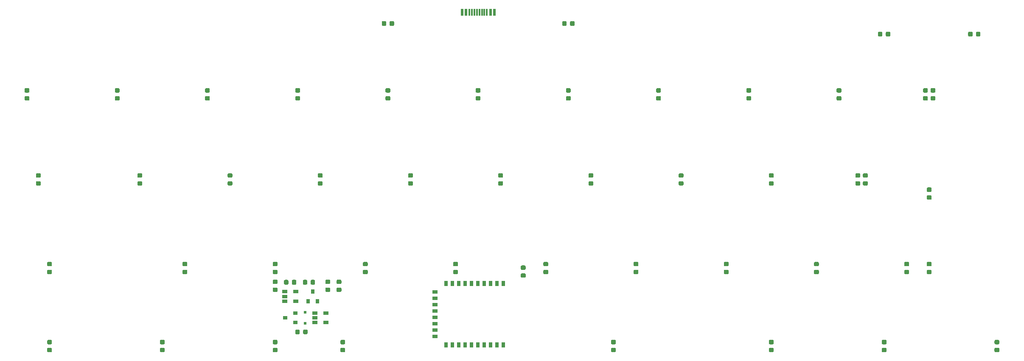
<source format=gtp>
G04 #@! TF.GenerationSoftware,KiCad,Pcbnew,(5.1.5-0-10_14)*
G04 #@! TF.CreationDate,2020-12-02T09:52:56-06:00*
G04 #@! TF.ProjectId,nrfmicro,6e72666d-6963-4726-9f2e-6b696361645f,rev?*
G04 #@! TF.SameCoordinates,Original*
G04 #@! TF.FileFunction,Paste,Top*
G04 #@! TF.FilePolarity,Positive*
%FSLAX46Y46*%
G04 Gerber Fmt 4.6, Leading zero omitted, Abs format (unit mm)*
G04 Created by KiCad (PCBNEW (5.1.5-0-10_14)) date 2020-12-02 09:52:56*
%MOMM*%
%LPD*%
G04 APERTURE LIST*
%ADD10R,1.060000X0.650000*%
%ADD11C,0.100000*%
%ADD12R,0.800000X0.900000*%
%ADD13R,0.900000X0.800000*%
%ADD14R,0.500000X0.500000*%
%ADD15R,0.600000X1.450000*%
%ADD16R,0.300000X1.450000*%
%ADD17R,0.650000X1.000000*%
%ADD18R,1.000000X0.650000*%
G04 APERTURE END LIST*
D10*
X92600000Y-76508307D03*
X92600000Y-78408307D03*
X90400000Y-78408307D03*
X90400000Y-77458307D03*
X90400000Y-76508307D03*
X98600000Y-80758305D03*
X98600000Y-82658305D03*
X96400000Y-82658305D03*
X96400000Y-81708305D03*
X96400000Y-80758305D03*
D11*
G36*
X94702691Y-74151028D02*
G01*
X94723926Y-74154178D01*
X94744750Y-74159394D01*
X94764962Y-74166626D01*
X94784368Y-74175805D01*
X94802781Y-74186841D01*
X94820024Y-74199629D01*
X94835930Y-74214045D01*
X94850346Y-74229951D01*
X94863134Y-74247194D01*
X94874170Y-74265607D01*
X94883349Y-74285013D01*
X94890581Y-74305225D01*
X94895797Y-74326049D01*
X94898947Y-74347284D01*
X94900000Y-74368725D01*
X94900000Y-74881225D01*
X94898947Y-74902666D01*
X94895797Y-74923901D01*
X94890581Y-74944725D01*
X94883349Y-74964937D01*
X94874170Y-74984343D01*
X94863134Y-75002756D01*
X94850346Y-75019999D01*
X94835930Y-75035905D01*
X94820024Y-75050321D01*
X94802781Y-75063109D01*
X94784368Y-75074145D01*
X94764962Y-75083324D01*
X94744750Y-75090556D01*
X94723926Y-75095772D01*
X94702691Y-75098922D01*
X94681250Y-75099975D01*
X94243750Y-75099975D01*
X94222309Y-75098922D01*
X94201074Y-75095772D01*
X94180250Y-75090556D01*
X94160038Y-75083324D01*
X94140632Y-75074145D01*
X94122219Y-75063109D01*
X94104976Y-75050321D01*
X94089070Y-75035905D01*
X94074654Y-75019999D01*
X94061866Y-75002756D01*
X94050830Y-74984343D01*
X94041651Y-74964937D01*
X94034419Y-74944725D01*
X94029203Y-74923901D01*
X94026053Y-74902666D01*
X94025000Y-74881225D01*
X94025000Y-74368725D01*
X94026053Y-74347284D01*
X94029203Y-74326049D01*
X94034419Y-74305225D01*
X94041651Y-74285013D01*
X94050830Y-74265607D01*
X94061866Y-74247194D01*
X94074654Y-74229951D01*
X94089070Y-74214045D01*
X94104976Y-74199629D01*
X94122219Y-74186841D01*
X94140632Y-74175805D01*
X94160038Y-74166626D01*
X94180250Y-74159394D01*
X94201074Y-74154178D01*
X94222309Y-74151028D01*
X94243750Y-74149975D01*
X94681250Y-74149975D01*
X94702691Y-74151028D01*
G37*
G36*
X96277691Y-74151028D02*
G01*
X96298926Y-74154178D01*
X96319750Y-74159394D01*
X96339962Y-74166626D01*
X96359368Y-74175805D01*
X96377781Y-74186841D01*
X96395024Y-74199629D01*
X96410930Y-74214045D01*
X96425346Y-74229951D01*
X96438134Y-74247194D01*
X96449170Y-74265607D01*
X96458349Y-74285013D01*
X96465581Y-74305225D01*
X96470797Y-74326049D01*
X96473947Y-74347284D01*
X96475000Y-74368725D01*
X96475000Y-74881225D01*
X96473947Y-74902666D01*
X96470797Y-74923901D01*
X96465581Y-74944725D01*
X96458349Y-74964937D01*
X96449170Y-74984343D01*
X96438134Y-75002756D01*
X96425346Y-75019999D01*
X96410930Y-75035905D01*
X96395024Y-75050321D01*
X96377781Y-75063109D01*
X96359368Y-75074145D01*
X96339962Y-75083324D01*
X96319750Y-75090556D01*
X96298926Y-75095772D01*
X96277691Y-75098922D01*
X96256250Y-75099975D01*
X95818750Y-75099975D01*
X95797309Y-75098922D01*
X95776074Y-75095772D01*
X95755250Y-75090556D01*
X95735038Y-75083324D01*
X95715632Y-75074145D01*
X95697219Y-75063109D01*
X95679976Y-75050321D01*
X95664070Y-75035905D01*
X95649654Y-75019999D01*
X95636866Y-75002756D01*
X95625830Y-74984343D01*
X95616651Y-74964937D01*
X95609419Y-74944725D01*
X95604203Y-74923901D01*
X95601053Y-74902666D01*
X95600000Y-74881225D01*
X95600000Y-74368725D01*
X95601053Y-74347284D01*
X95604203Y-74326049D01*
X95609419Y-74305225D01*
X95616651Y-74285013D01*
X95625830Y-74265607D01*
X95636866Y-74247194D01*
X95649654Y-74229951D01*
X95664070Y-74214045D01*
X95679976Y-74199629D01*
X95697219Y-74186841D01*
X95715632Y-74175805D01*
X95735038Y-74166626D01*
X95755250Y-74159394D01*
X95776074Y-74154178D01*
X95797309Y-74151028D01*
X95818750Y-74149975D01*
X96256250Y-74149975D01*
X96277691Y-74151028D01*
G37*
G36*
X88777691Y-75684361D02*
G01*
X88798926Y-75687511D01*
X88819750Y-75692727D01*
X88839962Y-75699959D01*
X88859368Y-75709138D01*
X88877781Y-75720174D01*
X88895024Y-75732962D01*
X88910930Y-75747378D01*
X88925346Y-75763284D01*
X88938134Y-75780527D01*
X88949170Y-75798940D01*
X88958349Y-75818346D01*
X88965581Y-75838558D01*
X88970797Y-75859382D01*
X88973947Y-75880617D01*
X88975000Y-75902058D01*
X88975000Y-76339558D01*
X88973947Y-76360999D01*
X88970797Y-76382234D01*
X88965581Y-76403058D01*
X88958349Y-76423270D01*
X88949170Y-76442676D01*
X88938134Y-76461089D01*
X88925346Y-76478332D01*
X88910930Y-76494238D01*
X88895024Y-76508654D01*
X88877781Y-76521442D01*
X88859368Y-76532478D01*
X88839962Y-76541657D01*
X88819750Y-76548889D01*
X88798926Y-76554105D01*
X88777691Y-76557255D01*
X88756250Y-76558308D01*
X88243750Y-76558308D01*
X88222309Y-76557255D01*
X88201074Y-76554105D01*
X88180250Y-76548889D01*
X88160038Y-76541657D01*
X88140632Y-76532478D01*
X88122219Y-76521442D01*
X88104976Y-76508654D01*
X88089070Y-76494238D01*
X88074654Y-76478332D01*
X88061866Y-76461089D01*
X88050830Y-76442676D01*
X88041651Y-76423270D01*
X88034419Y-76403058D01*
X88029203Y-76382234D01*
X88026053Y-76360999D01*
X88025000Y-76339558D01*
X88025000Y-75902058D01*
X88026053Y-75880617D01*
X88029203Y-75859382D01*
X88034419Y-75838558D01*
X88041651Y-75818346D01*
X88050830Y-75798940D01*
X88061866Y-75780527D01*
X88074654Y-75763284D01*
X88089070Y-75747378D01*
X88104976Y-75732962D01*
X88122219Y-75720174D01*
X88140632Y-75709138D01*
X88160038Y-75699959D01*
X88180250Y-75692727D01*
X88201074Y-75687511D01*
X88222309Y-75684361D01*
X88243750Y-75683308D01*
X88756250Y-75683308D01*
X88777691Y-75684361D01*
G37*
G36*
X88777691Y-74109361D02*
G01*
X88798926Y-74112511D01*
X88819750Y-74117727D01*
X88839962Y-74124959D01*
X88859368Y-74134138D01*
X88877781Y-74145174D01*
X88895024Y-74157962D01*
X88910930Y-74172378D01*
X88925346Y-74188284D01*
X88938134Y-74205527D01*
X88949170Y-74223940D01*
X88958349Y-74243346D01*
X88965581Y-74263558D01*
X88970797Y-74284382D01*
X88973947Y-74305617D01*
X88975000Y-74327058D01*
X88975000Y-74764558D01*
X88973947Y-74785999D01*
X88970797Y-74807234D01*
X88965581Y-74828058D01*
X88958349Y-74848270D01*
X88949170Y-74867676D01*
X88938134Y-74886089D01*
X88925346Y-74903332D01*
X88910930Y-74919238D01*
X88895024Y-74933654D01*
X88877781Y-74946442D01*
X88859368Y-74957478D01*
X88839962Y-74966657D01*
X88819750Y-74973889D01*
X88798926Y-74979105D01*
X88777691Y-74982255D01*
X88756250Y-74983308D01*
X88243750Y-74983308D01*
X88222309Y-74982255D01*
X88201074Y-74979105D01*
X88180250Y-74973889D01*
X88160038Y-74966657D01*
X88140632Y-74957478D01*
X88122219Y-74946442D01*
X88104976Y-74933654D01*
X88089070Y-74919238D01*
X88074654Y-74903332D01*
X88061866Y-74886089D01*
X88050830Y-74867676D01*
X88041651Y-74848270D01*
X88034419Y-74828058D01*
X88029203Y-74807234D01*
X88026053Y-74785999D01*
X88025000Y-74764558D01*
X88025000Y-74327058D01*
X88026053Y-74305617D01*
X88029203Y-74284382D01*
X88034419Y-74263558D01*
X88041651Y-74243346D01*
X88050830Y-74223940D01*
X88061866Y-74205527D01*
X88074654Y-74188284D01*
X88089070Y-74172378D01*
X88104976Y-74157962D01*
X88122219Y-74145174D01*
X88140632Y-74134138D01*
X88160038Y-74124959D01*
X88180250Y-74117727D01*
X88201074Y-74112511D01*
X88222309Y-74109361D01*
X88243750Y-74108308D01*
X88756250Y-74108308D01*
X88777691Y-74109361D01*
G37*
G36*
X101527691Y-75684361D02*
G01*
X101548926Y-75687511D01*
X101569750Y-75692727D01*
X101589962Y-75699959D01*
X101609368Y-75709138D01*
X101627781Y-75720174D01*
X101645024Y-75732962D01*
X101660930Y-75747378D01*
X101675346Y-75763284D01*
X101688134Y-75780527D01*
X101699170Y-75798940D01*
X101708349Y-75818346D01*
X101715581Y-75838558D01*
X101720797Y-75859382D01*
X101723947Y-75880617D01*
X101725000Y-75902058D01*
X101725000Y-76339558D01*
X101723947Y-76360999D01*
X101720797Y-76382234D01*
X101715581Y-76403058D01*
X101708349Y-76423270D01*
X101699170Y-76442676D01*
X101688134Y-76461089D01*
X101675346Y-76478332D01*
X101660930Y-76494238D01*
X101645024Y-76508654D01*
X101627781Y-76521442D01*
X101609368Y-76532478D01*
X101589962Y-76541657D01*
X101569750Y-76548889D01*
X101548926Y-76554105D01*
X101527691Y-76557255D01*
X101506250Y-76558308D01*
X100993750Y-76558308D01*
X100972309Y-76557255D01*
X100951074Y-76554105D01*
X100930250Y-76548889D01*
X100910038Y-76541657D01*
X100890632Y-76532478D01*
X100872219Y-76521442D01*
X100854976Y-76508654D01*
X100839070Y-76494238D01*
X100824654Y-76478332D01*
X100811866Y-76461089D01*
X100800830Y-76442676D01*
X100791651Y-76423270D01*
X100784419Y-76403058D01*
X100779203Y-76382234D01*
X100776053Y-76360999D01*
X100775000Y-76339558D01*
X100775000Y-75902058D01*
X100776053Y-75880617D01*
X100779203Y-75859382D01*
X100784419Y-75838558D01*
X100791651Y-75818346D01*
X100800830Y-75798940D01*
X100811866Y-75780527D01*
X100824654Y-75763284D01*
X100839070Y-75747378D01*
X100854976Y-75732962D01*
X100872219Y-75720174D01*
X100890632Y-75709138D01*
X100910038Y-75699959D01*
X100930250Y-75692727D01*
X100951074Y-75687511D01*
X100972309Y-75684361D01*
X100993750Y-75683308D01*
X101506250Y-75683308D01*
X101527691Y-75684361D01*
G37*
G36*
X101527691Y-74109361D02*
G01*
X101548926Y-74112511D01*
X101569750Y-74117727D01*
X101589962Y-74124959D01*
X101609368Y-74134138D01*
X101627781Y-74145174D01*
X101645024Y-74157962D01*
X101660930Y-74172378D01*
X101675346Y-74188284D01*
X101688134Y-74205527D01*
X101699170Y-74223940D01*
X101708349Y-74243346D01*
X101715581Y-74263558D01*
X101720797Y-74284382D01*
X101723947Y-74305617D01*
X101725000Y-74327058D01*
X101725000Y-74764558D01*
X101723947Y-74785999D01*
X101720797Y-74807234D01*
X101715581Y-74828058D01*
X101708349Y-74848270D01*
X101699170Y-74867676D01*
X101688134Y-74886089D01*
X101675346Y-74903332D01*
X101660930Y-74919238D01*
X101645024Y-74933654D01*
X101627781Y-74946442D01*
X101609368Y-74957478D01*
X101589962Y-74966657D01*
X101569750Y-74973889D01*
X101548926Y-74979105D01*
X101527691Y-74982255D01*
X101506250Y-74983308D01*
X100993750Y-74983308D01*
X100972309Y-74982255D01*
X100951074Y-74979105D01*
X100930250Y-74973889D01*
X100910038Y-74966657D01*
X100890632Y-74957478D01*
X100872219Y-74946442D01*
X100854976Y-74933654D01*
X100839070Y-74919238D01*
X100824654Y-74903332D01*
X100811866Y-74886089D01*
X100800830Y-74867676D01*
X100791651Y-74848270D01*
X100784419Y-74828058D01*
X100779203Y-74807234D01*
X100776053Y-74785999D01*
X100775000Y-74764558D01*
X100775000Y-74327058D01*
X100776053Y-74305617D01*
X100779203Y-74284382D01*
X100784419Y-74263558D01*
X100791651Y-74243346D01*
X100800830Y-74223940D01*
X100811866Y-74205527D01*
X100824654Y-74188284D01*
X100839070Y-74172378D01*
X100854976Y-74157962D01*
X100872219Y-74145174D01*
X100890632Y-74134138D01*
X100910038Y-74124959D01*
X100930250Y-74117727D01*
X100951074Y-74112511D01*
X100972309Y-74109361D01*
X100993750Y-74108308D01*
X101506250Y-74108308D01*
X101527691Y-74109361D01*
G37*
G36*
X99277691Y-74109361D02*
G01*
X99298926Y-74112511D01*
X99319750Y-74117727D01*
X99339962Y-74124959D01*
X99359368Y-74134138D01*
X99377781Y-74145174D01*
X99395024Y-74157962D01*
X99410930Y-74172378D01*
X99425346Y-74188284D01*
X99438134Y-74205527D01*
X99449170Y-74223940D01*
X99458349Y-74243346D01*
X99465581Y-74263558D01*
X99470797Y-74284382D01*
X99473947Y-74305617D01*
X99475000Y-74327058D01*
X99475000Y-74764558D01*
X99473947Y-74785999D01*
X99470797Y-74807234D01*
X99465581Y-74828058D01*
X99458349Y-74848270D01*
X99449170Y-74867676D01*
X99438134Y-74886089D01*
X99425346Y-74903332D01*
X99410930Y-74919238D01*
X99395024Y-74933654D01*
X99377781Y-74946442D01*
X99359368Y-74957478D01*
X99339962Y-74966657D01*
X99319750Y-74973889D01*
X99298926Y-74979105D01*
X99277691Y-74982255D01*
X99256250Y-74983308D01*
X98743750Y-74983308D01*
X98722309Y-74982255D01*
X98701074Y-74979105D01*
X98680250Y-74973889D01*
X98660038Y-74966657D01*
X98640632Y-74957478D01*
X98622219Y-74946442D01*
X98604976Y-74933654D01*
X98589070Y-74919238D01*
X98574654Y-74903332D01*
X98561866Y-74886089D01*
X98550830Y-74867676D01*
X98541651Y-74848270D01*
X98534419Y-74828058D01*
X98529203Y-74807234D01*
X98526053Y-74785999D01*
X98525000Y-74764558D01*
X98525000Y-74327058D01*
X98526053Y-74305617D01*
X98529203Y-74284382D01*
X98534419Y-74263558D01*
X98541651Y-74243346D01*
X98550830Y-74223940D01*
X98561866Y-74205527D01*
X98574654Y-74188284D01*
X98589070Y-74172378D01*
X98604976Y-74157962D01*
X98622219Y-74145174D01*
X98640632Y-74134138D01*
X98660038Y-74124959D01*
X98680250Y-74117727D01*
X98701074Y-74112511D01*
X98722309Y-74109361D01*
X98743750Y-74108308D01*
X99256250Y-74108308D01*
X99277691Y-74109361D01*
G37*
G36*
X99277691Y-75684361D02*
G01*
X99298926Y-75687511D01*
X99319750Y-75692727D01*
X99339962Y-75699959D01*
X99359368Y-75709138D01*
X99377781Y-75720174D01*
X99395024Y-75732962D01*
X99410930Y-75747378D01*
X99425346Y-75763284D01*
X99438134Y-75780527D01*
X99449170Y-75798940D01*
X99458349Y-75818346D01*
X99465581Y-75838558D01*
X99470797Y-75859382D01*
X99473947Y-75880617D01*
X99475000Y-75902058D01*
X99475000Y-76339558D01*
X99473947Y-76360999D01*
X99470797Y-76382234D01*
X99465581Y-76403058D01*
X99458349Y-76423270D01*
X99449170Y-76442676D01*
X99438134Y-76461089D01*
X99425346Y-76478332D01*
X99410930Y-76494238D01*
X99395024Y-76508654D01*
X99377781Y-76521442D01*
X99359368Y-76532478D01*
X99339962Y-76541657D01*
X99319750Y-76548889D01*
X99298926Y-76554105D01*
X99277691Y-76557255D01*
X99256250Y-76558308D01*
X98743750Y-76558308D01*
X98722309Y-76557255D01*
X98701074Y-76554105D01*
X98680250Y-76548889D01*
X98660038Y-76541657D01*
X98640632Y-76532478D01*
X98622219Y-76521442D01*
X98604976Y-76508654D01*
X98589070Y-76494238D01*
X98574654Y-76478332D01*
X98561866Y-76461089D01*
X98550830Y-76442676D01*
X98541651Y-76423270D01*
X98534419Y-76403058D01*
X98529203Y-76382234D01*
X98526053Y-76360999D01*
X98525000Y-76339558D01*
X98525000Y-75902058D01*
X98526053Y-75880617D01*
X98529203Y-75859382D01*
X98534419Y-75838558D01*
X98541651Y-75818346D01*
X98550830Y-75798940D01*
X98561866Y-75780527D01*
X98574654Y-75763284D01*
X98589070Y-75747378D01*
X98604976Y-75732962D01*
X98622219Y-75720174D01*
X98640632Y-75709138D01*
X98660038Y-75699959D01*
X98680250Y-75692727D01*
X98701074Y-75687511D01*
X98722309Y-75684361D01*
X98743750Y-75683308D01*
X99256250Y-75683308D01*
X99277691Y-75684361D01*
G37*
G36*
X90952691Y-74151028D02*
G01*
X90973926Y-74154178D01*
X90994750Y-74159394D01*
X91014962Y-74166626D01*
X91034368Y-74175805D01*
X91052781Y-74186841D01*
X91070024Y-74199629D01*
X91085930Y-74214045D01*
X91100346Y-74229951D01*
X91113134Y-74247194D01*
X91124170Y-74265607D01*
X91133349Y-74285013D01*
X91140581Y-74305225D01*
X91145797Y-74326049D01*
X91148947Y-74347284D01*
X91150000Y-74368725D01*
X91150000Y-74881225D01*
X91148947Y-74902666D01*
X91145797Y-74923901D01*
X91140581Y-74944725D01*
X91133349Y-74964937D01*
X91124170Y-74984343D01*
X91113134Y-75002756D01*
X91100346Y-75019999D01*
X91085930Y-75035905D01*
X91070024Y-75050321D01*
X91052781Y-75063109D01*
X91034368Y-75074145D01*
X91014962Y-75083324D01*
X90994750Y-75090556D01*
X90973926Y-75095772D01*
X90952691Y-75098922D01*
X90931250Y-75099975D01*
X90493750Y-75099975D01*
X90472309Y-75098922D01*
X90451074Y-75095772D01*
X90430250Y-75090556D01*
X90410038Y-75083324D01*
X90390632Y-75074145D01*
X90372219Y-75063109D01*
X90354976Y-75050321D01*
X90339070Y-75035905D01*
X90324654Y-75019999D01*
X90311866Y-75002756D01*
X90300830Y-74984343D01*
X90291651Y-74964937D01*
X90284419Y-74944725D01*
X90279203Y-74923901D01*
X90276053Y-74902666D01*
X90275000Y-74881225D01*
X90275000Y-74368725D01*
X90276053Y-74347284D01*
X90279203Y-74326049D01*
X90284419Y-74305225D01*
X90291651Y-74285013D01*
X90300830Y-74265607D01*
X90311866Y-74247194D01*
X90324654Y-74229951D01*
X90339070Y-74214045D01*
X90354976Y-74199629D01*
X90372219Y-74186841D01*
X90390632Y-74175805D01*
X90410038Y-74166626D01*
X90430250Y-74159394D01*
X90451074Y-74154178D01*
X90472309Y-74151028D01*
X90493750Y-74149975D01*
X90931250Y-74149975D01*
X90952691Y-74151028D01*
G37*
G36*
X92527691Y-74151028D02*
G01*
X92548926Y-74154178D01*
X92569750Y-74159394D01*
X92589962Y-74166626D01*
X92609368Y-74175805D01*
X92627781Y-74186841D01*
X92645024Y-74199629D01*
X92660930Y-74214045D01*
X92675346Y-74229951D01*
X92688134Y-74247194D01*
X92699170Y-74265607D01*
X92708349Y-74285013D01*
X92715581Y-74305225D01*
X92720797Y-74326049D01*
X92723947Y-74347284D01*
X92725000Y-74368725D01*
X92725000Y-74881225D01*
X92723947Y-74902666D01*
X92720797Y-74923901D01*
X92715581Y-74944725D01*
X92708349Y-74964937D01*
X92699170Y-74984343D01*
X92688134Y-75002756D01*
X92675346Y-75019999D01*
X92660930Y-75035905D01*
X92645024Y-75050321D01*
X92627781Y-75063109D01*
X92609368Y-75074145D01*
X92589962Y-75083324D01*
X92569750Y-75090556D01*
X92548926Y-75095772D01*
X92527691Y-75098922D01*
X92506250Y-75099975D01*
X92068750Y-75099975D01*
X92047309Y-75098922D01*
X92026074Y-75095772D01*
X92005250Y-75090556D01*
X91985038Y-75083324D01*
X91965632Y-75074145D01*
X91947219Y-75063109D01*
X91929976Y-75050321D01*
X91914070Y-75035905D01*
X91899654Y-75019999D01*
X91886866Y-75002756D01*
X91875830Y-74984343D01*
X91866651Y-74964937D01*
X91859419Y-74944725D01*
X91854203Y-74923901D01*
X91851053Y-74902666D01*
X91850000Y-74881225D01*
X91850000Y-74368725D01*
X91851053Y-74347284D01*
X91854203Y-74326049D01*
X91859419Y-74305225D01*
X91866651Y-74285013D01*
X91875830Y-74265607D01*
X91886866Y-74247194D01*
X91899654Y-74229951D01*
X91914070Y-74214045D01*
X91929976Y-74199629D01*
X91947219Y-74186841D01*
X91965632Y-74175805D01*
X91985038Y-74166626D01*
X92005250Y-74159394D01*
X92026074Y-74154178D01*
X92047309Y-74151028D01*
X92068750Y-74149975D01*
X92506250Y-74149975D01*
X92527691Y-74151028D01*
G37*
G36*
X138277691Y-71276029D02*
G01*
X138298926Y-71279179D01*
X138319750Y-71284395D01*
X138339962Y-71291627D01*
X138359368Y-71300806D01*
X138377781Y-71311842D01*
X138395024Y-71324630D01*
X138410930Y-71339046D01*
X138425346Y-71354952D01*
X138438134Y-71372195D01*
X138449170Y-71390608D01*
X138458349Y-71410014D01*
X138465581Y-71430226D01*
X138470797Y-71451050D01*
X138473947Y-71472285D01*
X138475000Y-71493726D01*
X138475000Y-71931226D01*
X138473947Y-71952667D01*
X138470797Y-71973902D01*
X138465581Y-71994726D01*
X138458349Y-72014938D01*
X138449170Y-72034344D01*
X138438134Y-72052757D01*
X138425346Y-72070000D01*
X138410930Y-72085906D01*
X138395024Y-72100322D01*
X138377781Y-72113110D01*
X138359368Y-72124146D01*
X138339962Y-72133325D01*
X138319750Y-72140557D01*
X138298926Y-72145773D01*
X138277691Y-72148923D01*
X138256250Y-72149976D01*
X137743750Y-72149976D01*
X137722309Y-72148923D01*
X137701074Y-72145773D01*
X137680250Y-72140557D01*
X137660038Y-72133325D01*
X137640632Y-72124146D01*
X137622219Y-72113110D01*
X137604976Y-72100322D01*
X137589070Y-72085906D01*
X137574654Y-72070000D01*
X137561866Y-72052757D01*
X137550830Y-72034344D01*
X137541651Y-72014938D01*
X137534419Y-71994726D01*
X137529203Y-71973902D01*
X137526053Y-71952667D01*
X137525000Y-71931226D01*
X137525000Y-71493726D01*
X137526053Y-71472285D01*
X137529203Y-71451050D01*
X137534419Y-71430226D01*
X137541651Y-71410014D01*
X137550830Y-71390608D01*
X137561866Y-71372195D01*
X137574654Y-71354952D01*
X137589070Y-71339046D01*
X137604976Y-71324630D01*
X137622219Y-71311842D01*
X137640632Y-71300806D01*
X137660038Y-71291627D01*
X137680250Y-71284395D01*
X137701074Y-71279179D01*
X137722309Y-71276029D01*
X137743750Y-71274976D01*
X138256250Y-71274976D01*
X138277691Y-71276029D01*
G37*
G36*
X138277691Y-72851029D02*
G01*
X138298926Y-72854179D01*
X138319750Y-72859395D01*
X138339962Y-72866627D01*
X138359368Y-72875806D01*
X138377781Y-72886842D01*
X138395024Y-72899630D01*
X138410930Y-72914046D01*
X138425346Y-72929952D01*
X138438134Y-72947195D01*
X138449170Y-72965608D01*
X138458349Y-72985014D01*
X138465581Y-73005226D01*
X138470797Y-73026050D01*
X138473947Y-73047285D01*
X138475000Y-73068726D01*
X138475000Y-73506226D01*
X138473947Y-73527667D01*
X138470797Y-73548902D01*
X138465581Y-73569726D01*
X138458349Y-73589938D01*
X138449170Y-73609344D01*
X138438134Y-73627757D01*
X138425346Y-73645000D01*
X138410930Y-73660906D01*
X138395024Y-73675322D01*
X138377781Y-73688110D01*
X138359368Y-73699146D01*
X138339962Y-73708325D01*
X138319750Y-73715557D01*
X138298926Y-73720773D01*
X138277691Y-73723923D01*
X138256250Y-73724976D01*
X137743750Y-73724976D01*
X137722309Y-73723923D01*
X137701074Y-73720773D01*
X137680250Y-73715557D01*
X137660038Y-73708325D01*
X137640632Y-73699146D01*
X137622219Y-73688110D01*
X137604976Y-73675322D01*
X137589070Y-73660906D01*
X137574654Y-73645000D01*
X137561866Y-73627757D01*
X137550830Y-73609344D01*
X137541651Y-73589938D01*
X137534419Y-73569726D01*
X137529203Y-73548902D01*
X137526053Y-73527667D01*
X137525000Y-73506226D01*
X137525000Y-73068726D01*
X137526053Y-73047285D01*
X137529203Y-73026050D01*
X137534419Y-73005226D01*
X137541651Y-72985014D01*
X137550830Y-72965608D01*
X137561866Y-72947195D01*
X137574654Y-72929952D01*
X137589070Y-72914046D01*
X137604976Y-72899630D01*
X137622219Y-72886842D01*
X137640632Y-72875806D01*
X137660038Y-72866627D01*
X137680250Y-72859395D01*
X137701074Y-72854179D01*
X137722309Y-72851029D01*
X137743750Y-72849976D01*
X138256250Y-72849976D01*
X138277691Y-72851029D01*
G37*
G36*
X148027691Y-22442719D02*
G01*
X148048926Y-22445869D01*
X148069750Y-22451085D01*
X148089962Y-22458317D01*
X148109368Y-22467496D01*
X148127781Y-22478532D01*
X148145024Y-22491320D01*
X148160930Y-22505736D01*
X148175346Y-22521642D01*
X148188134Y-22538885D01*
X148199170Y-22557298D01*
X148208349Y-22576704D01*
X148215581Y-22596916D01*
X148220797Y-22617740D01*
X148223947Y-22638975D01*
X148225000Y-22660416D01*
X148225000Y-23172916D01*
X148223947Y-23194357D01*
X148220797Y-23215592D01*
X148215581Y-23236416D01*
X148208349Y-23256628D01*
X148199170Y-23276034D01*
X148188134Y-23294447D01*
X148175346Y-23311690D01*
X148160930Y-23327596D01*
X148145024Y-23342012D01*
X148127781Y-23354800D01*
X148109368Y-23365836D01*
X148089962Y-23375015D01*
X148069750Y-23382247D01*
X148048926Y-23387463D01*
X148027691Y-23390613D01*
X148006250Y-23391666D01*
X147568750Y-23391666D01*
X147547309Y-23390613D01*
X147526074Y-23387463D01*
X147505250Y-23382247D01*
X147485038Y-23375015D01*
X147465632Y-23365836D01*
X147447219Y-23354800D01*
X147429976Y-23342012D01*
X147414070Y-23327596D01*
X147399654Y-23311690D01*
X147386866Y-23294447D01*
X147375830Y-23276034D01*
X147366651Y-23256628D01*
X147359419Y-23236416D01*
X147354203Y-23215592D01*
X147351053Y-23194357D01*
X147350000Y-23172916D01*
X147350000Y-22660416D01*
X147351053Y-22638975D01*
X147354203Y-22617740D01*
X147359419Y-22596916D01*
X147366651Y-22576704D01*
X147375830Y-22557298D01*
X147386866Y-22538885D01*
X147399654Y-22521642D01*
X147414070Y-22505736D01*
X147429976Y-22491320D01*
X147447219Y-22478532D01*
X147465632Y-22467496D01*
X147485038Y-22458317D01*
X147505250Y-22451085D01*
X147526074Y-22445869D01*
X147547309Y-22442719D01*
X147568750Y-22441666D01*
X148006250Y-22441666D01*
X148027691Y-22442719D01*
G37*
G36*
X146452691Y-22442719D02*
G01*
X146473926Y-22445869D01*
X146494750Y-22451085D01*
X146514962Y-22458317D01*
X146534368Y-22467496D01*
X146552781Y-22478532D01*
X146570024Y-22491320D01*
X146585930Y-22505736D01*
X146600346Y-22521642D01*
X146613134Y-22538885D01*
X146624170Y-22557298D01*
X146633349Y-22576704D01*
X146640581Y-22596916D01*
X146645797Y-22617740D01*
X146648947Y-22638975D01*
X146650000Y-22660416D01*
X146650000Y-23172916D01*
X146648947Y-23194357D01*
X146645797Y-23215592D01*
X146640581Y-23236416D01*
X146633349Y-23256628D01*
X146624170Y-23276034D01*
X146613134Y-23294447D01*
X146600346Y-23311690D01*
X146585930Y-23327596D01*
X146570024Y-23342012D01*
X146552781Y-23354800D01*
X146534368Y-23365836D01*
X146514962Y-23375015D01*
X146494750Y-23382247D01*
X146473926Y-23387463D01*
X146452691Y-23390613D01*
X146431250Y-23391666D01*
X145993750Y-23391666D01*
X145972309Y-23390613D01*
X145951074Y-23387463D01*
X145930250Y-23382247D01*
X145910038Y-23375015D01*
X145890632Y-23365836D01*
X145872219Y-23354800D01*
X145854976Y-23342012D01*
X145839070Y-23327596D01*
X145824654Y-23311690D01*
X145811866Y-23294447D01*
X145800830Y-23276034D01*
X145791651Y-23256628D01*
X145784419Y-23236416D01*
X145779203Y-23215592D01*
X145776053Y-23194357D01*
X145775000Y-23172916D01*
X145775000Y-22660416D01*
X145776053Y-22638975D01*
X145779203Y-22617740D01*
X145784419Y-22596916D01*
X145791651Y-22576704D01*
X145800830Y-22557298D01*
X145811866Y-22538885D01*
X145824654Y-22521642D01*
X145839070Y-22505736D01*
X145854976Y-22491320D01*
X145872219Y-22478532D01*
X145890632Y-22467496D01*
X145910038Y-22458317D01*
X145930250Y-22451085D01*
X145951074Y-22445869D01*
X145972309Y-22442719D01*
X145993750Y-22441666D01*
X146431250Y-22441666D01*
X146452691Y-22442719D01*
G37*
G36*
X110452691Y-22442719D02*
G01*
X110473926Y-22445869D01*
X110494750Y-22451085D01*
X110514962Y-22458317D01*
X110534368Y-22467496D01*
X110552781Y-22478532D01*
X110570024Y-22491320D01*
X110585930Y-22505736D01*
X110600346Y-22521642D01*
X110613134Y-22538885D01*
X110624170Y-22557298D01*
X110633349Y-22576704D01*
X110640581Y-22596916D01*
X110645797Y-22617740D01*
X110648947Y-22638975D01*
X110650000Y-22660416D01*
X110650000Y-23172916D01*
X110648947Y-23194357D01*
X110645797Y-23215592D01*
X110640581Y-23236416D01*
X110633349Y-23256628D01*
X110624170Y-23276034D01*
X110613134Y-23294447D01*
X110600346Y-23311690D01*
X110585930Y-23327596D01*
X110570024Y-23342012D01*
X110552781Y-23354800D01*
X110534368Y-23365836D01*
X110514962Y-23375015D01*
X110494750Y-23382247D01*
X110473926Y-23387463D01*
X110452691Y-23390613D01*
X110431250Y-23391666D01*
X109993750Y-23391666D01*
X109972309Y-23390613D01*
X109951074Y-23387463D01*
X109930250Y-23382247D01*
X109910038Y-23375015D01*
X109890632Y-23365836D01*
X109872219Y-23354800D01*
X109854976Y-23342012D01*
X109839070Y-23327596D01*
X109824654Y-23311690D01*
X109811866Y-23294447D01*
X109800830Y-23276034D01*
X109791651Y-23256628D01*
X109784419Y-23236416D01*
X109779203Y-23215592D01*
X109776053Y-23194357D01*
X109775000Y-23172916D01*
X109775000Y-22660416D01*
X109776053Y-22638975D01*
X109779203Y-22617740D01*
X109784419Y-22596916D01*
X109791651Y-22576704D01*
X109800830Y-22557298D01*
X109811866Y-22538885D01*
X109824654Y-22521642D01*
X109839070Y-22505736D01*
X109854976Y-22491320D01*
X109872219Y-22478532D01*
X109890632Y-22467496D01*
X109910038Y-22458317D01*
X109930250Y-22451085D01*
X109951074Y-22445869D01*
X109972309Y-22442719D01*
X109993750Y-22441666D01*
X110431250Y-22441666D01*
X110452691Y-22442719D01*
G37*
G36*
X112027691Y-22442719D02*
G01*
X112048926Y-22445869D01*
X112069750Y-22451085D01*
X112089962Y-22458317D01*
X112109368Y-22467496D01*
X112127781Y-22478532D01*
X112145024Y-22491320D01*
X112160930Y-22505736D01*
X112175346Y-22521642D01*
X112188134Y-22538885D01*
X112199170Y-22557298D01*
X112208349Y-22576704D01*
X112215581Y-22596916D01*
X112220797Y-22617740D01*
X112223947Y-22638975D01*
X112225000Y-22660416D01*
X112225000Y-23172916D01*
X112223947Y-23194357D01*
X112220797Y-23215592D01*
X112215581Y-23236416D01*
X112208349Y-23256628D01*
X112199170Y-23276034D01*
X112188134Y-23294447D01*
X112175346Y-23311690D01*
X112160930Y-23327596D01*
X112145024Y-23342012D01*
X112127781Y-23354800D01*
X112109368Y-23365836D01*
X112089962Y-23375015D01*
X112069750Y-23382247D01*
X112048926Y-23387463D01*
X112027691Y-23390613D01*
X112006250Y-23391666D01*
X111568750Y-23391666D01*
X111547309Y-23390613D01*
X111526074Y-23387463D01*
X111505250Y-23382247D01*
X111485038Y-23375015D01*
X111465632Y-23365836D01*
X111447219Y-23354800D01*
X111429976Y-23342012D01*
X111414070Y-23327596D01*
X111399654Y-23311690D01*
X111386866Y-23294447D01*
X111375830Y-23276034D01*
X111366651Y-23256628D01*
X111359419Y-23236416D01*
X111354203Y-23215592D01*
X111351053Y-23194357D01*
X111350000Y-23172916D01*
X111350000Y-22660416D01*
X111351053Y-22638975D01*
X111354203Y-22617740D01*
X111359419Y-22596916D01*
X111366651Y-22576704D01*
X111375830Y-22557298D01*
X111386866Y-22538885D01*
X111399654Y-22521642D01*
X111414070Y-22505736D01*
X111429976Y-22491320D01*
X111447219Y-22478532D01*
X111465632Y-22467496D01*
X111485038Y-22458317D01*
X111505250Y-22451085D01*
X111526074Y-22445869D01*
X111547309Y-22442719D01*
X111568750Y-22441666D01*
X112006250Y-22441666D01*
X112027691Y-22442719D01*
G37*
G36*
X94777691Y-84067690D02*
G01*
X94798926Y-84070840D01*
X94819750Y-84076056D01*
X94839962Y-84083288D01*
X94859368Y-84092467D01*
X94877781Y-84103503D01*
X94895024Y-84116291D01*
X94910930Y-84130707D01*
X94925346Y-84146613D01*
X94938134Y-84163856D01*
X94949170Y-84182269D01*
X94958349Y-84201675D01*
X94965581Y-84221887D01*
X94970797Y-84242711D01*
X94973947Y-84263946D01*
X94975000Y-84285387D01*
X94975000Y-84797887D01*
X94973947Y-84819328D01*
X94970797Y-84840563D01*
X94965581Y-84861387D01*
X94958349Y-84881599D01*
X94949170Y-84901005D01*
X94938134Y-84919418D01*
X94925346Y-84936661D01*
X94910930Y-84952567D01*
X94895024Y-84966983D01*
X94877781Y-84979771D01*
X94859368Y-84990807D01*
X94839962Y-84999986D01*
X94819750Y-85007218D01*
X94798926Y-85012434D01*
X94777691Y-85015584D01*
X94756250Y-85016637D01*
X94318750Y-85016637D01*
X94297309Y-85015584D01*
X94276074Y-85012434D01*
X94255250Y-85007218D01*
X94235038Y-84999986D01*
X94215632Y-84990807D01*
X94197219Y-84979771D01*
X94179976Y-84966983D01*
X94164070Y-84952567D01*
X94149654Y-84936661D01*
X94136866Y-84919418D01*
X94125830Y-84901005D01*
X94116651Y-84881599D01*
X94109419Y-84861387D01*
X94104203Y-84840563D01*
X94101053Y-84819328D01*
X94100000Y-84797887D01*
X94100000Y-84285387D01*
X94101053Y-84263946D01*
X94104203Y-84242711D01*
X94109419Y-84221887D01*
X94116651Y-84201675D01*
X94125830Y-84182269D01*
X94136866Y-84163856D01*
X94149654Y-84146613D01*
X94164070Y-84130707D01*
X94179976Y-84116291D01*
X94197219Y-84103503D01*
X94215632Y-84092467D01*
X94235038Y-84083288D01*
X94255250Y-84076056D01*
X94276074Y-84070840D01*
X94297309Y-84067690D01*
X94318750Y-84066637D01*
X94756250Y-84066637D01*
X94777691Y-84067690D01*
G37*
G36*
X93202691Y-84067690D02*
G01*
X93223926Y-84070840D01*
X93244750Y-84076056D01*
X93264962Y-84083288D01*
X93284368Y-84092467D01*
X93302781Y-84103503D01*
X93320024Y-84116291D01*
X93335930Y-84130707D01*
X93350346Y-84146613D01*
X93363134Y-84163856D01*
X93374170Y-84182269D01*
X93383349Y-84201675D01*
X93390581Y-84221887D01*
X93395797Y-84242711D01*
X93398947Y-84263946D01*
X93400000Y-84285387D01*
X93400000Y-84797887D01*
X93398947Y-84819328D01*
X93395797Y-84840563D01*
X93390581Y-84861387D01*
X93383349Y-84881599D01*
X93374170Y-84901005D01*
X93363134Y-84919418D01*
X93350346Y-84936661D01*
X93335930Y-84952567D01*
X93320024Y-84966983D01*
X93302781Y-84979771D01*
X93284368Y-84990807D01*
X93264962Y-84999986D01*
X93244750Y-85007218D01*
X93223926Y-85012434D01*
X93202691Y-85015584D01*
X93181250Y-85016637D01*
X92743750Y-85016637D01*
X92722309Y-85015584D01*
X92701074Y-85012434D01*
X92680250Y-85007218D01*
X92660038Y-84999986D01*
X92640632Y-84990807D01*
X92622219Y-84979771D01*
X92604976Y-84966983D01*
X92589070Y-84952567D01*
X92574654Y-84936661D01*
X92561866Y-84919418D01*
X92550830Y-84901005D01*
X92541651Y-84881599D01*
X92534419Y-84861387D01*
X92529203Y-84840563D01*
X92526053Y-84819328D01*
X92525000Y-84797887D01*
X92525000Y-84285387D01*
X92526053Y-84263946D01*
X92529203Y-84242711D01*
X92534419Y-84221887D01*
X92541651Y-84201675D01*
X92550830Y-84182269D01*
X92561866Y-84163856D01*
X92574654Y-84146613D01*
X92589070Y-84130707D01*
X92604976Y-84116291D01*
X92622219Y-84103503D01*
X92640632Y-84092467D01*
X92660038Y-84083288D01*
X92680250Y-84076056D01*
X92701074Y-84070840D01*
X92722309Y-84067690D01*
X92743750Y-84066637D01*
X93181250Y-84066637D01*
X93202691Y-84067690D01*
G37*
D12*
X96000000Y-76458307D03*
X96950000Y-78458307D03*
X95050000Y-78458307D03*
D13*
X90500000Y-81708305D03*
X92500000Y-80758305D03*
X92500000Y-82658305D03*
D14*
X94500000Y-82808305D03*
X94500000Y-80608305D03*
D11*
G36*
X229027691Y-24567718D02*
G01*
X229048926Y-24570868D01*
X229069750Y-24576084D01*
X229089962Y-24583316D01*
X229109368Y-24592495D01*
X229127781Y-24603531D01*
X229145024Y-24616319D01*
X229160930Y-24630735D01*
X229175346Y-24646641D01*
X229188134Y-24663884D01*
X229199170Y-24682297D01*
X229208349Y-24701703D01*
X229215581Y-24721915D01*
X229220797Y-24742739D01*
X229223947Y-24763974D01*
X229225000Y-24785415D01*
X229225000Y-25297915D01*
X229223947Y-25319356D01*
X229220797Y-25340591D01*
X229215581Y-25361415D01*
X229208349Y-25381627D01*
X229199170Y-25401033D01*
X229188134Y-25419446D01*
X229175346Y-25436689D01*
X229160930Y-25452595D01*
X229145024Y-25467011D01*
X229127781Y-25479799D01*
X229109368Y-25490835D01*
X229089962Y-25500014D01*
X229069750Y-25507246D01*
X229048926Y-25512462D01*
X229027691Y-25515612D01*
X229006250Y-25516665D01*
X228568750Y-25516665D01*
X228547309Y-25515612D01*
X228526074Y-25512462D01*
X228505250Y-25507246D01*
X228485038Y-25500014D01*
X228465632Y-25490835D01*
X228447219Y-25479799D01*
X228429976Y-25467011D01*
X228414070Y-25452595D01*
X228399654Y-25436689D01*
X228386866Y-25419446D01*
X228375830Y-25401033D01*
X228366651Y-25381627D01*
X228359419Y-25361415D01*
X228354203Y-25340591D01*
X228351053Y-25319356D01*
X228350000Y-25297915D01*
X228350000Y-24785415D01*
X228351053Y-24763974D01*
X228354203Y-24742739D01*
X228359419Y-24721915D01*
X228366651Y-24701703D01*
X228375830Y-24682297D01*
X228386866Y-24663884D01*
X228399654Y-24646641D01*
X228414070Y-24630735D01*
X228429976Y-24616319D01*
X228447219Y-24603531D01*
X228465632Y-24592495D01*
X228485038Y-24583316D01*
X228505250Y-24576084D01*
X228526074Y-24570868D01*
X228547309Y-24567718D01*
X228568750Y-24566665D01*
X229006250Y-24566665D01*
X229027691Y-24567718D01*
G37*
G36*
X227452691Y-24567718D02*
G01*
X227473926Y-24570868D01*
X227494750Y-24576084D01*
X227514962Y-24583316D01*
X227534368Y-24592495D01*
X227552781Y-24603531D01*
X227570024Y-24616319D01*
X227585930Y-24630735D01*
X227600346Y-24646641D01*
X227613134Y-24663884D01*
X227624170Y-24682297D01*
X227633349Y-24701703D01*
X227640581Y-24721915D01*
X227645797Y-24742739D01*
X227648947Y-24763974D01*
X227650000Y-24785415D01*
X227650000Y-25297915D01*
X227648947Y-25319356D01*
X227645797Y-25340591D01*
X227640581Y-25361415D01*
X227633349Y-25381627D01*
X227624170Y-25401033D01*
X227613134Y-25419446D01*
X227600346Y-25436689D01*
X227585930Y-25452595D01*
X227570024Y-25467011D01*
X227552781Y-25479799D01*
X227534368Y-25490835D01*
X227514962Y-25500014D01*
X227494750Y-25507246D01*
X227473926Y-25512462D01*
X227452691Y-25515612D01*
X227431250Y-25516665D01*
X226993750Y-25516665D01*
X226972309Y-25515612D01*
X226951074Y-25512462D01*
X226930250Y-25507246D01*
X226910038Y-25500014D01*
X226890632Y-25490835D01*
X226872219Y-25479799D01*
X226854976Y-25467011D01*
X226839070Y-25452595D01*
X226824654Y-25436689D01*
X226811866Y-25419446D01*
X226800830Y-25401033D01*
X226791651Y-25381627D01*
X226784419Y-25361415D01*
X226779203Y-25340591D01*
X226776053Y-25319356D01*
X226775000Y-25297915D01*
X226775000Y-24785415D01*
X226776053Y-24763974D01*
X226779203Y-24742739D01*
X226784419Y-24721915D01*
X226791651Y-24701703D01*
X226800830Y-24682297D01*
X226811866Y-24663884D01*
X226824654Y-24646641D01*
X226839070Y-24630735D01*
X226854976Y-24616319D01*
X226872219Y-24603531D01*
X226890632Y-24592495D01*
X226910038Y-24583316D01*
X226930250Y-24576084D01*
X226951074Y-24570868D01*
X226972309Y-24567718D01*
X226993750Y-24566665D01*
X227431250Y-24566665D01*
X227452691Y-24567718D01*
G37*
G36*
X211027691Y-24567718D02*
G01*
X211048926Y-24570868D01*
X211069750Y-24576084D01*
X211089962Y-24583316D01*
X211109368Y-24592495D01*
X211127781Y-24603531D01*
X211145024Y-24616319D01*
X211160930Y-24630735D01*
X211175346Y-24646641D01*
X211188134Y-24663884D01*
X211199170Y-24682297D01*
X211208349Y-24701703D01*
X211215581Y-24721915D01*
X211220797Y-24742739D01*
X211223947Y-24763974D01*
X211225000Y-24785415D01*
X211225000Y-25297915D01*
X211223947Y-25319356D01*
X211220797Y-25340591D01*
X211215581Y-25361415D01*
X211208349Y-25381627D01*
X211199170Y-25401033D01*
X211188134Y-25419446D01*
X211175346Y-25436689D01*
X211160930Y-25452595D01*
X211145024Y-25467011D01*
X211127781Y-25479799D01*
X211109368Y-25490835D01*
X211089962Y-25500014D01*
X211069750Y-25507246D01*
X211048926Y-25512462D01*
X211027691Y-25515612D01*
X211006250Y-25516665D01*
X210568750Y-25516665D01*
X210547309Y-25515612D01*
X210526074Y-25512462D01*
X210505250Y-25507246D01*
X210485038Y-25500014D01*
X210465632Y-25490835D01*
X210447219Y-25479799D01*
X210429976Y-25467011D01*
X210414070Y-25452595D01*
X210399654Y-25436689D01*
X210386866Y-25419446D01*
X210375830Y-25401033D01*
X210366651Y-25381627D01*
X210359419Y-25361415D01*
X210354203Y-25340591D01*
X210351053Y-25319356D01*
X210350000Y-25297915D01*
X210350000Y-24785415D01*
X210351053Y-24763974D01*
X210354203Y-24742739D01*
X210359419Y-24721915D01*
X210366651Y-24701703D01*
X210375830Y-24682297D01*
X210386866Y-24663884D01*
X210399654Y-24646641D01*
X210414070Y-24630735D01*
X210429976Y-24616319D01*
X210447219Y-24603531D01*
X210465632Y-24592495D01*
X210485038Y-24583316D01*
X210505250Y-24576084D01*
X210526074Y-24570868D01*
X210547309Y-24567718D01*
X210568750Y-24566665D01*
X211006250Y-24566665D01*
X211027691Y-24567718D01*
G37*
G36*
X209452691Y-24567718D02*
G01*
X209473926Y-24570868D01*
X209494750Y-24576084D01*
X209514962Y-24583316D01*
X209534368Y-24592495D01*
X209552781Y-24603531D01*
X209570024Y-24616319D01*
X209585930Y-24630735D01*
X209600346Y-24646641D01*
X209613134Y-24663884D01*
X209624170Y-24682297D01*
X209633349Y-24701703D01*
X209640581Y-24721915D01*
X209645797Y-24742739D01*
X209648947Y-24763974D01*
X209650000Y-24785415D01*
X209650000Y-25297915D01*
X209648947Y-25319356D01*
X209645797Y-25340591D01*
X209640581Y-25361415D01*
X209633349Y-25381627D01*
X209624170Y-25401033D01*
X209613134Y-25419446D01*
X209600346Y-25436689D01*
X209585930Y-25452595D01*
X209570024Y-25467011D01*
X209552781Y-25479799D01*
X209534368Y-25490835D01*
X209514962Y-25500014D01*
X209494750Y-25507246D01*
X209473926Y-25512462D01*
X209452691Y-25515612D01*
X209431250Y-25516665D01*
X208993750Y-25516665D01*
X208972309Y-25515612D01*
X208951074Y-25512462D01*
X208930250Y-25507246D01*
X208910038Y-25500014D01*
X208890632Y-25490835D01*
X208872219Y-25479799D01*
X208854976Y-25467011D01*
X208839070Y-25452595D01*
X208824654Y-25436689D01*
X208811866Y-25419446D01*
X208800830Y-25401033D01*
X208791651Y-25381627D01*
X208784419Y-25361415D01*
X208779203Y-25340591D01*
X208776053Y-25319356D01*
X208775000Y-25297915D01*
X208775000Y-24785415D01*
X208776053Y-24763974D01*
X208779203Y-24742739D01*
X208784419Y-24721915D01*
X208791651Y-24701703D01*
X208800830Y-24682297D01*
X208811866Y-24663884D01*
X208824654Y-24646641D01*
X208839070Y-24630735D01*
X208854976Y-24616319D01*
X208872219Y-24603531D01*
X208890632Y-24592495D01*
X208910038Y-24583316D01*
X208930250Y-24576084D01*
X208951074Y-24570868D01*
X208972309Y-24567718D01*
X208993750Y-24566665D01*
X209431250Y-24566665D01*
X209452691Y-24567718D01*
G37*
G36*
X232777691Y-86151022D02*
G01*
X232798926Y-86154172D01*
X232819750Y-86159388D01*
X232839962Y-86166620D01*
X232859368Y-86175799D01*
X232877781Y-86186835D01*
X232895024Y-86199623D01*
X232910930Y-86214039D01*
X232925346Y-86229945D01*
X232938134Y-86247188D01*
X232949170Y-86265601D01*
X232958349Y-86285007D01*
X232965581Y-86305219D01*
X232970797Y-86326043D01*
X232973947Y-86347278D01*
X232975000Y-86368719D01*
X232975000Y-86806219D01*
X232973947Y-86827660D01*
X232970797Y-86848895D01*
X232965581Y-86869719D01*
X232958349Y-86889931D01*
X232949170Y-86909337D01*
X232938134Y-86927750D01*
X232925346Y-86944993D01*
X232910930Y-86960899D01*
X232895024Y-86975315D01*
X232877781Y-86988103D01*
X232859368Y-86999139D01*
X232839962Y-87008318D01*
X232819750Y-87015550D01*
X232798926Y-87020766D01*
X232777691Y-87023916D01*
X232756250Y-87024969D01*
X232243750Y-87024969D01*
X232222309Y-87023916D01*
X232201074Y-87020766D01*
X232180250Y-87015550D01*
X232160038Y-87008318D01*
X232140632Y-86999139D01*
X232122219Y-86988103D01*
X232104976Y-86975315D01*
X232089070Y-86960899D01*
X232074654Y-86944993D01*
X232061866Y-86927750D01*
X232050830Y-86909337D01*
X232041651Y-86889931D01*
X232034419Y-86869719D01*
X232029203Y-86848895D01*
X232026053Y-86827660D01*
X232025000Y-86806219D01*
X232025000Y-86368719D01*
X232026053Y-86347278D01*
X232029203Y-86326043D01*
X232034419Y-86305219D01*
X232041651Y-86285007D01*
X232050830Y-86265601D01*
X232061866Y-86247188D01*
X232074654Y-86229945D01*
X232089070Y-86214039D01*
X232104976Y-86199623D01*
X232122219Y-86186835D01*
X232140632Y-86175799D01*
X232160038Y-86166620D01*
X232180250Y-86159388D01*
X232201074Y-86154172D01*
X232222309Y-86151022D01*
X232243750Y-86149969D01*
X232756250Y-86149969D01*
X232777691Y-86151022D01*
G37*
G36*
X232777691Y-87726022D02*
G01*
X232798926Y-87729172D01*
X232819750Y-87734388D01*
X232839962Y-87741620D01*
X232859368Y-87750799D01*
X232877781Y-87761835D01*
X232895024Y-87774623D01*
X232910930Y-87789039D01*
X232925346Y-87804945D01*
X232938134Y-87822188D01*
X232949170Y-87840601D01*
X232958349Y-87860007D01*
X232965581Y-87880219D01*
X232970797Y-87901043D01*
X232973947Y-87922278D01*
X232975000Y-87943719D01*
X232975000Y-88381219D01*
X232973947Y-88402660D01*
X232970797Y-88423895D01*
X232965581Y-88444719D01*
X232958349Y-88464931D01*
X232949170Y-88484337D01*
X232938134Y-88502750D01*
X232925346Y-88519993D01*
X232910930Y-88535899D01*
X232895024Y-88550315D01*
X232877781Y-88563103D01*
X232859368Y-88574139D01*
X232839962Y-88583318D01*
X232819750Y-88590550D01*
X232798926Y-88595766D01*
X232777691Y-88598916D01*
X232756250Y-88599969D01*
X232243750Y-88599969D01*
X232222309Y-88598916D01*
X232201074Y-88595766D01*
X232180250Y-88590550D01*
X232160038Y-88583318D01*
X232140632Y-88574139D01*
X232122219Y-88563103D01*
X232104976Y-88550315D01*
X232089070Y-88535899D01*
X232074654Y-88519993D01*
X232061866Y-88502750D01*
X232050830Y-88484337D01*
X232041651Y-88464931D01*
X232034419Y-88444719D01*
X232029203Y-88423895D01*
X232026053Y-88402660D01*
X232025000Y-88381219D01*
X232025000Y-87943719D01*
X232026053Y-87922278D01*
X232029203Y-87901043D01*
X232034419Y-87880219D01*
X232041651Y-87860007D01*
X232050830Y-87840601D01*
X232061866Y-87822188D01*
X232074654Y-87804945D01*
X232089070Y-87789039D01*
X232104976Y-87774623D01*
X232122219Y-87761835D01*
X232140632Y-87750799D01*
X232160038Y-87741620D01*
X232180250Y-87734388D01*
X232201074Y-87729172D01*
X232222309Y-87726022D01*
X232243750Y-87724969D01*
X232756250Y-87724969D01*
X232777691Y-87726022D01*
G37*
G36*
X210277691Y-86151022D02*
G01*
X210298926Y-86154172D01*
X210319750Y-86159388D01*
X210339962Y-86166620D01*
X210359368Y-86175799D01*
X210377781Y-86186835D01*
X210395024Y-86199623D01*
X210410930Y-86214039D01*
X210425346Y-86229945D01*
X210438134Y-86247188D01*
X210449170Y-86265601D01*
X210458349Y-86285007D01*
X210465581Y-86305219D01*
X210470797Y-86326043D01*
X210473947Y-86347278D01*
X210475000Y-86368719D01*
X210475000Y-86806219D01*
X210473947Y-86827660D01*
X210470797Y-86848895D01*
X210465581Y-86869719D01*
X210458349Y-86889931D01*
X210449170Y-86909337D01*
X210438134Y-86927750D01*
X210425346Y-86944993D01*
X210410930Y-86960899D01*
X210395024Y-86975315D01*
X210377781Y-86988103D01*
X210359368Y-86999139D01*
X210339962Y-87008318D01*
X210319750Y-87015550D01*
X210298926Y-87020766D01*
X210277691Y-87023916D01*
X210256250Y-87024969D01*
X209743750Y-87024969D01*
X209722309Y-87023916D01*
X209701074Y-87020766D01*
X209680250Y-87015550D01*
X209660038Y-87008318D01*
X209640632Y-86999139D01*
X209622219Y-86988103D01*
X209604976Y-86975315D01*
X209589070Y-86960899D01*
X209574654Y-86944993D01*
X209561866Y-86927750D01*
X209550830Y-86909337D01*
X209541651Y-86889931D01*
X209534419Y-86869719D01*
X209529203Y-86848895D01*
X209526053Y-86827660D01*
X209525000Y-86806219D01*
X209525000Y-86368719D01*
X209526053Y-86347278D01*
X209529203Y-86326043D01*
X209534419Y-86305219D01*
X209541651Y-86285007D01*
X209550830Y-86265601D01*
X209561866Y-86247188D01*
X209574654Y-86229945D01*
X209589070Y-86214039D01*
X209604976Y-86199623D01*
X209622219Y-86186835D01*
X209640632Y-86175799D01*
X209660038Y-86166620D01*
X209680250Y-86159388D01*
X209701074Y-86154172D01*
X209722309Y-86151022D01*
X209743750Y-86149969D01*
X210256250Y-86149969D01*
X210277691Y-86151022D01*
G37*
G36*
X210277691Y-87726022D02*
G01*
X210298926Y-87729172D01*
X210319750Y-87734388D01*
X210339962Y-87741620D01*
X210359368Y-87750799D01*
X210377781Y-87761835D01*
X210395024Y-87774623D01*
X210410930Y-87789039D01*
X210425346Y-87804945D01*
X210438134Y-87822188D01*
X210449170Y-87840601D01*
X210458349Y-87860007D01*
X210465581Y-87880219D01*
X210470797Y-87901043D01*
X210473947Y-87922278D01*
X210475000Y-87943719D01*
X210475000Y-88381219D01*
X210473947Y-88402660D01*
X210470797Y-88423895D01*
X210465581Y-88444719D01*
X210458349Y-88464931D01*
X210449170Y-88484337D01*
X210438134Y-88502750D01*
X210425346Y-88519993D01*
X210410930Y-88535899D01*
X210395024Y-88550315D01*
X210377781Y-88563103D01*
X210359368Y-88574139D01*
X210339962Y-88583318D01*
X210319750Y-88590550D01*
X210298926Y-88595766D01*
X210277691Y-88598916D01*
X210256250Y-88599969D01*
X209743750Y-88599969D01*
X209722309Y-88598916D01*
X209701074Y-88595766D01*
X209680250Y-88590550D01*
X209660038Y-88583318D01*
X209640632Y-88574139D01*
X209622219Y-88563103D01*
X209604976Y-88550315D01*
X209589070Y-88535899D01*
X209574654Y-88519993D01*
X209561866Y-88502750D01*
X209550830Y-88484337D01*
X209541651Y-88464931D01*
X209534419Y-88444719D01*
X209529203Y-88423895D01*
X209526053Y-88402660D01*
X209525000Y-88381219D01*
X209525000Y-87943719D01*
X209526053Y-87922278D01*
X209529203Y-87901043D01*
X209534419Y-87880219D01*
X209541651Y-87860007D01*
X209550830Y-87840601D01*
X209561866Y-87822188D01*
X209574654Y-87804945D01*
X209589070Y-87789039D01*
X209604976Y-87774623D01*
X209622219Y-87761835D01*
X209640632Y-87750799D01*
X209660038Y-87741620D01*
X209680250Y-87734388D01*
X209701074Y-87729172D01*
X209722309Y-87726022D01*
X209743750Y-87724969D01*
X210256250Y-87724969D01*
X210277691Y-87726022D01*
G37*
G36*
X187777691Y-86151022D02*
G01*
X187798926Y-86154172D01*
X187819750Y-86159388D01*
X187839962Y-86166620D01*
X187859368Y-86175799D01*
X187877781Y-86186835D01*
X187895024Y-86199623D01*
X187910930Y-86214039D01*
X187925346Y-86229945D01*
X187938134Y-86247188D01*
X187949170Y-86265601D01*
X187958349Y-86285007D01*
X187965581Y-86305219D01*
X187970797Y-86326043D01*
X187973947Y-86347278D01*
X187975000Y-86368719D01*
X187975000Y-86806219D01*
X187973947Y-86827660D01*
X187970797Y-86848895D01*
X187965581Y-86869719D01*
X187958349Y-86889931D01*
X187949170Y-86909337D01*
X187938134Y-86927750D01*
X187925346Y-86944993D01*
X187910930Y-86960899D01*
X187895024Y-86975315D01*
X187877781Y-86988103D01*
X187859368Y-86999139D01*
X187839962Y-87008318D01*
X187819750Y-87015550D01*
X187798926Y-87020766D01*
X187777691Y-87023916D01*
X187756250Y-87024969D01*
X187243750Y-87024969D01*
X187222309Y-87023916D01*
X187201074Y-87020766D01*
X187180250Y-87015550D01*
X187160038Y-87008318D01*
X187140632Y-86999139D01*
X187122219Y-86988103D01*
X187104976Y-86975315D01*
X187089070Y-86960899D01*
X187074654Y-86944993D01*
X187061866Y-86927750D01*
X187050830Y-86909337D01*
X187041651Y-86889931D01*
X187034419Y-86869719D01*
X187029203Y-86848895D01*
X187026053Y-86827660D01*
X187025000Y-86806219D01*
X187025000Y-86368719D01*
X187026053Y-86347278D01*
X187029203Y-86326043D01*
X187034419Y-86305219D01*
X187041651Y-86285007D01*
X187050830Y-86265601D01*
X187061866Y-86247188D01*
X187074654Y-86229945D01*
X187089070Y-86214039D01*
X187104976Y-86199623D01*
X187122219Y-86186835D01*
X187140632Y-86175799D01*
X187160038Y-86166620D01*
X187180250Y-86159388D01*
X187201074Y-86154172D01*
X187222309Y-86151022D01*
X187243750Y-86149969D01*
X187756250Y-86149969D01*
X187777691Y-86151022D01*
G37*
G36*
X187777691Y-87726022D02*
G01*
X187798926Y-87729172D01*
X187819750Y-87734388D01*
X187839962Y-87741620D01*
X187859368Y-87750799D01*
X187877781Y-87761835D01*
X187895024Y-87774623D01*
X187910930Y-87789039D01*
X187925346Y-87804945D01*
X187938134Y-87822188D01*
X187949170Y-87840601D01*
X187958349Y-87860007D01*
X187965581Y-87880219D01*
X187970797Y-87901043D01*
X187973947Y-87922278D01*
X187975000Y-87943719D01*
X187975000Y-88381219D01*
X187973947Y-88402660D01*
X187970797Y-88423895D01*
X187965581Y-88444719D01*
X187958349Y-88464931D01*
X187949170Y-88484337D01*
X187938134Y-88502750D01*
X187925346Y-88519993D01*
X187910930Y-88535899D01*
X187895024Y-88550315D01*
X187877781Y-88563103D01*
X187859368Y-88574139D01*
X187839962Y-88583318D01*
X187819750Y-88590550D01*
X187798926Y-88595766D01*
X187777691Y-88598916D01*
X187756250Y-88599969D01*
X187243750Y-88599969D01*
X187222309Y-88598916D01*
X187201074Y-88595766D01*
X187180250Y-88590550D01*
X187160038Y-88583318D01*
X187140632Y-88574139D01*
X187122219Y-88563103D01*
X187104976Y-88550315D01*
X187089070Y-88535899D01*
X187074654Y-88519993D01*
X187061866Y-88502750D01*
X187050830Y-88484337D01*
X187041651Y-88464931D01*
X187034419Y-88444719D01*
X187029203Y-88423895D01*
X187026053Y-88402660D01*
X187025000Y-88381219D01*
X187025000Y-87943719D01*
X187026053Y-87922278D01*
X187029203Y-87901043D01*
X187034419Y-87880219D01*
X187041651Y-87860007D01*
X187050830Y-87840601D01*
X187061866Y-87822188D01*
X187074654Y-87804945D01*
X187089070Y-87789039D01*
X187104976Y-87774623D01*
X187122219Y-87761835D01*
X187140632Y-87750799D01*
X187160038Y-87741620D01*
X187180250Y-87734388D01*
X187201074Y-87729172D01*
X187222309Y-87726022D01*
X187243750Y-87724969D01*
X187756250Y-87724969D01*
X187777691Y-87726022D01*
G37*
G36*
X156277691Y-86151022D02*
G01*
X156298926Y-86154172D01*
X156319750Y-86159388D01*
X156339962Y-86166620D01*
X156359368Y-86175799D01*
X156377781Y-86186835D01*
X156395024Y-86199623D01*
X156410930Y-86214039D01*
X156425346Y-86229945D01*
X156438134Y-86247188D01*
X156449170Y-86265601D01*
X156458349Y-86285007D01*
X156465581Y-86305219D01*
X156470797Y-86326043D01*
X156473947Y-86347278D01*
X156475000Y-86368719D01*
X156475000Y-86806219D01*
X156473947Y-86827660D01*
X156470797Y-86848895D01*
X156465581Y-86869719D01*
X156458349Y-86889931D01*
X156449170Y-86909337D01*
X156438134Y-86927750D01*
X156425346Y-86944993D01*
X156410930Y-86960899D01*
X156395024Y-86975315D01*
X156377781Y-86988103D01*
X156359368Y-86999139D01*
X156339962Y-87008318D01*
X156319750Y-87015550D01*
X156298926Y-87020766D01*
X156277691Y-87023916D01*
X156256250Y-87024969D01*
X155743750Y-87024969D01*
X155722309Y-87023916D01*
X155701074Y-87020766D01*
X155680250Y-87015550D01*
X155660038Y-87008318D01*
X155640632Y-86999139D01*
X155622219Y-86988103D01*
X155604976Y-86975315D01*
X155589070Y-86960899D01*
X155574654Y-86944993D01*
X155561866Y-86927750D01*
X155550830Y-86909337D01*
X155541651Y-86889931D01*
X155534419Y-86869719D01*
X155529203Y-86848895D01*
X155526053Y-86827660D01*
X155525000Y-86806219D01*
X155525000Y-86368719D01*
X155526053Y-86347278D01*
X155529203Y-86326043D01*
X155534419Y-86305219D01*
X155541651Y-86285007D01*
X155550830Y-86265601D01*
X155561866Y-86247188D01*
X155574654Y-86229945D01*
X155589070Y-86214039D01*
X155604976Y-86199623D01*
X155622219Y-86186835D01*
X155640632Y-86175799D01*
X155660038Y-86166620D01*
X155680250Y-86159388D01*
X155701074Y-86154172D01*
X155722309Y-86151022D01*
X155743750Y-86149969D01*
X156256250Y-86149969D01*
X156277691Y-86151022D01*
G37*
G36*
X156277691Y-87726022D02*
G01*
X156298926Y-87729172D01*
X156319750Y-87734388D01*
X156339962Y-87741620D01*
X156359368Y-87750799D01*
X156377781Y-87761835D01*
X156395024Y-87774623D01*
X156410930Y-87789039D01*
X156425346Y-87804945D01*
X156438134Y-87822188D01*
X156449170Y-87840601D01*
X156458349Y-87860007D01*
X156465581Y-87880219D01*
X156470797Y-87901043D01*
X156473947Y-87922278D01*
X156475000Y-87943719D01*
X156475000Y-88381219D01*
X156473947Y-88402660D01*
X156470797Y-88423895D01*
X156465581Y-88444719D01*
X156458349Y-88464931D01*
X156449170Y-88484337D01*
X156438134Y-88502750D01*
X156425346Y-88519993D01*
X156410930Y-88535899D01*
X156395024Y-88550315D01*
X156377781Y-88563103D01*
X156359368Y-88574139D01*
X156339962Y-88583318D01*
X156319750Y-88590550D01*
X156298926Y-88595766D01*
X156277691Y-88598916D01*
X156256250Y-88599969D01*
X155743750Y-88599969D01*
X155722309Y-88598916D01*
X155701074Y-88595766D01*
X155680250Y-88590550D01*
X155660038Y-88583318D01*
X155640632Y-88574139D01*
X155622219Y-88563103D01*
X155604976Y-88550315D01*
X155589070Y-88535899D01*
X155574654Y-88519993D01*
X155561866Y-88502750D01*
X155550830Y-88484337D01*
X155541651Y-88464931D01*
X155534419Y-88444719D01*
X155529203Y-88423895D01*
X155526053Y-88402660D01*
X155525000Y-88381219D01*
X155525000Y-87943719D01*
X155526053Y-87922278D01*
X155529203Y-87901043D01*
X155534419Y-87880219D01*
X155541651Y-87860007D01*
X155550830Y-87840601D01*
X155561866Y-87822188D01*
X155574654Y-87804945D01*
X155589070Y-87789039D01*
X155604976Y-87774623D01*
X155622219Y-87761835D01*
X155640632Y-87750799D01*
X155660038Y-87741620D01*
X155680250Y-87734388D01*
X155701074Y-87729172D01*
X155722309Y-87726022D01*
X155743750Y-87724969D01*
X156256250Y-87724969D01*
X156277691Y-87726022D01*
G37*
G36*
X219277691Y-55692703D02*
G01*
X219298926Y-55695853D01*
X219319750Y-55701069D01*
X219339962Y-55708301D01*
X219359368Y-55717480D01*
X219377781Y-55728516D01*
X219395024Y-55741304D01*
X219410930Y-55755720D01*
X219425346Y-55771626D01*
X219438134Y-55788869D01*
X219449170Y-55807282D01*
X219458349Y-55826688D01*
X219465581Y-55846900D01*
X219470797Y-55867724D01*
X219473947Y-55888959D01*
X219475000Y-55910400D01*
X219475000Y-56347900D01*
X219473947Y-56369341D01*
X219470797Y-56390576D01*
X219465581Y-56411400D01*
X219458349Y-56431612D01*
X219449170Y-56451018D01*
X219438134Y-56469431D01*
X219425346Y-56486674D01*
X219410930Y-56502580D01*
X219395024Y-56516996D01*
X219377781Y-56529784D01*
X219359368Y-56540820D01*
X219339962Y-56549999D01*
X219319750Y-56557231D01*
X219298926Y-56562447D01*
X219277691Y-56565597D01*
X219256250Y-56566650D01*
X218743750Y-56566650D01*
X218722309Y-56565597D01*
X218701074Y-56562447D01*
X218680250Y-56557231D01*
X218660038Y-56549999D01*
X218640632Y-56540820D01*
X218622219Y-56529784D01*
X218604976Y-56516996D01*
X218589070Y-56502580D01*
X218574654Y-56486674D01*
X218561866Y-56469431D01*
X218550830Y-56451018D01*
X218541651Y-56431612D01*
X218534419Y-56411400D01*
X218529203Y-56390576D01*
X218526053Y-56369341D01*
X218525000Y-56347900D01*
X218525000Y-55910400D01*
X218526053Y-55888959D01*
X218529203Y-55867724D01*
X218534419Y-55846900D01*
X218541651Y-55826688D01*
X218550830Y-55807282D01*
X218561866Y-55788869D01*
X218574654Y-55771626D01*
X218589070Y-55755720D01*
X218604976Y-55741304D01*
X218622219Y-55728516D01*
X218640632Y-55717480D01*
X218660038Y-55708301D01*
X218680250Y-55701069D01*
X218701074Y-55695853D01*
X218722309Y-55692703D01*
X218743750Y-55691650D01*
X219256250Y-55691650D01*
X219277691Y-55692703D01*
G37*
G36*
X219277691Y-57267703D02*
G01*
X219298926Y-57270853D01*
X219319750Y-57276069D01*
X219339962Y-57283301D01*
X219359368Y-57292480D01*
X219377781Y-57303516D01*
X219395024Y-57316304D01*
X219410930Y-57330720D01*
X219425346Y-57346626D01*
X219438134Y-57363869D01*
X219449170Y-57382282D01*
X219458349Y-57401688D01*
X219465581Y-57421900D01*
X219470797Y-57442724D01*
X219473947Y-57463959D01*
X219475000Y-57485400D01*
X219475000Y-57922900D01*
X219473947Y-57944341D01*
X219470797Y-57965576D01*
X219465581Y-57986400D01*
X219458349Y-58006612D01*
X219449170Y-58026018D01*
X219438134Y-58044431D01*
X219425346Y-58061674D01*
X219410930Y-58077580D01*
X219395024Y-58091996D01*
X219377781Y-58104784D01*
X219359368Y-58115820D01*
X219339962Y-58124999D01*
X219319750Y-58132231D01*
X219298926Y-58137447D01*
X219277691Y-58140597D01*
X219256250Y-58141650D01*
X218743750Y-58141650D01*
X218722309Y-58140597D01*
X218701074Y-58137447D01*
X218680250Y-58132231D01*
X218660038Y-58124999D01*
X218640632Y-58115820D01*
X218622219Y-58104784D01*
X218604976Y-58091996D01*
X218589070Y-58077580D01*
X218574654Y-58061674D01*
X218561866Y-58044431D01*
X218550830Y-58026018D01*
X218541651Y-58006612D01*
X218534419Y-57986400D01*
X218529203Y-57965576D01*
X218526053Y-57944341D01*
X218525000Y-57922900D01*
X218525000Y-57485400D01*
X218526053Y-57463959D01*
X218529203Y-57442724D01*
X218534419Y-57421900D01*
X218541651Y-57401688D01*
X218550830Y-57382282D01*
X218561866Y-57363869D01*
X218574654Y-57346626D01*
X218589070Y-57330720D01*
X218604976Y-57316304D01*
X218622219Y-57303516D01*
X218640632Y-57292480D01*
X218660038Y-57283301D01*
X218680250Y-57276069D01*
X218701074Y-57270853D01*
X218722309Y-57267703D01*
X218743750Y-57266650D01*
X219256250Y-57266650D01*
X219277691Y-57267703D01*
G37*
G36*
X102277691Y-86151022D02*
G01*
X102298926Y-86154172D01*
X102319750Y-86159388D01*
X102339962Y-86166620D01*
X102359368Y-86175799D01*
X102377781Y-86186835D01*
X102395024Y-86199623D01*
X102410930Y-86214039D01*
X102425346Y-86229945D01*
X102438134Y-86247188D01*
X102449170Y-86265601D01*
X102458349Y-86285007D01*
X102465581Y-86305219D01*
X102470797Y-86326043D01*
X102473947Y-86347278D01*
X102475000Y-86368719D01*
X102475000Y-86806219D01*
X102473947Y-86827660D01*
X102470797Y-86848895D01*
X102465581Y-86869719D01*
X102458349Y-86889931D01*
X102449170Y-86909337D01*
X102438134Y-86927750D01*
X102425346Y-86944993D01*
X102410930Y-86960899D01*
X102395024Y-86975315D01*
X102377781Y-86988103D01*
X102359368Y-86999139D01*
X102339962Y-87008318D01*
X102319750Y-87015550D01*
X102298926Y-87020766D01*
X102277691Y-87023916D01*
X102256250Y-87024969D01*
X101743750Y-87024969D01*
X101722309Y-87023916D01*
X101701074Y-87020766D01*
X101680250Y-87015550D01*
X101660038Y-87008318D01*
X101640632Y-86999139D01*
X101622219Y-86988103D01*
X101604976Y-86975315D01*
X101589070Y-86960899D01*
X101574654Y-86944993D01*
X101561866Y-86927750D01*
X101550830Y-86909337D01*
X101541651Y-86889931D01*
X101534419Y-86869719D01*
X101529203Y-86848895D01*
X101526053Y-86827660D01*
X101525000Y-86806219D01*
X101525000Y-86368719D01*
X101526053Y-86347278D01*
X101529203Y-86326043D01*
X101534419Y-86305219D01*
X101541651Y-86285007D01*
X101550830Y-86265601D01*
X101561866Y-86247188D01*
X101574654Y-86229945D01*
X101589070Y-86214039D01*
X101604976Y-86199623D01*
X101622219Y-86186835D01*
X101640632Y-86175799D01*
X101660038Y-86166620D01*
X101680250Y-86159388D01*
X101701074Y-86154172D01*
X101722309Y-86151022D01*
X101743750Y-86149969D01*
X102256250Y-86149969D01*
X102277691Y-86151022D01*
G37*
G36*
X102277691Y-87726022D02*
G01*
X102298926Y-87729172D01*
X102319750Y-87734388D01*
X102339962Y-87741620D01*
X102359368Y-87750799D01*
X102377781Y-87761835D01*
X102395024Y-87774623D01*
X102410930Y-87789039D01*
X102425346Y-87804945D01*
X102438134Y-87822188D01*
X102449170Y-87840601D01*
X102458349Y-87860007D01*
X102465581Y-87880219D01*
X102470797Y-87901043D01*
X102473947Y-87922278D01*
X102475000Y-87943719D01*
X102475000Y-88381219D01*
X102473947Y-88402660D01*
X102470797Y-88423895D01*
X102465581Y-88444719D01*
X102458349Y-88464931D01*
X102449170Y-88484337D01*
X102438134Y-88502750D01*
X102425346Y-88519993D01*
X102410930Y-88535899D01*
X102395024Y-88550315D01*
X102377781Y-88563103D01*
X102359368Y-88574139D01*
X102339962Y-88583318D01*
X102319750Y-88590550D01*
X102298926Y-88595766D01*
X102277691Y-88598916D01*
X102256250Y-88599969D01*
X101743750Y-88599969D01*
X101722309Y-88598916D01*
X101701074Y-88595766D01*
X101680250Y-88590550D01*
X101660038Y-88583318D01*
X101640632Y-88574139D01*
X101622219Y-88563103D01*
X101604976Y-88550315D01*
X101589070Y-88535899D01*
X101574654Y-88519993D01*
X101561866Y-88502750D01*
X101550830Y-88484337D01*
X101541651Y-88464931D01*
X101534419Y-88444719D01*
X101529203Y-88423895D01*
X101526053Y-88402660D01*
X101525000Y-88381219D01*
X101525000Y-87943719D01*
X101526053Y-87922278D01*
X101529203Y-87901043D01*
X101534419Y-87880219D01*
X101541651Y-87860007D01*
X101550830Y-87840601D01*
X101561866Y-87822188D01*
X101574654Y-87804945D01*
X101589070Y-87789039D01*
X101604976Y-87774623D01*
X101622219Y-87761835D01*
X101640632Y-87750799D01*
X101660038Y-87741620D01*
X101680250Y-87734388D01*
X101701074Y-87729172D01*
X101722309Y-87726022D01*
X101743750Y-87724969D01*
X102256250Y-87724969D01*
X102277691Y-87726022D01*
G37*
G36*
X220027691Y-35859379D02*
G01*
X220048926Y-35862529D01*
X220069750Y-35867745D01*
X220089962Y-35874977D01*
X220109368Y-35884156D01*
X220127781Y-35895192D01*
X220145024Y-35907980D01*
X220160930Y-35922396D01*
X220175346Y-35938302D01*
X220188134Y-35955545D01*
X220199170Y-35973958D01*
X220208349Y-35993364D01*
X220215581Y-36013576D01*
X220220797Y-36034400D01*
X220223947Y-36055635D01*
X220225000Y-36077076D01*
X220225000Y-36514576D01*
X220223947Y-36536017D01*
X220220797Y-36557252D01*
X220215581Y-36578076D01*
X220208349Y-36598288D01*
X220199170Y-36617694D01*
X220188134Y-36636107D01*
X220175346Y-36653350D01*
X220160930Y-36669256D01*
X220145024Y-36683672D01*
X220127781Y-36696460D01*
X220109368Y-36707496D01*
X220089962Y-36716675D01*
X220069750Y-36723907D01*
X220048926Y-36729123D01*
X220027691Y-36732273D01*
X220006250Y-36733326D01*
X219493750Y-36733326D01*
X219472309Y-36732273D01*
X219451074Y-36729123D01*
X219430250Y-36723907D01*
X219410038Y-36716675D01*
X219390632Y-36707496D01*
X219372219Y-36696460D01*
X219354976Y-36683672D01*
X219339070Y-36669256D01*
X219324654Y-36653350D01*
X219311866Y-36636107D01*
X219300830Y-36617694D01*
X219291651Y-36598288D01*
X219284419Y-36578076D01*
X219279203Y-36557252D01*
X219276053Y-36536017D01*
X219275000Y-36514576D01*
X219275000Y-36077076D01*
X219276053Y-36055635D01*
X219279203Y-36034400D01*
X219284419Y-36013576D01*
X219291651Y-35993364D01*
X219300830Y-35973958D01*
X219311866Y-35955545D01*
X219324654Y-35938302D01*
X219339070Y-35922396D01*
X219354976Y-35907980D01*
X219372219Y-35895192D01*
X219390632Y-35884156D01*
X219410038Y-35874977D01*
X219430250Y-35867745D01*
X219451074Y-35862529D01*
X219472309Y-35859379D01*
X219493750Y-35858326D01*
X220006250Y-35858326D01*
X220027691Y-35859379D01*
G37*
G36*
X220027691Y-37434379D02*
G01*
X220048926Y-37437529D01*
X220069750Y-37442745D01*
X220089962Y-37449977D01*
X220109368Y-37459156D01*
X220127781Y-37470192D01*
X220145024Y-37482980D01*
X220160930Y-37497396D01*
X220175346Y-37513302D01*
X220188134Y-37530545D01*
X220199170Y-37548958D01*
X220208349Y-37568364D01*
X220215581Y-37588576D01*
X220220797Y-37609400D01*
X220223947Y-37630635D01*
X220225000Y-37652076D01*
X220225000Y-38089576D01*
X220223947Y-38111017D01*
X220220797Y-38132252D01*
X220215581Y-38153076D01*
X220208349Y-38173288D01*
X220199170Y-38192694D01*
X220188134Y-38211107D01*
X220175346Y-38228350D01*
X220160930Y-38244256D01*
X220145024Y-38258672D01*
X220127781Y-38271460D01*
X220109368Y-38282496D01*
X220089962Y-38291675D01*
X220069750Y-38298907D01*
X220048926Y-38304123D01*
X220027691Y-38307273D01*
X220006250Y-38308326D01*
X219493750Y-38308326D01*
X219472309Y-38307273D01*
X219451074Y-38304123D01*
X219430250Y-38298907D01*
X219410038Y-38291675D01*
X219390632Y-38282496D01*
X219372219Y-38271460D01*
X219354976Y-38258672D01*
X219339070Y-38244256D01*
X219324654Y-38228350D01*
X219311866Y-38211107D01*
X219300830Y-38192694D01*
X219291651Y-38173288D01*
X219284419Y-38153076D01*
X219279203Y-38132252D01*
X219276053Y-38111017D01*
X219275000Y-38089576D01*
X219275000Y-37652076D01*
X219276053Y-37630635D01*
X219279203Y-37609400D01*
X219284419Y-37588576D01*
X219291651Y-37568364D01*
X219300830Y-37548958D01*
X219311866Y-37530545D01*
X219324654Y-37513302D01*
X219339070Y-37497396D01*
X219354976Y-37482980D01*
X219372219Y-37470192D01*
X219390632Y-37459156D01*
X219410038Y-37449977D01*
X219430250Y-37442745D01*
X219451074Y-37437529D01*
X219472309Y-37434379D01*
X219493750Y-37433326D01*
X220006250Y-37433326D01*
X220027691Y-37434379D01*
G37*
G36*
X88777691Y-86151022D02*
G01*
X88798926Y-86154172D01*
X88819750Y-86159388D01*
X88839962Y-86166620D01*
X88859368Y-86175799D01*
X88877781Y-86186835D01*
X88895024Y-86199623D01*
X88910930Y-86214039D01*
X88925346Y-86229945D01*
X88938134Y-86247188D01*
X88949170Y-86265601D01*
X88958349Y-86285007D01*
X88965581Y-86305219D01*
X88970797Y-86326043D01*
X88973947Y-86347278D01*
X88975000Y-86368719D01*
X88975000Y-86806219D01*
X88973947Y-86827660D01*
X88970797Y-86848895D01*
X88965581Y-86869719D01*
X88958349Y-86889931D01*
X88949170Y-86909337D01*
X88938134Y-86927750D01*
X88925346Y-86944993D01*
X88910930Y-86960899D01*
X88895024Y-86975315D01*
X88877781Y-86988103D01*
X88859368Y-86999139D01*
X88839962Y-87008318D01*
X88819750Y-87015550D01*
X88798926Y-87020766D01*
X88777691Y-87023916D01*
X88756250Y-87024969D01*
X88243750Y-87024969D01*
X88222309Y-87023916D01*
X88201074Y-87020766D01*
X88180250Y-87015550D01*
X88160038Y-87008318D01*
X88140632Y-86999139D01*
X88122219Y-86988103D01*
X88104976Y-86975315D01*
X88089070Y-86960899D01*
X88074654Y-86944993D01*
X88061866Y-86927750D01*
X88050830Y-86909337D01*
X88041651Y-86889931D01*
X88034419Y-86869719D01*
X88029203Y-86848895D01*
X88026053Y-86827660D01*
X88025000Y-86806219D01*
X88025000Y-86368719D01*
X88026053Y-86347278D01*
X88029203Y-86326043D01*
X88034419Y-86305219D01*
X88041651Y-86285007D01*
X88050830Y-86265601D01*
X88061866Y-86247188D01*
X88074654Y-86229945D01*
X88089070Y-86214039D01*
X88104976Y-86199623D01*
X88122219Y-86186835D01*
X88140632Y-86175799D01*
X88160038Y-86166620D01*
X88180250Y-86159388D01*
X88201074Y-86154172D01*
X88222309Y-86151022D01*
X88243750Y-86149969D01*
X88756250Y-86149969D01*
X88777691Y-86151022D01*
G37*
G36*
X88777691Y-87726022D02*
G01*
X88798926Y-87729172D01*
X88819750Y-87734388D01*
X88839962Y-87741620D01*
X88859368Y-87750799D01*
X88877781Y-87761835D01*
X88895024Y-87774623D01*
X88910930Y-87789039D01*
X88925346Y-87804945D01*
X88938134Y-87822188D01*
X88949170Y-87840601D01*
X88958349Y-87860007D01*
X88965581Y-87880219D01*
X88970797Y-87901043D01*
X88973947Y-87922278D01*
X88975000Y-87943719D01*
X88975000Y-88381219D01*
X88973947Y-88402660D01*
X88970797Y-88423895D01*
X88965581Y-88444719D01*
X88958349Y-88464931D01*
X88949170Y-88484337D01*
X88938134Y-88502750D01*
X88925346Y-88519993D01*
X88910930Y-88535899D01*
X88895024Y-88550315D01*
X88877781Y-88563103D01*
X88859368Y-88574139D01*
X88839962Y-88583318D01*
X88819750Y-88590550D01*
X88798926Y-88595766D01*
X88777691Y-88598916D01*
X88756250Y-88599969D01*
X88243750Y-88599969D01*
X88222309Y-88598916D01*
X88201074Y-88595766D01*
X88180250Y-88590550D01*
X88160038Y-88583318D01*
X88140632Y-88574139D01*
X88122219Y-88563103D01*
X88104976Y-88550315D01*
X88089070Y-88535899D01*
X88074654Y-88519993D01*
X88061866Y-88502750D01*
X88050830Y-88484337D01*
X88041651Y-88464931D01*
X88034419Y-88444719D01*
X88029203Y-88423895D01*
X88026053Y-88402660D01*
X88025000Y-88381219D01*
X88025000Y-87943719D01*
X88026053Y-87922278D01*
X88029203Y-87901043D01*
X88034419Y-87880219D01*
X88041651Y-87860007D01*
X88050830Y-87840601D01*
X88061866Y-87822188D01*
X88074654Y-87804945D01*
X88089070Y-87789039D01*
X88104976Y-87774623D01*
X88122219Y-87761835D01*
X88140632Y-87750799D01*
X88160038Y-87741620D01*
X88180250Y-87734388D01*
X88201074Y-87729172D01*
X88222309Y-87726022D01*
X88243750Y-87724969D01*
X88756250Y-87724969D01*
X88777691Y-87726022D01*
G37*
G36*
X66277691Y-86151022D02*
G01*
X66298926Y-86154172D01*
X66319750Y-86159388D01*
X66339962Y-86166620D01*
X66359368Y-86175799D01*
X66377781Y-86186835D01*
X66395024Y-86199623D01*
X66410930Y-86214039D01*
X66425346Y-86229945D01*
X66438134Y-86247188D01*
X66449170Y-86265601D01*
X66458349Y-86285007D01*
X66465581Y-86305219D01*
X66470797Y-86326043D01*
X66473947Y-86347278D01*
X66475000Y-86368719D01*
X66475000Y-86806219D01*
X66473947Y-86827660D01*
X66470797Y-86848895D01*
X66465581Y-86869719D01*
X66458349Y-86889931D01*
X66449170Y-86909337D01*
X66438134Y-86927750D01*
X66425346Y-86944993D01*
X66410930Y-86960899D01*
X66395024Y-86975315D01*
X66377781Y-86988103D01*
X66359368Y-86999139D01*
X66339962Y-87008318D01*
X66319750Y-87015550D01*
X66298926Y-87020766D01*
X66277691Y-87023916D01*
X66256250Y-87024969D01*
X65743750Y-87024969D01*
X65722309Y-87023916D01*
X65701074Y-87020766D01*
X65680250Y-87015550D01*
X65660038Y-87008318D01*
X65640632Y-86999139D01*
X65622219Y-86988103D01*
X65604976Y-86975315D01*
X65589070Y-86960899D01*
X65574654Y-86944993D01*
X65561866Y-86927750D01*
X65550830Y-86909337D01*
X65541651Y-86889931D01*
X65534419Y-86869719D01*
X65529203Y-86848895D01*
X65526053Y-86827660D01*
X65525000Y-86806219D01*
X65525000Y-86368719D01*
X65526053Y-86347278D01*
X65529203Y-86326043D01*
X65534419Y-86305219D01*
X65541651Y-86285007D01*
X65550830Y-86265601D01*
X65561866Y-86247188D01*
X65574654Y-86229945D01*
X65589070Y-86214039D01*
X65604976Y-86199623D01*
X65622219Y-86186835D01*
X65640632Y-86175799D01*
X65660038Y-86166620D01*
X65680250Y-86159388D01*
X65701074Y-86154172D01*
X65722309Y-86151022D01*
X65743750Y-86149969D01*
X66256250Y-86149969D01*
X66277691Y-86151022D01*
G37*
G36*
X66277691Y-87726022D02*
G01*
X66298926Y-87729172D01*
X66319750Y-87734388D01*
X66339962Y-87741620D01*
X66359368Y-87750799D01*
X66377781Y-87761835D01*
X66395024Y-87774623D01*
X66410930Y-87789039D01*
X66425346Y-87804945D01*
X66438134Y-87822188D01*
X66449170Y-87840601D01*
X66458349Y-87860007D01*
X66465581Y-87880219D01*
X66470797Y-87901043D01*
X66473947Y-87922278D01*
X66475000Y-87943719D01*
X66475000Y-88381219D01*
X66473947Y-88402660D01*
X66470797Y-88423895D01*
X66465581Y-88444719D01*
X66458349Y-88464931D01*
X66449170Y-88484337D01*
X66438134Y-88502750D01*
X66425346Y-88519993D01*
X66410930Y-88535899D01*
X66395024Y-88550315D01*
X66377781Y-88563103D01*
X66359368Y-88574139D01*
X66339962Y-88583318D01*
X66319750Y-88590550D01*
X66298926Y-88595766D01*
X66277691Y-88598916D01*
X66256250Y-88599969D01*
X65743750Y-88599969D01*
X65722309Y-88598916D01*
X65701074Y-88595766D01*
X65680250Y-88590550D01*
X65660038Y-88583318D01*
X65640632Y-88574139D01*
X65622219Y-88563103D01*
X65604976Y-88550315D01*
X65589070Y-88535899D01*
X65574654Y-88519993D01*
X65561866Y-88502750D01*
X65550830Y-88484337D01*
X65541651Y-88464931D01*
X65534419Y-88444719D01*
X65529203Y-88423895D01*
X65526053Y-88402660D01*
X65525000Y-88381219D01*
X65525000Y-87943719D01*
X65526053Y-87922278D01*
X65529203Y-87901043D01*
X65534419Y-87880219D01*
X65541651Y-87860007D01*
X65550830Y-87840601D01*
X65561866Y-87822188D01*
X65574654Y-87804945D01*
X65589070Y-87789039D01*
X65604976Y-87774623D01*
X65622219Y-87761835D01*
X65640632Y-87750799D01*
X65660038Y-87741620D01*
X65680250Y-87734388D01*
X65701074Y-87729172D01*
X65722309Y-87726022D01*
X65743750Y-87724969D01*
X66256250Y-87724969D01*
X66277691Y-87726022D01*
G37*
G36*
X43777691Y-86151022D02*
G01*
X43798926Y-86154172D01*
X43819750Y-86159388D01*
X43839962Y-86166620D01*
X43859368Y-86175799D01*
X43877781Y-86186835D01*
X43895024Y-86199623D01*
X43910930Y-86214039D01*
X43925346Y-86229945D01*
X43938134Y-86247188D01*
X43949170Y-86265601D01*
X43958349Y-86285007D01*
X43965581Y-86305219D01*
X43970797Y-86326043D01*
X43973947Y-86347278D01*
X43975000Y-86368719D01*
X43975000Y-86806219D01*
X43973947Y-86827660D01*
X43970797Y-86848895D01*
X43965581Y-86869719D01*
X43958349Y-86889931D01*
X43949170Y-86909337D01*
X43938134Y-86927750D01*
X43925346Y-86944993D01*
X43910930Y-86960899D01*
X43895024Y-86975315D01*
X43877781Y-86988103D01*
X43859368Y-86999139D01*
X43839962Y-87008318D01*
X43819750Y-87015550D01*
X43798926Y-87020766D01*
X43777691Y-87023916D01*
X43756250Y-87024969D01*
X43243750Y-87024969D01*
X43222309Y-87023916D01*
X43201074Y-87020766D01*
X43180250Y-87015550D01*
X43160038Y-87008318D01*
X43140632Y-86999139D01*
X43122219Y-86988103D01*
X43104976Y-86975315D01*
X43089070Y-86960899D01*
X43074654Y-86944993D01*
X43061866Y-86927750D01*
X43050830Y-86909337D01*
X43041651Y-86889931D01*
X43034419Y-86869719D01*
X43029203Y-86848895D01*
X43026053Y-86827660D01*
X43025000Y-86806219D01*
X43025000Y-86368719D01*
X43026053Y-86347278D01*
X43029203Y-86326043D01*
X43034419Y-86305219D01*
X43041651Y-86285007D01*
X43050830Y-86265601D01*
X43061866Y-86247188D01*
X43074654Y-86229945D01*
X43089070Y-86214039D01*
X43104976Y-86199623D01*
X43122219Y-86186835D01*
X43140632Y-86175799D01*
X43160038Y-86166620D01*
X43180250Y-86159388D01*
X43201074Y-86154172D01*
X43222309Y-86151022D01*
X43243750Y-86149969D01*
X43756250Y-86149969D01*
X43777691Y-86151022D01*
G37*
G36*
X43777691Y-87726022D02*
G01*
X43798926Y-87729172D01*
X43819750Y-87734388D01*
X43839962Y-87741620D01*
X43859368Y-87750799D01*
X43877781Y-87761835D01*
X43895024Y-87774623D01*
X43910930Y-87789039D01*
X43925346Y-87804945D01*
X43938134Y-87822188D01*
X43949170Y-87840601D01*
X43958349Y-87860007D01*
X43965581Y-87880219D01*
X43970797Y-87901043D01*
X43973947Y-87922278D01*
X43975000Y-87943719D01*
X43975000Y-88381219D01*
X43973947Y-88402660D01*
X43970797Y-88423895D01*
X43965581Y-88444719D01*
X43958349Y-88464931D01*
X43949170Y-88484337D01*
X43938134Y-88502750D01*
X43925346Y-88519993D01*
X43910930Y-88535899D01*
X43895024Y-88550315D01*
X43877781Y-88563103D01*
X43859368Y-88574139D01*
X43839962Y-88583318D01*
X43819750Y-88590550D01*
X43798926Y-88595766D01*
X43777691Y-88598916D01*
X43756250Y-88599969D01*
X43243750Y-88599969D01*
X43222309Y-88598916D01*
X43201074Y-88595766D01*
X43180250Y-88590550D01*
X43160038Y-88583318D01*
X43140632Y-88574139D01*
X43122219Y-88563103D01*
X43104976Y-88550315D01*
X43089070Y-88535899D01*
X43074654Y-88519993D01*
X43061866Y-88502750D01*
X43050830Y-88484337D01*
X43041651Y-88464931D01*
X43034419Y-88444719D01*
X43029203Y-88423895D01*
X43026053Y-88402660D01*
X43025000Y-88381219D01*
X43025000Y-87943719D01*
X43026053Y-87922278D01*
X43029203Y-87901043D01*
X43034419Y-87880219D01*
X43041651Y-87860007D01*
X43050830Y-87840601D01*
X43061866Y-87822188D01*
X43074654Y-87804945D01*
X43089070Y-87789039D01*
X43104976Y-87774623D01*
X43122219Y-87761835D01*
X43140632Y-87750799D01*
X43160038Y-87741620D01*
X43180250Y-87734388D01*
X43201074Y-87729172D01*
X43222309Y-87726022D01*
X43243750Y-87724969D01*
X43756250Y-87724969D01*
X43777691Y-87726022D01*
G37*
G36*
X219277691Y-70567696D02*
G01*
X219298926Y-70570846D01*
X219319750Y-70576062D01*
X219339962Y-70583294D01*
X219359368Y-70592473D01*
X219377781Y-70603509D01*
X219395024Y-70616297D01*
X219410930Y-70630713D01*
X219425346Y-70646619D01*
X219438134Y-70663862D01*
X219449170Y-70682275D01*
X219458349Y-70701681D01*
X219465581Y-70721893D01*
X219470797Y-70742717D01*
X219473947Y-70763952D01*
X219475000Y-70785393D01*
X219475000Y-71222893D01*
X219473947Y-71244334D01*
X219470797Y-71265569D01*
X219465581Y-71286393D01*
X219458349Y-71306605D01*
X219449170Y-71326011D01*
X219438134Y-71344424D01*
X219425346Y-71361667D01*
X219410930Y-71377573D01*
X219395024Y-71391989D01*
X219377781Y-71404777D01*
X219359368Y-71415813D01*
X219339962Y-71424992D01*
X219319750Y-71432224D01*
X219298926Y-71437440D01*
X219277691Y-71440590D01*
X219256250Y-71441643D01*
X218743750Y-71441643D01*
X218722309Y-71440590D01*
X218701074Y-71437440D01*
X218680250Y-71432224D01*
X218660038Y-71424992D01*
X218640632Y-71415813D01*
X218622219Y-71404777D01*
X218604976Y-71391989D01*
X218589070Y-71377573D01*
X218574654Y-71361667D01*
X218561866Y-71344424D01*
X218550830Y-71326011D01*
X218541651Y-71306605D01*
X218534419Y-71286393D01*
X218529203Y-71265569D01*
X218526053Y-71244334D01*
X218525000Y-71222893D01*
X218525000Y-70785393D01*
X218526053Y-70763952D01*
X218529203Y-70742717D01*
X218534419Y-70721893D01*
X218541651Y-70701681D01*
X218550830Y-70682275D01*
X218561866Y-70663862D01*
X218574654Y-70646619D01*
X218589070Y-70630713D01*
X218604976Y-70616297D01*
X218622219Y-70603509D01*
X218640632Y-70592473D01*
X218660038Y-70583294D01*
X218680250Y-70576062D01*
X218701074Y-70570846D01*
X218722309Y-70567696D01*
X218743750Y-70566643D01*
X219256250Y-70566643D01*
X219277691Y-70567696D01*
G37*
G36*
X219277691Y-72142696D02*
G01*
X219298926Y-72145846D01*
X219319750Y-72151062D01*
X219339962Y-72158294D01*
X219359368Y-72167473D01*
X219377781Y-72178509D01*
X219395024Y-72191297D01*
X219410930Y-72205713D01*
X219425346Y-72221619D01*
X219438134Y-72238862D01*
X219449170Y-72257275D01*
X219458349Y-72276681D01*
X219465581Y-72296893D01*
X219470797Y-72317717D01*
X219473947Y-72338952D01*
X219475000Y-72360393D01*
X219475000Y-72797893D01*
X219473947Y-72819334D01*
X219470797Y-72840569D01*
X219465581Y-72861393D01*
X219458349Y-72881605D01*
X219449170Y-72901011D01*
X219438134Y-72919424D01*
X219425346Y-72936667D01*
X219410930Y-72952573D01*
X219395024Y-72966989D01*
X219377781Y-72979777D01*
X219359368Y-72990813D01*
X219339962Y-72999992D01*
X219319750Y-73007224D01*
X219298926Y-73012440D01*
X219277691Y-73015590D01*
X219256250Y-73016643D01*
X218743750Y-73016643D01*
X218722309Y-73015590D01*
X218701074Y-73012440D01*
X218680250Y-73007224D01*
X218660038Y-72999992D01*
X218640632Y-72990813D01*
X218622219Y-72979777D01*
X218604976Y-72966989D01*
X218589070Y-72952573D01*
X218574654Y-72936667D01*
X218561866Y-72919424D01*
X218550830Y-72901011D01*
X218541651Y-72881605D01*
X218534419Y-72861393D01*
X218529203Y-72840569D01*
X218526053Y-72819334D01*
X218525000Y-72797893D01*
X218525000Y-72360393D01*
X218526053Y-72338952D01*
X218529203Y-72317717D01*
X218534419Y-72296893D01*
X218541651Y-72276681D01*
X218550830Y-72257275D01*
X218561866Y-72238862D01*
X218574654Y-72221619D01*
X218589070Y-72205713D01*
X218604976Y-72191297D01*
X218622219Y-72178509D01*
X218640632Y-72167473D01*
X218660038Y-72158294D01*
X218680250Y-72151062D01*
X218701074Y-72145846D01*
X218722309Y-72142696D01*
X218743750Y-72141643D01*
X219256250Y-72141643D01*
X219277691Y-72142696D01*
G37*
G36*
X214777691Y-70567696D02*
G01*
X214798926Y-70570846D01*
X214819750Y-70576062D01*
X214839962Y-70583294D01*
X214859368Y-70592473D01*
X214877781Y-70603509D01*
X214895024Y-70616297D01*
X214910930Y-70630713D01*
X214925346Y-70646619D01*
X214938134Y-70663862D01*
X214949170Y-70682275D01*
X214958349Y-70701681D01*
X214965581Y-70721893D01*
X214970797Y-70742717D01*
X214973947Y-70763952D01*
X214975000Y-70785393D01*
X214975000Y-71222893D01*
X214973947Y-71244334D01*
X214970797Y-71265569D01*
X214965581Y-71286393D01*
X214958349Y-71306605D01*
X214949170Y-71326011D01*
X214938134Y-71344424D01*
X214925346Y-71361667D01*
X214910930Y-71377573D01*
X214895024Y-71391989D01*
X214877781Y-71404777D01*
X214859368Y-71415813D01*
X214839962Y-71424992D01*
X214819750Y-71432224D01*
X214798926Y-71437440D01*
X214777691Y-71440590D01*
X214756250Y-71441643D01*
X214243750Y-71441643D01*
X214222309Y-71440590D01*
X214201074Y-71437440D01*
X214180250Y-71432224D01*
X214160038Y-71424992D01*
X214140632Y-71415813D01*
X214122219Y-71404777D01*
X214104976Y-71391989D01*
X214089070Y-71377573D01*
X214074654Y-71361667D01*
X214061866Y-71344424D01*
X214050830Y-71326011D01*
X214041651Y-71306605D01*
X214034419Y-71286393D01*
X214029203Y-71265569D01*
X214026053Y-71244334D01*
X214025000Y-71222893D01*
X214025000Y-70785393D01*
X214026053Y-70763952D01*
X214029203Y-70742717D01*
X214034419Y-70721893D01*
X214041651Y-70701681D01*
X214050830Y-70682275D01*
X214061866Y-70663862D01*
X214074654Y-70646619D01*
X214089070Y-70630713D01*
X214104976Y-70616297D01*
X214122219Y-70603509D01*
X214140632Y-70592473D01*
X214160038Y-70583294D01*
X214180250Y-70576062D01*
X214201074Y-70570846D01*
X214222309Y-70567696D01*
X214243750Y-70566643D01*
X214756250Y-70566643D01*
X214777691Y-70567696D01*
G37*
G36*
X214777691Y-72142696D02*
G01*
X214798926Y-72145846D01*
X214819750Y-72151062D01*
X214839962Y-72158294D01*
X214859368Y-72167473D01*
X214877781Y-72178509D01*
X214895024Y-72191297D01*
X214910930Y-72205713D01*
X214925346Y-72221619D01*
X214938134Y-72238862D01*
X214949170Y-72257275D01*
X214958349Y-72276681D01*
X214965581Y-72296893D01*
X214970797Y-72317717D01*
X214973947Y-72338952D01*
X214975000Y-72360393D01*
X214975000Y-72797893D01*
X214973947Y-72819334D01*
X214970797Y-72840569D01*
X214965581Y-72861393D01*
X214958349Y-72881605D01*
X214949170Y-72901011D01*
X214938134Y-72919424D01*
X214925346Y-72936667D01*
X214910930Y-72952573D01*
X214895024Y-72966989D01*
X214877781Y-72979777D01*
X214859368Y-72990813D01*
X214839962Y-72999992D01*
X214819750Y-73007224D01*
X214798926Y-73012440D01*
X214777691Y-73015590D01*
X214756250Y-73016643D01*
X214243750Y-73016643D01*
X214222309Y-73015590D01*
X214201074Y-73012440D01*
X214180250Y-73007224D01*
X214160038Y-72999992D01*
X214140632Y-72990813D01*
X214122219Y-72979777D01*
X214104976Y-72966989D01*
X214089070Y-72952573D01*
X214074654Y-72936667D01*
X214061866Y-72919424D01*
X214050830Y-72901011D01*
X214041651Y-72881605D01*
X214034419Y-72861393D01*
X214029203Y-72840569D01*
X214026053Y-72819334D01*
X214025000Y-72797893D01*
X214025000Y-72360393D01*
X214026053Y-72338952D01*
X214029203Y-72317717D01*
X214034419Y-72296893D01*
X214041651Y-72276681D01*
X214050830Y-72257275D01*
X214061866Y-72238862D01*
X214074654Y-72221619D01*
X214089070Y-72205713D01*
X214104976Y-72191297D01*
X214122219Y-72178509D01*
X214140632Y-72167473D01*
X214160038Y-72158294D01*
X214180250Y-72151062D01*
X214201074Y-72145846D01*
X214222309Y-72142696D01*
X214243750Y-72141643D01*
X214756250Y-72141643D01*
X214777691Y-72142696D01*
G37*
G36*
X196777691Y-70567696D02*
G01*
X196798926Y-70570846D01*
X196819750Y-70576062D01*
X196839962Y-70583294D01*
X196859368Y-70592473D01*
X196877781Y-70603509D01*
X196895024Y-70616297D01*
X196910930Y-70630713D01*
X196925346Y-70646619D01*
X196938134Y-70663862D01*
X196949170Y-70682275D01*
X196958349Y-70701681D01*
X196965581Y-70721893D01*
X196970797Y-70742717D01*
X196973947Y-70763952D01*
X196975000Y-70785393D01*
X196975000Y-71222893D01*
X196973947Y-71244334D01*
X196970797Y-71265569D01*
X196965581Y-71286393D01*
X196958349Y-71306605D01*
X196949170Y-71326011D01*
X196938134Y-71344424D01*
X196925346Y-71361667D01*
X196910930Y-71377573D01*
X196895024Y-71391989D01*
X196877781Y-71404777D01*
X196859368Y-71415813D01*
X196839962Y-71424992D01*
X196819750Y-71432224D01*
X196798926Y-71437440D01*
X196777691Y-71440590D01*
X196756250Y-71441643D01*
X196243750Y-71441643D01*
X196222309Y-71440590D01*
X196201074Y-71437440D01*
X196180250Y-71432224D01*
X196160038Y-71424992D01*
X196140632Y-71415813D01*
X196122219Y-71404777D01*
X196104976Y-71391989D01*
X196089070Y-71377573D01*
X196074654Y-71361667D01*
X196061866Y-71344424D01*
X196050830Y-71326011D01*
X196041651Y-71306605D01*
X196034419Y-71286393D01*
X196029203Y-71265569D01*
X196026053Y-71244334D01*
X196025000Y-71222893D01*
X196025000Y-70785393D01*
X196026053Y-70763952D01*
X196029203Y-70742717D01*
X196034419Y-70721893D01*
X196041651Y-70701681D01*
X196050830Y-70682275D01*
X196061866Y-70663862D01*
X196074654Y-70646619D01*
X196089070Y-70630713D01*
X196104976Y-70616297D01*
X196122219Y-70603509D01*
X196140632Y-70592473D01*
X196160038Y-70583294D01*
X196180250Y-70576062D01*
X196201074Y-70570846D01*
X196222309Y-70567696D01*
X196243750Y-70566643D01*
X196756250Y-70566643D01*
X196777691Y-70567696D01*
G37*
G36*
X196777691Y-72142696D02*
G01*
X196798926Y-72145846D01*
X196819750Y-72151062D01*
X196839962Y-72158294D01*
X196859368Y-72167473D01*
X196877781Y-72178509D01*
X196895024Y-72191297D01*
X196910930Y-72205713D01*
X196925346Y-72221619D01*
X196938134Y-72238862D01*
X196949170Y-72257275D01*
X196958349Y-72276681D01*
X196965581Y-72296893D01*
X196970797Y-72317717D01*
X196973947Y-72338952D01*
X196975000Y-72360393D01*
X196975000Y-72797893D01*
X196973947Y-72819334D01*
X196970797Y-72840569D01*
X196965581Y-72861393D01*
X196958349Y-72881605D01*
X196949170Y-72901011D01*
X196938134Y-72919424D01*
X196925346Y-72936667D01*
X196910930Y-72952573D01*
X196895024Y-72966989D01*
X196877781Y-72979777D01*
X196859368Y-72990813D01*
X196839962Y-72999992D01*
X196819750Y-73007224D01*
X196798926Y-73012440D01*
X196777691Y-73015590D01*
X196756250Y-73016643D01*
X196243750Y-73016643D01*
X196222309Y-73015590D01*
X196201074Y-73012440D01*
X196180250Y-73007224D01*
X196160038Y-72999992D01*
X196140632Y-72990813D01*
X196122219Y-72979777D01*
X196104976Y-72966989D01*
X196089070Y-72952573D01*
X196074654Y-72936667D01*
X196061866Y-72919424D01*
X196050830Y-72901011D01*
X196041651Y-72881605D01*
X196034419Y-72861393D01*
X196029203Y-72840569D01*
X196026053Y-72819334D01*
X196025000Y-72797893D01*
X196025000Y-72360393D01*
X196026053Y-72338952D01*
X196029203Y-72317717D01*
X196034419Y-72296893D01*
X196041651Y-72276681D01*
X196050830Y-72257275D01*
X196061866Y-72238862D01*
X196074654Y-72221619D01*
X196089070Y-72205713D01*
X196104976Y-72191297D01*
X196122219Y-72178509D01*
X196140632Y-72167473D01*
X196160038Y-72158294D01*
X196180250Y-72151062D01*
X196201074Y-72145846D01*
X196222309Y-72142696D01*
X196243750Y-72141643D01*
X196756250Y-72141643D01*
X196777691Y-72142696D01*
G37*
G36*
X178777691Y-70567696D02*
G01*
X178798926Y-70570846D01*
X178819750Y-70576062D01*
X178839962Y-70583294D01*
X178859368Y-70592473D01*
X178877781Y-70603509D01*
X178895024Y-70616297D01*
X178910930Y-70630713D01*
X178925346Y-70646619D01*
X178938134Y-70663862D01*
X178949170Y-70682275D01*
X178958349Y-70701681D01*
X178965581Y-70721893D01*
X178970797Y-70742717D01*
X178973947Y-70763952D01*
X178975000Y-70785393D01*
X178975000Y-71222893D01*
X178973947Y-71244334D01*
X178970797Y-71265569D01*
X178965581Y-71286393D01*
X178958349Y-71306605D01*
X178949170Y-71326011D01*
X178938134Y-71344424D01*
X178925346Y-71361667D01*
X178910930Y-71377573D01*
X178895024Y-71391989D01*
X178877781Y-71404777D01*
X178859368Y-71415813D01*
X178839962Y-71424992D01*
X178819750Y-71432224D01*
X178798926Y-71437440D01*
X178777691Y-71440590D01*
X178756250Y-71441643D01*
X178243750Y-71441643D01*
X178222309Y-71440590D01*
X178201074Y-71437440D01*
X178180250Y-71432224D01*
X178160038Y-71424992D01*
X178140632Y-71415813D01*
X178122219Y-71404777D01*
X178104976Y-71391989D01*
X178089070Y-71377573D01*
X178074654Y-71361667D01*
X178061866Y-71344424D01*
X178050830Y-71326011D01*
X178041651Y-71306605D01*
X178034419Y-71286393D01*
X178029203Y-71265569D01*
X178026053Y-71244334D01*
X178025000Y-71222893D01*
X178025000Y-70785393D01*
X178026053Y-70763952D01*
X178029203Y-70742717D01*
X178034419Y-70721893D01*
X178041651Y-70701681D01*
X178050830Y-70682275D01*
X178061866Y-70663862D01*
X178074654Y-70646619D01*
X178089070Y-70630713D01*
X178104976Y-70616297D01*
X178122219Y-70603509D01*
X178140632Y-70592473D01*
X178160038Y-70583294D01*
X178180250Y-70576062D01*
X178201074Y-70570846D01*
X178222309Y-70567696D01*
X178243750Y-70566643D01*
X178756250Y-70566643D01*
X178777691Y-70567696D01*
G37*
G36*
X178777691Y-72142696D02*
G01*
X178798926Y-72145846D01*
X178819750Y-72151062D01*
X178839962Y-72158294D01*
X178859368Y-72167473D01*
X178877781Y-72178509D01*
X178895024Y-72191297D01*
X178910930Y-72205713D01*
X178925346Y-72221619D01*
X178938134Y-72238862D01*
X178949170Y-72257275D01*
X178958349Y-72276681D01*
X178965581Y-72296893D01*
X178970797Y-72317717D01*
X178973947Y-72338952D01*
X178975000Y-72360393D01*
X178975000Y-72797893D01*
X178973947Y-72819334D01*
X178970797Y-72840569D01*
X178965581Y-72861393D01*
X178958349Y-72881605D01*
X178949170Y-72901011D01*
X178938134Y-72919424D01*
X178925346Y-72936667D01*
X178910930Y-72952573D01*
X178895024Y-72966989D01*
X178877781Y-72979777D01*
X178859368Y-72990813D01*
X178839962Y-72999992D01*
X178819750Y-73007224D01*
X178798926Y-73012440D01*
X178777691Y-73015590D01*
X178756250Y-73016643D01*
X178243750Y-73016643D01*
X178222309Y-73015590D01*
X178201074Y-73012440D01*
X178180250Y-73007224D01*
X178160038Y-72999992D01*
X178140632Y-72990813D01*
X178122219Y-72979777D01*
X178104976Y-72966989D01*
X178089070Y-72952573D01*
X178074654Y-72936667D01*
X178061866Y-72919424D01*
X178050830Y-72901011D01*
X178041651Y-72881605D01*
X178034419Y-72861393D01*
X178029203Y-72840569D01*
X178026053Y-72819334D01*
X178025000Y-72797893D01*
X178025000Y-72360393D01*
X178026053Y-72338952D01*
X178029203Y-72317717D01*
X178034419Y-72296893D01*
X178041651Y-72276681D01*
X178050830Y-72257275D01*
X178061866Y-72238862D01*
X178074654Y-72221619D01*
X178089070Y-72205713D01*
X178104976Y-72191297D01*
X178122219Y-72178509D01*
X178140632Y-72167473D01*
X178160038Y-72158294D01*
X178180250Y-72151062D01*
X178201074Y-72145846D01*
X178222309Y-72142696D01*
X178243750Y-72141643D01*
X178756250Y-72141643D01*
X178777691Y-72142696D01*
G37*
G36*
X160777691Y-70567696D02*
G01*
X160798926Y-70570846D01*
X160819750Y-70576062D01*
X160839962Y-70583294D01*
X160859368Y-70592473D01*
X160877781Y-70603509D01*
X160895024Y-70616297D01*
X160910930Y-70630713D01*
X160925346Y-70646619D01*
X160938134Y-70663862D01*
X160949170Y-70682275D01*
X160958349Y-70701681D01*
X160965581Y-70721893D01*
X160970797Y-70742717D01*
X160973947Y-70763952D01*
X160975000Y-70785393D01*
X160975000Y-71222893D01*
X160973947Y-71244334D01*
X160970797Y-71265569D01*
X160965581Y-71286393D01*
X160958349Y-71306605D01*
X160949170Y-71326011D01*
X160938134Y-71344424D01*
X160925346Y-71361667D01*
X160910930Y-71377573D01*
X160895024Y-71391989D01*
X160877781Y-71404777D01*
X160859368Y-71415813D01*
X160839962Y-71424992D01*
X160819750Y-71432224D01*
X160798926Y-71437440D01*
X160777691Y-71440590D01*
X160756250Y-71441643D01*
X160243750Y-71441643D01*
X160222309Y-71440590D01*
X160201074Y-71437440D01*
X160180250Y-71432224D01*
X160160038Y-71424992D01*
X160140632Y-71415813D01*
X160122219Y-71404777D01*
X160104976Y-71391989D01*
X160089070Y-71377573D01*
X160074654Y-71361667D01*
X160061866Y-71344424D01*
X160050830Y-71326011D01*
X160041651Y-71306605D01*
X160034419Y-71286393D01*
X160029203Y-71265569D01*
X160026053Y-71244334D01*
X160025000Y-71222893D01*
X160025000Y-70785393D01*
X160026053Y-70763952D01*
X160029203Y-70742717D01*
X160034419Y-70721893D01*
X160041651Y-70701681D01*
X160050830Y-70682275D01*
X160061866Y-70663862D01*
X160074654Y-70646619D01*
X160089070Y-70630713D01*
X160104976Y-70616297D01*
X160122219Y-70603509D01*
X160140632Y-70592473D01*
X160160038Y-70583294D01*
X160180250Y-70576062D01*
X160201074Y-70570846D01*
X160222309Y-70567696D01*
X160243750Y-70566643D01*
X160756250Y-70566643D01*
X160777691Y-70567696D01*
G37*
G36*
X160777691Y-72142696D02*
G01*
X160798926Y-72145846D01*
X160819750Y-72151062D01*
X160839962Y-72158294D01*
X160859368Y-72167473D01*
X160877781Y-72178509D01*
X160895024Y-72191297D01*
X160910930Y-72205713D01*
X160925346Y-72221619D01*
X160938134Y-72238862D01*
X160949170Y-72257275D01*
X160958349Y-72276681D01*
X160965581Y-72296893D01*
X160970797Y-72317717D01*
X160973947Y-72338952D01*
X160975000Y-72360393D01*
X160975000Y-72797893D01*
X160973947Y-72819334D01*
X160970797Y-72840569D01*
X160965581Y-72861393D01*
X160958349Y-72881605D01*
X160949170Y-72901011D01*
X160938134Y-72919424D01*
X160925346Y-72936667D01*
X160910930Y-72952573D01*
X160895024Y-72966989D01*
X160877781Y-72979777D01*
X160859368Y-72990813D01*
X160839962Y-72999992D01*
X160819750Y-73007224D01*
X160798926Y-73012440D01*
X160777691Y-73015590D01*
X160756250Y-73016643D01*
X160243750Y-73016643D01*
X160222309Y-73015590D01*
X160201074Y-73012440D01*
X160180250Y-73007224D01*
X160160038Y-72999992D01*
X160140632Y-72990813D01*
X160122219Y-72979777D01*
X160104976Y-72966989D01*
X160089070Y-72952573D01*
X160074654Y-72936667D01*
X160061866Y-72919424D01*
X160050830Y-72901011D01*
X160041651Y-72881605D01*
X160034419Y-72861393D01*
X160029203Y-72840569D01*
X160026053Y-72819334D01*
X160025000Y-72797893D01*
X160025000Y-72360393D01*
X160026053Y-72338952D01*
X160029203Y-72317717D01*
X160034419Y-72296893D01*
X160041651Y-72276681D01*
X160050830Y-72257275D01*
X160061866Y-72238862D01*
X160074654Y-72221619D01*
X160089070Y-72205713D01*
X160104976Y-72191297D01*
X160122219Y-72178509D01*
X160140632Y-72167473D01*
X160160038Y-72158294D01*
X160180250Y-72151062D01*
X160201074Y-72145846D01*
X160222309Y-72142696D01*
X160243750Y-72141643D01*
X160756250Y-72141643D01*
X160777691Y-72142696D01*
G37*
G36*
X142777691Y-70567696D02*
G01*
X142798926Y-70570846D01*
X142819750Y-70576062D01*
X142839962Y-70583294D01*
X142859368Y-70592473D01*
X142877781Y-70603509D01*
X142895024Y-70616297D01*
X142910930Y-70630713D01*
X142925346Y-70646619D01*
X142938134Y-70663862D01*
X142949170Y-70682275D01*
X142958349Y-70701681D01*
X142965581Y-70721893D01*
X142970797Y-70742717D01*
X142973947Y-70763952D01*
X142975000Y-70785393D01*
X142975000Y-71222893D01*
X142973947Y-71244334D01*
X142970797Y-71265569D01*
X142965581Y-71286393D01*
X142958349Y-71306605D01*
X142949170Y-71326011D01*
X142938134Y-71344424D01*
X142925346Y-71361667D01*
X142910930Y-71377573D01*
X142895024Y-71391989D01*
X142877781Y-71404777D01*
X142859368Y-71415813D01*
X142839962Y-71424992D01*
X142819750Y-71432224D01*
X142798926Y-71437440D01*
X142777691Y-71440590D01*
X142756250Y-71441643D01*
X142243750Y-71441643D01*
X142222309Y-71440590D01*
X142201074Y-71437440D01*
X142180250Y-71432224D01*
X142160038Y-71424992D01*
X142140632Y-71415813D01*
X142122219Y-71404777D01*
X142104976Y-71391989D01*
X142089070Y-71377573D01*
X142074654Y-71361667D01*
X142061866Y-71344424D01*
X142050830Y-71326011D01*
X142041651Y-71306605D01*
X142034419Y-71286393D01*
X142029203Y-71265569D01*
X142026053Y-71244334D01*
X142025000Y-71222893D01*
X142025000Y-70785393D01*
X142026053Y-70763952D01*
X142029203Y-70742717D01*
X142034419Y-70721893D01*
X142041651Y-70701681D01*
X142050830Y-70682275D01*
X142061866Y-70663862D01*
X142074654Y-70646619D01*
X142089070Y-70630713D01*
X142104976Y-70616297D01*
X142122219Y-70603509D01*
X142140632Y-70592473D01*
X142160038Y-70583294D01*
X142180250Y-70576062D01*
X142201074Y-70570846D01*
X142222309Y-70567696D01*
X142243750Y-70566643D01*
X142756250Y-70566643D01*
X142777691Y-70567696D01*
G37*
G36*
X142777691Y-72142696D02*
G01*
X142798926Y-72145846D01*
X142819750Y-72151062D01*
X142839962Y-72158294D01*
X142859368Y-72167473D01*
X142877781Y-72178509D01*
X142895024Y-72191297D01*
X142910930Y-72205713D01*
X142925346Y-72221619D01*
X142938134Y-72238862D01*
X142949170Y-72257275D01*
X142958349Y-72276681D01*
X142965581Y-72296893D01*
X142970797Y-72317717D01*
X142973947Y-72338952D01*
X142975000Y-72360393D01*
X142975000Y-72797893D01*
X142973947Y-72819334D01*
X142970797Y-72840569D01*
X142965581Y-72861393D01*
X142958349Y-72881605D01*
X142949170Y-72901011D01*
X142938134Y-72919424D01*
X142925346Y-72936667D01*
X142910930Y-72952573D01*
X142895024Y-72966989D01*
X142877781Y-72979777D01*
X142859368Y-72990813D01*
X142839962Y-72999992D01*
X142819750Y-73007224D01*
X142798926Y-73012440D01*
X142777691Y-73015590D01*
X142756250Y-73016643D01*
X142243750Y-73016643D01*
X142222309Y-73015590D01*
X142201074Y-73012440D01*
X142180250Y-73007224D01*
X142160038Y-72999992D01*
X142140632Y-72990813D01*
X142122219Y-72979777D01*
X142104976Y-72966989D01*
X142089070Y-72952573D01*
X142074654Y-72936667D01*
X142061866Y-72919424D01*
X142050830Y-72901011D01*
X142041651Y-72881605D01*
X142034419Y-72861393D01*
X142029203Y-72840569D01*
X142026053Y-72819334D01*
X142025000Y-72797893D01*
X142025000Y-72360393D01*
X142026053Y-72338952D01*
X142029203Y-72317717D01*
X142034419Y-72296893D01*
X142041651Y-72276681D01*
X142050830Y-72257275D01*
X142061866Y-72238862D01*
X142074654Y-72221619D01*
X142089070Y-72205713D01*
X142104976Y-72191297D01*
X142122219Y-72178509D01*
X142140632Y-72167473D01*
X142160038Y-72158294D01*
X142180250Y-72151062D01*
X142201074Y-72145846D01*
X142222309Y-72142696D01*
X142243750Y-72141643D01*
X142756250Y-72141643D01*
X142777691Y-72142696D01*
G37*
G36*
X124777691Y-70567696D02*
G01*
X124798926Y-70570846D01*
X124819750Y-70576062D01*
X124839962Y-70583294D01*
X124859368Y-70592473D01*
X124877781Y-70603509D01*
X124895024Y-70616297D01*
X124910930Y-70630713D01*
X124925346Y-70646619D01*
X124938134Y-70663862D01*
X124949170Y-70682275D01*
X124958349Y-70701681D01*
X124965581Y-70721893D01*
X124970797Y-70742717D01*
X124973947Y-70763952D01*
X124975000Y-70785393D01*
X124975000Y-71222893D01*
X124973947Y-71244334D01*
X124970797Y-71265569D01*
X124965581Y-71286393D01*
X124958349Y-71306605D01*
X124949170Y-71326011D01*
X124938134Y-71344424D01*
X124925346Y-71361667D01*
X124910930Y-71377573D01*
X124895024Y-71391989D01*
X124877781Y-71404777D01*
X124859368Y-71415813D01*
X124839962Y-71424992D01*
X124819750Y-71432224D01*
X124798926Y-71437440D01*
X124777691Y-71440590D01*
X124756250Y-71441643D01*
X124243750Y-71441643D01*
X124222309Y-71440590D01*
X124201074Y-71437440D01*
X124180250Y-71432224D01*
X124160038Y-71424992D01*
X124140632Y-71415813D01*
X124122219Y-71404777D01*
X124104976Y-71391989D01*
X124089070Y-71377573D01*
X124074654Y-71361667D01*
X124061866Y-71344424D01*
X124050830Y-71326011D01*
X124041651Y-71306605D01*
X124034419Y-71286393D01*
X124029203Y-71265569D01*
X124026053Y-71244334D01*
X124025000Y-71222893D01*
X124025000Y-70785393D01*
X124026053Y-70763952D01*
X124029203Y-70742717D01*
X124034419Y-70721893D01*
X124041651Y-70701681D01*
X124050830Y-70682275D01*
X124061866Y-70663862D01*
X124074654Y-70646619D01*
X124089070Y-70630713D01*
X124104976Y-70616297D01*
X124122219Y-70603509D01*
X124140632Y-70592473D01*
X124160038Y-70583294D01*
X124180250Y-70576062D01*
X124201074Y-70570846D01*
X124222309Y-70567696D01*
X124243750Y-70566643D01*
X124756250Y-70566643D01*
X124777691Y-70567696D01*
G37*
G36*
X124777691Y-72142696D02*
G01*
X124798926Y-72145846D01*
X124819750Y-72151062D01*
X124839962Y-72158294D01*
X124859368Y-72167473D01*
X124877781Y-72178509D01*
X124895024Y-72191297D01*
X124910930Y-72205713D01*
X124925346Y-72221619D01*
X124938134Y-72238862D01*
X124949170Y-72257275D01*
X124958349Y-72276681D01*
X124965581Y-72296893D01*
X124970797Y-72317717D01*
X124973947Y-72338952D01*
X124975000Y-72360393D01*
X124975000Y-72797893D01*
X124973947Y-72819334D01*
X124970797Y-72840569D01*
X124965581Y-72861393D01*
X124958349Y-72881605D01*
X124949170Y-72901011D01*
X124938134Y-72919424D01*
X124925346Y-72936667D01*
X124910930Y-72952573D01*
X124895024Y-72966989D01*
X124877781Y-72979777D01*
X124859368Y-72990813D01*
X124839962Y-72999992D01*
X124819750Y-73007224D01*
X124798926Y-73012440D01*
X124777691Y-73015590D01*
X124756250Y-73016643D01*
X124243750Y-73016643D01*
X124222309Y-73015590D01*
X124201074Y-73012440D01*
X124180250Y-73007224D01*
X124160038Y-72999992D01*
X124140632Y-72990813D01*
X124122219Y-72979777D01*
X124104976Y-72966989D01*
X124089070Y-72952573D01*
X124074654Y-72936667D01*
X124061866Y-72919424D01*
X124050830Y-72901011D01*
X124041651Y-72881605D01*
X124034419Y-72861393D01*
X124029203Y-72840569D01*
X124026053Y-72819334D01*
X124025000Y-72797893D01*
X124025000Y-72360393D01*
X124026053Y-72338952D01*
X124029203Y-72317717D01*
X124034419Y-72296893D01*
X124041651Y-72276681D01*
X124050830Y-72257275D01*
X124061866Y-72238862D01*
X124074654Y-72221619D01*
X124089070Y-72205713D01*
X124104976Y-72191297D01*
X124122219Y-72178509D01*
X124140632Y-72167473D01*
X124160038Y-72158294D01*
X124180250Y-72151062D01*
X124201074Y-72145846D01*
X124222309Y-72142696D01*
X124243750Y-72141643D01*
X124756250Y-72141643D01*
X124777691Y-72142696D01*
G37*
G36*
X106777691Y-70567696D02*
G01*
X106798926Y-70570846D01*
X106819750Y-70576062D01*
X106839962Y-70583294D01*
X106859368Y-70592473D01*
X106877781Y-70603509D01*
X106895024Y-70616297D01*
X106910930Y-70630713D01*
X106925346Y-70646619D01*
X106938134Y-70663862D01*
X106949170Y-70682275D01*
X106958349Y-70701681D01*
X106965581Y-70721893D01*
X106970797Y-70742717D01*
X106973947Y-70763952D01*
X106975000Y-70785393D01*
X106975000Y-71222893D01*
X106973947Y-71244334D01*
X106970797Y-71265569D01*
X106965581Y-71286393D01*
X106958349Y-71306605D01*
X106949170Y-71326011D01*
X106938134Y-71344424D01*
X106925346Y-71361667D01*
X106910930Y-71377573D01*
X106895024Y-71391989D01*
X106877781Y-71404777D01*
X106859368Y-71415813D01*
X106839962Y-71424992D01*
X106819750Y-71432224D01*
X106798926Y-71437440D01*
X106777691Y-71440590D01*
X106756250Y-71441643D01*
X106243750Y-71441643D01*
X106222309Y-71440590D01*
X106201074Y-71437440D01*
X106180250Y-71432224D01*
X106160038Y-71424992D01*
X106140632Y-71415813D01*
X106122219Y-71404777D01*
X106104976Y-71391989D01*
X106089070Y-71377573D01*
X106074654Y-71361667D01*
X106061866Y-71344424D01*
X106050830Y-71326011D01*
X106041651Y-71306605D01*
X106034419Y-71286393D01*
X106029203Y-71265569D01*
X106026053Y-71244334D01*
X106025000Y-71222893D01*
X106025000Y-70785393D01*
X106026053Y-70763952D01*
X106029203Y-70742717D01*
X106034419Y-70721893D01*
X106041651Y-70701681D01*
X106050830Y-70682275D01*
X106061866Y-70663862D01*
X106074654Y-70646619D01*
X106089070Y-70630713D01*
X106104976Y-70616297D01*
X106122219Y-70603509D01*
X106140632Y-70592473D01*
X106160038Y-70583294D01*
X106180250Y-70576062D01*
X106201074Y-70570846D01*
X106222309Y-70567696D01*
X106243750Y-70566643D01*
X106756250Y-70566643D01*
X106777691Y-70567696D01*
G37*
G36*
X106777691Y-72142696D02*
G01*
X106798926Y-72145846D01*
X106819750Y-72151062D01*
X106839962Y-72158294D01*
X106859368Y-72167473D01*
X106877781Y-72178509D01*
X106895024Y-72191297D01*
X106910930Y-72205713D01*
X106925346Y-72221619D01*
X106938134Y-72238862D01*
X106949170Y-72257275D01*
X106958349Y-72276681D01*
X106965581Y-72296893D01*
X106970797Y-72317717D01*
X106973947Y-72338952D01*
X106975000Y-72360393D01*
X106975000Y-72797893D01*
X106973947Y-72819334D01*
X106970797Y-72840569D01*
X106965581Y-72861393D01*
X106958349Y-72881605D01*
X106949170Y-72901011D01*
X106938134Y-72919424D01*
X106925346Y-72936667D01*
X106910930Y-72952573D01*
X106895024Y-72966989D01*
X106877781Y-72979777D01*
X106859368Y-72990813D01*
X106839962Y-72999992D01*
X106819750Y-73007224D01*
X106798926Y-73012440D01*
X106777691Y-73015590D01*
X106756250Y-73016643D01*
X106243750Y-73016643D01*
X106222309Y-73015590D01*
X106201074Y-73012440D01*
X106180250Y-73007224D01*
X106160038Y-72999992D01*
X106140632Y-72990813D01*
X106122219Y-72979777D01*
X106104976Y-72966989D01*
X106089070Y-72952573D01*
X106074654Y-72936667D01*
X106061866Y-72919424D01*
X106050830Y-72901011D01*
X106041651Y-72881605D01*
X106034419Y-72861393D01*
X106029203Y-72840569D01*
X106026053Y-72819334D01*
X106025000Y-72797893D01*
X106025000Y-72360393D01*
X106026053Y-72338952D01*
X106029203Y-72317717D01*
X106034419Y-72296893D01*
X106041651Y-72276681D01*
X106050830Y-72257275D01*
X106061866Y-72238862D01*
X106074654Y-72221619D01*
X106089070Y-72205713D01*
X106104976Y-72191297D01*
X106122219Y-72178509D01*
X106140632Y-72167473D01*
X106160038Y-72158294D01*
X106180250Y-72151062D01*
X106201074Y-72145846D01*
X106222309Y-72142696D01*
X106243750Y-72141643D01*
X106756250Y-72141643D01*
X106777691Y-72142696D01*
G37*
G36*
X88777691Y-70567696D02*
G01*
X88798926Y-70570846D01*
X88819750Y-70576062D01*
X88839962Y-70583294D01*
X88859368Y-70592473D01*
X88877781Y-70603509D01*
X88895024Y-70616297D01*
X88910930Y-70630713D01*
X88925346Y-70646619D01*
X88938134Y-70663862D01*
X88949170Y-70682275D01*
X88958349Y-70701681D01*
X88965581Y-70721893D01*
X88970797Y-70742717D01*
X88973947Y-70763952D01*
X88975000Y-70785393D01*
X88975000Y-71222893D01*
X88973947Y-71244334D01*
X88970797Y-71265569D01*
X88965581Y-71286393D01*
X88958349Y-71306605D01*
X88949170Y-71326011D01*
X88938134Y-71344424D01*
X88925346Y-71361667D01*
X88910930Y-71377573D01*
X88895024Y-71391989D01*
X88877781Y-71404777D01*
X88859368Y-71415813D01*
X88839962Y-71424992D01*
X88819750Y-71432224D01*
X88798926Y-71437440D01*
X88777691Y-71440590D01*
X88756250Y-71441643D01*
X88243750Y-71441643D01*
X88222309Y-71440590D01*
X88201074Y-71437440D01*
X88180250Y-71432224D01*
X88160038Y-71424992D01*
X88140632Y-71415813D01*
X88122219Y-71404777D01*
X88104976Y-71391989D01*
X88089070Y-71377573D01*
X88074654Y-71361667D01*
X88061866Y-71344424D01*
X88050830Y-71326011D01*
X88041651Y-71306605D01*
X88034419Y-71286393D01*
X88029203Y-71265569D01*
X88026053Y-71244334D01*
X88025000Y-71222893D01*
X88025000Y-70785393D01*
X88026053Y-70763952D01*
X88029203Y-70742717D01*
X88034419Y-70721893D01*
X88041651Y-70701681D01*
X88050830Y-70682275D01*
X88061866Y-70663862D01*
X88074654Y-70646619D01*
X88089070Y-70630713D01*
X88104976Y-70616297D01*
X88122219Y-70603509D01*
X88140632Y-70592473D01*
X88160038Y-70583294D01*
X88180250Y-70576062D01*
X88201074Y-70570846D01*
X88222309Y-70567696D01*
X88243750Y-70566643D01*
X88756250Y-70566643D01*
X88777691Y-70567696D01*
G37*
G36*
X88777691Y-72142696D02*
G01*
X88798926Y-72145846D01*
X88819750Y-72151062D01*
X88839962Y-72158294D01*
X88859368Y-72167473D01*
X88877781Y-72178509D01*
X88895024Y-72191297D01*
X88910930Y-72205713D01*
X88925346Y-72221619D01*
X88938134Y-72238862D01*
X88949170Y-72257275D01*
X88958349Y-72276681D01*
X88965581Y-72296893D01*
X88970797Y-72317717D01*
X88973947Y-72338952D01*
X88975000Y-72360393D01*
X88975000Y-72797893D01*
X88973947Y-72819334D01*
X88970797Y-72840569D01*
X88965581Y-72861393D01*
X88958349Y-72881605D01*
X88949170Y-72901011D01*
X88938134Y-72919424D01*
X88925346Y-72936667D01*
X88910930Y-72952573D01*
X88895024Y-72966989D01*
X88877781Y-72979777D01*
X88859368Y-72990813D01*
X88839962Y-72999992D01*
X88819750Y-73007224D01*
X88798926Y-73012440D01*
X88777691Y-73015590D01*
X88756250Y-73016643D01*
X88243750Y-73016643D01*
X88222309Y-73015590D01*
X88201074Y-73012440D01*
X88180250Y-73007224D01*
X88160038Y-72999992D01*
X88140632Y-72990813D01*
X88122219Y-72979777D01*
X88104976Y-72966989D01*
X88089070Y-72952573D01*
X88074654Y-72936667D01*
X88061866Y-72919424D01*
X88050830Y-72901011D01*
X88041651Y-72881605D01*
X88034419Y-72861393D01*
X88029203Y-72840569D01*
X88026053Y-72819334D01*
X88025000Y-72797893D01*
X88025000Y-72360393D01*
X88026053Y-72338952D01*
X88029203Y-72317717D01*
X88034419Y-72296893D01*
X88041651Y-72276681D01*
X88050830Y-72257275D01*
X88061866Y-72238862D01*
X88074654Y-72221619D01*
X88089070Y-72205713D01*
X88104976Y-72191297D01*
X88122219Y-72178509D01*
X88140632Y-72167473D01*
X88160038Y-72158294D01*
X88180250Y-72151062D01*
X88201074Y-72145846D01*
X88222309Y-72142696D01*
X88243750Y-72141643D01*
X88756250Y-72141643D01*
X88777691Y-72142696D01*
G37*
G36*
X70777691Y-70567696D02*
G01*
X70798926Y-70570846D01*
X70819750Y-70576062D01*
X70839962Y-70583294D01*
X70859368Y-70592473D01*
X70877781Y-70603509D01*
X70895024Y-70616297D01*
X70910930Y-70630713D01*
X70925346Y-70646619D01*
X70938134Y-70663862D01*
X70949170Y-70682275D01*
X70958349Y-70701681D01*
X70965581Y-70721893D01*
X70970797Y-70742717D01*
X70973947Y-70763952D01*
X70975000Y-70785393D01*
X70975000Y-71222893D01*
X70973947Y-71244334D01*
X70970797Y-71265569D01*
X70965581Y-71286393D01*
X70958349Y-71306605D01*
X70949170Y-71326011D01*
X70938134Y-71344424D01*
X70925346Y-71361667D01*
X70910930Y-71377573D01*
X70895024Y-71391989D01*
X70877781Y-71404777D01*
X70859368Y-71415813D01*
X70839962Y-71424992D01*
X70819750Y-71432224D01*
X70798926Y-71437440D01*
X70777691Y-71440590D01*
X70756250Y-71441643D01*
X70243750Y-71441643D01*
X70222309Y-71440590D01*
X70201074Y-71437440D01*
X70180250Y-71432224D01*
X70160038Y-71424992D01*
X70140632Y-71415813D01*
X70122219Y-71404777D01*
X70104976Y-71391989D01*
X70089070Y-71377573D01*
X70074654Y-71361667D01*
X70061866Y-71344424D01*
X70050830Y-71326011D01*
X70041651Y-71306605D01*
X70034419Y-71286393D01*
X70029203Y-71265569D01*
X70026053Y-71244334D01*
X70025000Y-71222893D01*
X70025000Y-70785393D01*
X70026053Y-70763952D01*
X70029203Y-70742717D01*
X70034419Y-70721893D01*
X70041651Y-70701681D01*
X70050830Y-70682275D01*
X70061866Y-70663862D01*
X70074654Y-70646619D01*
X70089070Y-70630713D01*
X70104976Y-70616297D01*
X70122219Y-70603509D01*
X70140632Y-70592473D01*
X70160038Y-70583294D01*
X70180250Y-70576062D01*
X70201074Y-70570846D01*
X70222309Y-70567696D01*
X70243750Y-70566643D01*
X70756250Y-70566643D01*
X70777691Y-70567696D01*
G37*
G36*
X70777691Y-72142696D02*
G01*
X70798926Y-72145846D01*
X70819750Y-72151062D01*
X70839962Y-72158294D01*
X70859368Y-72167473D01*
X70877781Y-72178509D01*
X70895024Y-72191297D01*
X70910930Y-72205713D01*
X70925346Y-72221619D01*
X70938134Y-72238862D01*
X70949170Y-72257275D01*
X70958349Y-72276681D01*
X70965581Y-72296893D01*
X70970797Y-72317717D01*
X70973947Y-72338952D01*
X70975000Y-72360393D01*
X70975000Y-72797893D01*
X70973947Y-72819334D01*
X70970797Y-72840569D01*
X70965581Y-72861393D01*
X70958349Y-72881605D01*
X70949170Y-72901011D01*
X70938134Y-72919424D01*
X70925346Y-72936667D01*
X70910930Y-72952573D01*
X70895024Y-72966989D01*
X70877781Y-72979777D01*
X70859368Y-72990813D01*
X70839962Y-72999992D01*
X70819750Y-73007224D01*
X70798926Y-73012440D01*
X70777691Y-73015590D01*
X70756250Y-73016643D01*
X70243750Y-73016643D01*
X70222309Y-73015590D01*
X70201074Y-73012440D01*
X70180250Y-73007224D01*
X70160038Y-72999992D01*
X70140632Y-72990813D01*
X70122219Y-72979777D01*
X70104976Y-72966989D01*
X70089070Y-72952573D01*
X70074654Y-72936667D01*
X70061866Y-72919424D01*
X70050830Y-72901011D01*
X70041651Y-72881605D01*
X70034419Y-72861393D01*
X70029203Y-72840569D01*
X70026053Y-72819334D01*
X70025000Y-72797893D01*
X70025000Y-72360393D01*
X70026053Y-72338952D01*
X70029203Y-72317717D01*
X70034419Y-72296893D01*
X70041651Y-72276681D01*
X70050830Y-72257275D01*
X70061866Y-72238862D01*
X70074654Y-72221619D01*
X70089070Y-72205713D01*
X70104976Y-72191297D01*
X70122219Y-72178509D01*
X70140632Y-72167473D01*
X70160038Y-72158294D01*
X70180250Y-72151062D01*
X70201074Y-72145846D01*
X70222309Y-72142696D01*
X70243750Y-72141643D01*
X70756250Y-72141643D01*
X70777691Y-72142696D01*
G37*
G36*
X43777691Y-70567696D02*
G01*
X43798926Y-70570846D01*
X43819750Y-70576062D01*
X43839962Y-70583294D01*
X43859368Y-70592473D01*
X43877781Y-70603509D01*
X43895024Y-70616297D01*
X43910930Y-70630713D01*
X43925346Y-70646619D01*
X43938134Y-70663862D01*
X43949170Y-70682275D01*
X43958349Y-70701681D01*
X43965581Y-70721893D01*
X43970797Y-70742717D01*
X43973947Y-70763952D01*
X43975000Y-70785393D01*
X43975000Y-71222893D01*
X43973947Y-71244334D01*
X43970797Y-71265569D01*
X43965581Y-71286393D01*
X43958349Y-71306605D01*
X43949170Y-71326011D01*
X43938134Y-71344424D01*
X43925346Y-71361667D01*
X43910930Y-71377573D01*
X43895024Y-71391989D01*
X43877781Y-71404777D01*
X43859368Y-71415813D01*
X43839962Y-71424992D01*
X43819750Y-71432224D01*
X43798926Y-71437440D01*
X43777691Y-71440590D01*
X43756250Y-71441643D01*
X43243750Y-71441643D01*
X43222309Y-71440590D01*
X43201074Y-71437440D01*
X43180250Y-71432224D01*
X43160038Y-71424992D01*
X43140632Y-71415813D01*
X43122219Y-71404777D01*
X43104976Y-71391989D01*
X43089070Y-71377573D01*
X43074654Y-71361667D01*
X43061866Y-71344424D01*
X43050830Y-71326011D01*
X43041651Y-71306605D01*
X43034419Y-71286393D01*
X43029203Y-71265569D01*
X43026053Y-71244334D01*
X43025000Y-71222893D01*
X43025000Y-70785393D01*
X43026053Y-70763952D01*
X43029203Y-70742717D01*
X43034419Y-70721893D01*
X43041651Y-70701681D01*
X43050830Y-70682275D01*
X43061866Y-70663862D01*
X43074654Y-70646619D01*
X43089070Y-70630713D01*
X43104976Y-70616297D01*
X43122219Y-70603509D01*
X43140632Y-70592473D01*
X43160038Y-70583294D01*
X43180250Y-70576062D01*
X43201074Y-70570846D01*
X43222309Y-70567696D01*
X43243750Y-70566643D01*
X43756250Y-70566643D01*
X43777691Y-70567696D01*
G37*
G36*
X43777691Y-72142696D02*
G01*
X43798926Y-72145846D01*
X43819750Y-72151062D01*
X43839962Y-72158294D01*
X43859368Y-72167473D01*
X43877781Y-72178509D01*
X43895024Y-72191297D01*
X43910930Y-72205713D01*
X43925346Y-72221619D01*
X43938134Y-72238862D01*
X43949170Y-72257275D01*
X43958349Y-72276681D01*
X43965581Y-72296893D01*
X43970797Y-72317717D01*
X43973947Y-72338952D01*
X43975000Y-72360393D01*
X43975000Y-72797893D01*
X43973947Y-72819334D01*
X43970797Y-72840569D01*
X43965581Y-72861393D01*
X43958349Y-72881605D01*
X43949170Y-72901011D01*
X43938134Y-72919424D01*
X43925346Y-72936667D01*
X43910930Y-72952573D01*
X43895024Y-72966989D01*
X43877781Y-72979777D01*
X43859368Y-72990813D01*
X43839962Y-72999992D01*
X43819750Y-73007224D01*
X43798926Y-73012440D01*
X43777691Y-73015590D01*
X43756250Y-73016643D01*
X43243750Y-73016643D01*
X43222309Y-73015590D01*
X43201074Y-73012440D01*
X43180250Y-73007224D01*
X43160038Y-72999992D01*
X43140632Y-72990813D01*
X43122219Y-72979777D01*
X43104976Y-72966989D01*
X43089070Y-72952573D01*
X43074654Y-72936667D01*
X43061866Y-72919424D01*
X43050830Y-72901011D01*
X43041651Y-72881605D01*
X43034419Y-72861393D01*
X43029203Y-72840569D01*
X43026053Y-72819334D01*
X43025000Y-72797893D01*
X43025000Y-72360393D01*
X43026053Y-72338952D01*
X43029203Y-72317717D01*
X43034419Y-72296893D01*
X43041651Y-72276681D01*
X43050830Y-72257275D01*
X43061866Y-72238862D01*
X43074654Y-72221619D01*
X43089070Y-72205713D01*
X43104976Y-72191297D01*
X43122219Y-72178509D01*
X43140632Y-72167473D01*
X43160038Y-72158294D01*
X43180250Y-72151062D01*
X43201074Y-72145846D01*
X43222309Y-72142696D01*
X43243750Y-72141643D01*
X43756250Y-72141643D01*
X43777691Y-72142696D01*
G37*
G36*
X206527691Y-52859371D02*
G01*
X206548926Y-52862521D01*
X206569750Y-52867737D01*
X206589962Y-52874969D01*
X206609368Y-52884148D01*
X206627781Y-52895184D01*
X206645024Y-52907972D01*
X206660930Y-52922388D01*
X206675346Y-52938294D01*
X206688134Y-52955537D01*
X206699170Y-52973950D01*
X206708349Y-52993356D01*
X206715581Y-53013568D01*
X206720797Y-53034392D01*
X206723947Y-53055627D01*
X206725000Y-53077068D01*
X206725000Y-53514568D01*
X206723947Y-53536009D01*
X206720797Y-53557244D01*
X206715581Y-53578068D01*
X206708349Y-53598280D01*
X206699170Y-53617686D01*
X206688134Y-53636099D01*
X206675346Y-53653342D01*
X206660930Y-53669248D01*
X206645024Y-53683664D01*
X206627781Y-53696452D01*
X206609368Y-53707488D01*
X206589962Y-53716667D01*
X206569750Y-53723899D01*
X206548926Y-53729115D01*
X206527691Y-53732265D01*
X206506250Y-53733318D01*
X205993750Y-53733318D01*
X205972309Y-53732265D01*
X205951074Y-53729115D01*
X205930250Y-53723899D01*
X205910038Y-53716667D01*
X205890632Y-53707488D01*
X205872219Y-53696452D01*
X205854976Y-53683664D01*
X205839070Y-53669248D01*
X205824654Y-53653342D01*
X205811866Y-53636099D01*
X205800830Y-53617686D01*
X205791651Y-53598280D01*
X205784419Y-53578068D01*
X205779203Y-53557244D01*
X205776053Y-53536009D01*
X205775000Y-53514568D01*
X205775000Y-53077068D01*
X205776053Y-53055627D01*
X205779203Y-53034392D01*
X205784419Y-53013568D01*
X205791651Y-52993356D01*
X205800830Y-52973950D01*
X205811866Y-52955537D01*
X205824654Y-52938294D01*
X205839070Y-52922388D01*
X205854976Y-52907972D01*
X205872219Y-52895184D01*
X205890632Y-52884148D01*
X205910038Y-52874969D01*
X205930250Y-52867737D01*
X205951074Y-52862521D01*
X205972309Y-52859371D01*
X205993750Y-52858318D01*
X206506250Y-52858318D01*
X206527691Y-52859371D01*
G37*
G36*
X206527691Y-54434371D02*
G01*
X206548926Y-54437521D01*
X206569750Y-54442737D01*
X206589962Y-54449969D01*
X206609368Y-54459148D01*
X206627781Y-54470184D01*
X206645024Y-54482972D01*
X206660930Y-54497388D01*
X206675346Y-54513294D01*
X206688134Y-54530537D01*
X206699170Y-54548950D01*
X206708349Y-54568356D01*
X206715581Y-54588568D01*
X206720797Y-54609392D01*
X206723947Y-54630627D01*
X206725000Y-54652068D01*
X206725000Y-55089568D01*
X206723947Y-55111009D01*
X206720797Y-55132244D01*
X206715581Y-55153068D01*
X206708349Y-55173280D01*
X206699170Y-55192686D01*
X206688134Y-55211099D01*
X206675346Y-55228342D01*
X206660930Y-55244248D01*
X206645024Y-55258664D01*
X206627781Y-55271452D01*
X206609368Y-55282488D01*
X206589962Y-55291667D01*
X206569750Y-55298899D01*
X206548926Y-55304115D01*
X206527691Y-55307265D01*
X206506250Y-55308318D01*
X205993750Y-55308318D01*
X205972309Y-55307265D01*
X205951074Y-55304115D01*
X205930250Y-55298899D01*
X205910038Y-55291667D01*
X205890632Y-55282488D01*
X205872219Y-55271452D01*
X205854976Y-55258664D01*
X205839070Y-55244248D01*
X205824654Y-55228342D01*
X205811866Y-55211099D01*
X205800830Y-55192686D01*
X205791651Y-55173280D01*
X205784419Y-55153068D01*
X205779203Y-55132244D01*
X205776053Y-55111009D01*
X205775000Y-55089568D01*
X205775000Y-54652068D01*
X205776053Y-54630627D01*
X205779203Y-54609392D01*
X205784419Y-54588568D01*
X205791651Y-54568356D01*
X205800830Y-54548950D01*
X205811866Y-54530537D01*
X205824654Y-54513294D01*
X205839070Y-54497388D01*
X205854976Y-54482972D01*
X205872219Y-54470184D01*
X205890632Y-54459148D01*
X205910038Y-54449969D01*
X205930250Y-54442737D01*
X205951074Y-54437521D01*
X205972309Y-54434371D01*
X205993750Y-54433318D01*
X206506250Y-54433318D01*
X206527691Y-54434371D01*
G37*
G36*
X205027691Y-52859371D02*
G01*
X205048926Y-52862521D01*
X205069750Y-52867737D01*
X205089962Y-52874969D01*
X205109368Y-52884148D01*
X205127781Y-52895184D01*
X205145024Y-52907972D01*
X205160930Y-52922388D01*
X205175346Y-52938294D01*
X205188134Y-52955537D01*
X205199170Y-52973950D01*
X205208349Y-52993356D01*
X205215581Y-53013568D01*
X205220797Y-53034392D01*
X205223947Y-53055627D01*
X205225000Y-53077068D01*
X205225000Y-53514568D01*
X205223947Y-53536009D01*
X205220797Y-53557244D01*
X205215581Y-53578068D01*
X205208349Y-53598280D01*
X205199170Y-53617686D01*
X205188134Y-53636099D01*
X205175346Y-53653342D01*
X205160930Y-53669248D01*
X205145024Y-53683664D01*
X205127781Y-53696452D01*
X205109368Y-53707488D01*
X205089962Y-53716667D01*
X205069750Y-53723899D01*
X205048926Y-53729115D01*
X205027691Y-53732265D01*
X205006250Y-53733318D01*
X204493750Y-53733318D01*
X204472309Y-53732265D01*
X204451074Y-53729115D01*
X204430250Y-53723899D01*
X204410038Y-53716667D01*
X204390632Y-53707488D01*
X204372219Y-53696452D01*
X204354976Y-53683664D01*
X204339070Y-53669248D01*
X204324654Y-53653342D01*
X204311866Y-53636099D01*
X204300830Y-53617686D01*
X204291651Y-53598280D01*
X204284419Y-53578068D01*
X204279203Y-53557244D01*
X204276053Y-53536009D01*
X204275000Y-53514568D01*
X204275000Y-53077068D01*
X204276053Y-53055627D01*
X204279203Y-53034392D01*
X204284419Y-53013568D01*
X204291651Y-52993356D01*
X204300830Y-52973950D01*
X204311866Y-52955537D01*
X204324654Y-52938294D01*
X204339070Y-52922388D01*
X204354976Y-52907972D01*
X204372219Y-52895184D01*
X204390632Y-52884148D01*
X204410038Y-52874969D01*
X204430250Y-52867737D01*
X204451074Y-52862521D01*
X204472309Y-52859371D01*
X204493750Y-52858318D01*
X205006250Y-52858318D01*
X205027691Y-52859371D01*
G37*
G36*
X205027691Y-54434371D02*
G01*
X205048926Y-54437521D01*
X205069750Y-54442737D01*
X205089962Y-54449969D01*
X205109368Y-54459148D01*
X205127781Y-54470184D01*
X205145024Y-54482972D01*
X205160930Y-54497388D01*
X205175346Y-54513294D01*
X205188134Y-54530537D01*
X205199170Y-54548950D01*
X205208349Y-54568356D01*
X205215581Y-54588568D01*
X205220797Y-54609392D01*
X205223947Y-54630627D01*
X205225000Y-54652068D01*
X205225000Y-55089568D01*
X205223947Y-55111009D01*
X205220797Y-55132244D01*
X205215581Y-55153068D01*
X205208349Y-55173280D01*
X205199170Y-55192686D01*
X205188134Y-55211099D01*
X205175346Y-55228342D01*
X205160930Y-55244248D01*
X205145024Y-55258664D01*
X205127781Y-55271452D01*
X205109368Y-55282488D01*
X205089962Y-55291667D01*
X205069750Y-55298899D01*
X205048926Y-55304115D01*
X205027691Y-55307265D01*
X205006250Y-55308318D01*
X204493750Y-55308318D01*
X204472309Y-55307265D01*
X204451074Y-55304115D01*
X204430250Y-55298899D01*
X204410038Y-55291667D01*
X204390632Y-55282488D01*
X204372219Y-55271452D01*
X204354976Y-55258664D01*
X204339070Y-55244248D01*
X204324654Y-55228342D01*
X204311866Y-55211099D01*
X204300830Y-55192686D01*
X204291651Y-55173280D01*
X204284419Y-55153068D01*
X204279203Y-55132244D01*
X204276053Y-55111009D01*
X204275000Y-55089568D01*
X204275000Y-54652068D01*
X204276053Y-54630627D01*
X204279203Y-54609392D01*
X204284419Y-54588568D01*
X204291651Y-54568356D01*
X204300830Y-54548950D01*
X204311866Y-54530537D01*
X204324654Y-54513294D01*
X204339070Y-54497388D01*
X204354976Y-54482972D01*
X204372219Y-54470184D01*
X204390632Y-54459148D01*
X204410038Y-54449969D01*
X204430250Y-54442737D01*
X204451074Y-54437521D01*
X204472309Y-54434371D01*
X204493750Y-54433318D01*
X205006250Y-54433318D01*
X205027691Y-54434371D01*
G37*
G36*
X187777691Y-52859371D02*
G01*
X187798926Y-52862521D01*
X187819750Y-52867737D01*
X187839962Y-52874969D01*
X187859368Y-52884148D01*
X187877781Y-52895184D01*
X187895024Y-52907972D01*
X187910930Y-52922388D01*
X187925346Y-52938294D01*
X187938134Y-52955537D01*
X187949170Y-52973950D01*
X187958349Y-52993356D01*
X187965581Y-53013568D01*
X187970797Y-53034392D01*
X187973947Y-53055627D01*
X187975000Y-53077068D01*
X187975000Y-53514568D01*
X187973947Y-53536009D01*
X187970797Y-53557244D01*
X187965581Y-53578068D01*
X187958349Y-53598280D01*
X187949170Y-53617686D01*
X187938134Y-53636099D01*
X187925346Y-53653342D01*
X187910930Y-53669248D01*
X187895024Y-53683664D01*
X187877781Y-53696452D01*
X187859368Y-53707488D01*
X187839962Y-53716667D01*
X187819750Y-53723899D01*
X187798926Y-53729115D01*
X187777691Y-53732265D01*
X187756250Y-53733318D01*
X187243750Y-53733318D01*
X187222309Y-53732265D01*
X187201074Y-53729115D01*
X187180250Y-53723899D01*
X187160038Y-53716667D01*
X187140632Y-53707488D01*
X187122219Y-53696452D01*
X187104976Y-53683664D01*
X187089070Y-53669248D01*
X187074654Y-53653342D01*
X187061866Y-53636099D01*
X187050830Y-53617686D01*
X187041651Y-53598280D01*
X187034419Y-53578068D01*
X187029203Y-53557244D01*
X187026053Y-53536009D01*
X187025000Y-53514568D01*
X187025000Y-53077068D01*
X187026053Y-53055627D01*
X187029203Y-53034392D01*
X187034419Y-53013568D01*
X187041651Y-52993356D01*
X187050830Y-52973950D01*
X187061866Y-52955537D01*
X187074654Y-52938294D01*
X187089070Y-52922388D01*
X187104976Y-52907972D01*
X187122219Y-52895184D01*
X187140632Y-52884148D01*
X187160038Y-52874969D01*
X187180250Y-52867737D01*
X187201074Y-52862521D01*
X187222309Y-52859371D01*
X187243750Y-52858318D01*
X187756250Y-52858318D01*
X187777691Y-52859371D01*
G37*
G36*
X187777691Y-54434371D02*
G01*
X187798926Y-54437521D01*
X187819750Y-54442737D01*
X187839962Y-54449969D01*
X187859368Y-54459148D01*
X187877781Y-54470184D01*
X187895024Y-54482972D01*
X187910930Y-54497388D01*
X187925346Y-54513294D01*
X187938134Y-54530537D01*
X187949170Y-54548950D01*
X187958349Y-54568356D01*
X187965581Y-54588568D01*
X187970797Y-54609392D01*
X187973947Y-54630627D01*
X187975000Y-54652068D01*
X187975000Y-55089568D01*
X187973947Y-55111009D01*
X187970797Y-55132244D01*
X187965581Y-55153068D01*
X187958349Y-55173280D01*
X187949170Y-55192686D01*
X187938134Y-55211099D01*
X187925346Y-55228342D01*
X187910930Y-55244248D01*
X187895024Y-55258664D01*
X187877781Y-55271452D01*
X187859368Y-55282488D01*
X187839962Y-55291667D01*
X187819750Y-55298899D01*
X187798926Y-55304115D01*
X187777691Y-55307265D01*
X187756250Y-55308318D01*
X187243750Y-55308318D01*
X187222309Y-55307265D01*
X187201074Y-55304115D01*
X187180250Y-55298899D01*
X187160038Y-55291667D01*
X187140632Y-55282488D01*
X187122219Y-55271452D01*
X187104976Y-55258664D01*
X187089070Y-55244248D01*
X187074654Y-55228342D01*
X187061866Y-55211099D01*
X187050830Y-55192686D01*
X187041651Y-55173280D01*
X187034419Y-55153068D01*
X187029203Y-55132244D01*
X187026053Y-55111009D01*
X187025000Y-55089568D01*
X187025000Y-54652068D01*
X187026053Y-54630627D01*
X187029203Y-54609392D01*
X187034419Y-54588568D01*
X187041651Y-54568356D01*
X187050830Y-54548950D01*
X187061866Y-54530537D01*
X187074654Y-54513294D01*
X187089070Y-54497388D01*
X187104976Y-54482972D01*
X187122219Y-54470184D01*
X187140632Y-54459148D01*
X187160038Y-54449969D01*
X187180250Y-54442737D01*
X187201074Y-54437521D01*
X187222309Y-54434371D01*
X187243750Y-54433318D01*
X187756250Y-54433318D01*
X187777691Y-54434371D01*
G37*
G36*
X169777691Y-52859371D02*
G01*
X169798926Y-52862521D01*
X169819750Y-52867737D01*
X169839962Y-52874969D01*
X169859368Y-52884148D01*
X169877781Y-52895184D01*
X169895024Y-52907972D01*
X169910930Y-52922388D01*
X169925346Y-52938294D01*
X169938134Y-52955537D01*
X169949170Y-52973950D01*
X169958349Y-52993356D01*
X169965581Y-53013568D01*
X169970797Y-53034392D01*
X169973947Y-53055627D01*
X169975000Y-53077068D01*
X169975000Y-53514568D01*
X169973947Y-53536009D01*
X169970797Y-53557244D01*
X169965581Y-53578068D01*
X169958349Y-53598280D01*
X169949170Y-53617686D01*
X169938134Y-53636099D01*
X169925346Y-53653342D01*
X169910930Y-53669248D01*
X169895024Y-53683664D01*
X169877781Y-53696452D01*
X169859368Y-53707488D01*
X169839962Y-53716667D01*
X169819750Y-53723899D01*
X169798926Y-53729115D01*
X169777691Y-53732265D01*
X169756250Y-53733318D01*
X169243750Y-53733318D01*
X169222309Y-53732265D01*
X169201074Y-53729115D01*
X169180250Y-53723899D01*
X169160038Y-53716667D01*
X169140632Y-53707488D01*
X169122219Y-53696452D01*
X169104976Y-53683664D01*
X169089070Y-53669248D01*
X169074654Y-53653342D01*
X169061866Y-53636099D01*
X169050830Y-53617686D01*
X169041651Y-53598280D01*
X169034419Y-53578068D01*
X169029203Y-53557244D01*
X169026053Y-53536009D01*
X169025000Y-53514568D01*
X169025000Y-53077068D01*
X169026053Y-53055627D01*
X169029203Y-53034392D01*
X169034419Y-53013568D01*
X169041651Y-52993356D01*
X169050830Y-52973950D01*
X169061866Y-52955537D01*
X169074654Y-52938294D01*
X169089070Y-52922388D01*
X169104976Y-52907972D01*
X169122219Y-52895184D01*
X169140632Y-52884148D01*
X169160038Y-52874969D01*
X169180250Y-52867737D01*
X169201074Y-52862521D01*
X169222309Y-52859371D01*
X169243750Y-52858318D01*
X169756250Y-52858318D01*
X169777691Y-52859371D01*
G37*
G36*
X169777691Y-54434371D02*
G01*
X169798926Y-54437521D01*
X169819750Y-54442737D01*
X169839962Y-54449969D01*
X169859368Y-54459148D01*
X169877781Y-54470184D01*
X169895024Y-54482972D01*
X169910930Y-54497388D01*
X169925346Y-54513294D01*
X169938134Y-54530537D01*
X169949170Y-54548950D01*
X169958349Y-54568356D01*
X169965581Y-54588568D01*
X169970797Y-54609392D01*
X169973947Y-54630627D01*
X169975000Y-54652068D01*
X169975000Y-55089568D01*
X169973947Y-55111009D01*
X169970797Y-55132244D01*
X169965581Y-55153068D01*
X169958349Y-55173280D01*
X169949170Y-55192686D01*
X169938134Y-55211099D01*
X169925346Y-55228342D01*
X169910930Y-55244248D01*
X169895024Y-55258664D01*
X169877781Y-55271452D01*
X169859368Y-55282488D01*
X169839962Y-55291667D01*
X169819750Y-55298899D01*
X169798926Y-55304115D01*
X169777691Y-55307265D01*
X169756250Y-55308318D01*
X169243750Y-55308318D01*
X169222309Y-55307265D01*
X169201074Y-55304115D01*
X169180250Y-55298899D01*
X169160038Y-55291667D01*
X169140632Y-55282488D01*
X169122219Y-55271452D01*
X169104976Y-55258664D01*
X169089070Y-55244248D01*
X169074654Y-55228342D01*
X169061866Y-55211099D01*
X169050830Y-55192686D01*
X169041651Y-55173280D01*
X169034419Y-55153068D01*
X169029203Y-55132244D01*
X169026053Y-55111009D01*
X169025000Y-55089568D01*
X169025000Y-54652068D01*
X169026053Y-54630627D01*
X169029203Y-54609392D01*
X169034419Y-54588568D01*
X169041651Y-54568356D01*
X169050830Y-54548950D01*
X169061866Y-54530537D01*
X169074654Y-54513294D01*
X169089070Y-54497388D01*
X169104976Y-54482972D01*
X169122219Y-54470184D01*
X169140632Y-54459148D01*
X169160038Y-54449969D01*
X169180250Y-54442737D01*
X169201074Y-54437521D01*
X169222309Y-54434371D01*
X169243750Y-54433318D01*
X169756250Y-54433318D01*
X169777691Y-54434371D01*
G37*
G36*
X151777691Y-52859371D02*
G01*
X151798926Y-52862521D01*
X151819750Y-52867737D01*
X151839962Y-52874969D01*
X151859368Y-52884148D01*
X151877781Y-52895184D01*
X151895024Y-52907972D01*
X151910930Y-52922388D01*
X151925346Y-52938294D01*
X151938134Y-52955537D01*
X151949170Y-52973950D01*
X151958349Y-52993356D01*
X151965581Y-53013568D01*
X151970797Y-53034392D01*
X151973947Y-53055627D01*
X151975000Y-53077068D01*
X151975000Y-53514568D01*
X151973947Y-53536009D01*
X151970797Y-53557244D01*
X151965581Y-53578068D01*
X151958349Y-53598280D01*
X151949170Y-53617686D01*
X151938134Y-53636099D01*
X151925346Y-53653342D01*
X151910930Y-53669248D01*
X151895024Y-53683664D01*
X151877781Y-53696452D01*
X151859368Y-53707488D01*
X151839962Y-53716667D01*
X151819750Y-53723899D01*
X151798926Y-53729115D01*
X151777691Y-53732265D01*
X151756250Y-53733318D01*
X151243750Y-53733318D01*
X151222309Y-53732265D01*
X151201074Y-53729115D01*
X151180250Y-53723899D01*
X151160038Y-53716667D01*
X151140632Y-53707488D01*
X151122219Y-53696452D01*
X151104976Y-53683664D01*
X151089070Y-53669248D01*
X151074654Y-53653342D01*
X151061866Y-53636099D01*
X151050830Y-53617686D01*
X151041651Y-53598280D01*
X151034419Y-53578068D01*
X151029203Y-53557244D01*
X151026053Y-53536009D01*
X151025000Y-53514568D01*
X151025000Y-53077068D01*
X151026053Y-53055627D01*
X151029203Y-53034392D01*
X151034419Y-53013568D01*
X151041651Y-52993356D01*
X151050830Y-52973950D01*
X151061866Y-52955537D01*
X151074654Y-52938294D01*
X151089070Y-52922388D01*
X151104976Y-52907972D01*
X151122219Y-52895184D01*
X151140632Y-52884148D01*
X151160038Y-52874969D01*
X151180250Y-52867737D01*
X151201074Y-52862521D01*
X151222309Y-52859371D01*
X151243750Y-52858318D01*
X151756250Y-52858318D01*
X151777691Y-52859371D01*
G37*
G36*
X151777691Y-54434371D02*
G01*
X151798926Y-54437521D01*
X151819750Y-54442737D01*
X151839962Y-54449969D01*
X151859368Y-54459148D01*
X151877781Y-54470184D01*
X151895024Y-54482972D01*
X151910930Y-54497388D01*
X151925346Y-54513294D01*
X151938134Y-54530537D01*
X151949170Y-54548950D01*
X151958349Y-54568356D01*
X151965581Y-54588568D01*
X151970797Y-54609392D01*
X151973947Y-54630627D01*
X151975000Y-54652068D01*
X151975000Y-55089568D01*
X151973947Y-55111009D01*
X151970797Y-55132244D01*
X151965581Y-55153068D01*
X151958349Y-55173280D01*
X151949170Y-55192686D01*
X151938134Y-55211099D01*
X151925346Y-55228342D01*
X151910930Y-55244248D01*
X151895024Y-55258664D01*
X151877781Y-55271452D01*
X151859368Y-55282488D01*
X151839962Y-55291667D01*
X151819750Y-55298899D01*
X151798926Y-55304115D01*
X151777691Y-55307265D01*
X151756250Y-55308318D01*
X151243750Y-55308318D01*
X151222309Y-55307265D01*
X151201074Y-55304115D01*
X151180250Y-55298899D01*
X151160038Y-55291667D01*
X151140632Y-55282488D01*
X151122219Y-55271452D01*
X151104976Y-55258664D01*
X151089070Y-55244248D01*
X151074654Y-55228342D01*
X151061866Y-55211099D01*
X151050830Y-55192686D01*
X151041651Y-55173280D01*
X151034419Y-55153068D01*
X151029203Y-55132244D01*
X151026053Y-55111009D01*
X151025000Y-55089568D01*
X151025000Y-54652068D01*
X151026053Y-54630627D01*
X151029203Y-54609392D01*
X151034419Y-54588568D01*
X151041651Y-54568356D01*
X151050830Y-54548950D01*
X151061866Y-54530537D01*
X151074654Y-54513294D01*
X151089070Y-54497388D01*
X151104976Y-54482972D01*
X151122219Y-54470184D01*
X151140632Y-54459148D01*
X151160038Y-54449969D01*
X151180250Y-54442737D01*
X151201074Y-54437521D01*
X151222309Y-54434371D01*
X151243750Y-54433318D01*
X151756250Y-54433318D01*
X151777691Y-54434371D01*
G37*
G36*
X133777691Y-52859371D02*
G01*
X133798926Y-52862521D01*
X133819750Y-52867737D01*
X133839962Y-52874969D01*
X133859368Y-52884148D01*
X133877781Y-52895184D01*
X133895024Y-52907972D01*
X133910930Y-52922388D01*
X133925346Y-52938294D01*
X133938134Y-52955537D01*
X133949170Y-52973950D01*
X133958349Y-52993356D01*
X133965581Y-53013568D01*
X133970797Y-53034392D01*
X133973947Y-53055627D01*
X133975000Y-53077068D01*
X133975000Y-53514568D01*
X133973947Y-53536009D01*
X133970797Y-53557244D01*
X133965581Y-53578068D01*
X133958349Y-53598280D01*
X133949170Y-53617686D01*
X133938134Y-53636099D01*
X133925346Y-53653342D01*
X133910930Y-53669248D01*
X133895024Y-53683664D01*
X133877781Y-53696452D01*
X133859368Y-53707488D01*
X133839962Y-53716667D01*
X133819750Y-53723899D01*
X133798926Y-53729115D01*
X133777691Y-53732265D01*
X133756250Y-53733318D01*
X133243750Y-53733318D01*
X133222309Y-53732265D01*
X133201074Y-53729115D01*
X133180250Y-53723899D01*
X133160038Y-53716667D01*
X133140632Y-53707488D01*
X133122219Y-53696452D01*
X133104976Y-53683664D01*
X133089070Y-53669248D01*
X133074654Y-53653342D01*
X133061866Y-53636099D01*
X133050830Y-53617686D01*
X133041651Y-53598280D01*
X133034419Y-53578068D01*
X133029203Y-53557244D01*
X133026053Y-53536009D01*
X133025000Y-53514568D01*
X133025000Y-53077068D01*
X133026053Y-53055627D01*
X133029203Y-53034392D01*
X133034419Y-53013568D01*
X133041651Y-52993356D01*
X133050830Y-52973950D01*
X133061866Y-52955537D01*
X133074654Y-52938294D01*
X133089070Y-52922388D01*
X133104976Y-52907972D01*
X133122219Y-52895184D01*
X133140632Y-52884148D01*
X133160038Y-52874969D01*
X133180250Y-52867737D01*
X133201074Y-52862521D01*
X133222309Y-52859371D01*
X133243750Y-52858318D01*
X133756250Y-52858318D01*
X133777691Y-52859371D01*
G37*
G36*
X133777691Y-54434371D02*
G01*
X133798926Y-54437521D01*
X133819750Y-54442737D01*
X133839962Y-54449969D01*
X133859368Y-54459148D01*
X133877781Y-54470184D01*
X133895024Y-54482972D01*
X133910930Y-54497388D01*
X133925346Y-54513294D01*
X133938134Y-54530537D01*
X133949170Y-54548950D01*
X133958349Y-54568356D01*
X133965581Y-54588568D01*
X133970797Y-54609392D01*
X133973947Y-54630627D01*
X133975000Y-54652068D01*
X133975000Y-55089568D01*
X133973947Y-55111009D01*
X133970797Y-55132244D01*
X133965581Y-55153068D01*
X133958349Y-55173280D01*
X133949170Y-55192686D01*
X133938134Y-55211099D01*
X133925346Y-55228342D01*
X133910930Y-55244248D01*
X133895024Y-55258664D01*
X133877781Y-55271452D01*
X133859368Y-55282488D01*
X133839962Y-55291667D01*
X133819750Y-55298899D01*
X133798926Y-55304115D01*
X133777691Y-55307265D01*
X133756250Y-55308318D01*
X133243750Y-55308318D01*
X133222309Y-55307265D01*
X133201074Y-55304115D01*
X133180250Y-55298899D01*
X133160038Y-55291667D01*
X133140632Y-55282488D01*
X133122219Y-55271452D01*
X133104976Y-55258664D01*
X133089070Y-55244248D01*
X133074654Y-55228342D01*
X133061866Y-55211099D01*
X133050830Y-55192686D01*
X133041651Y-55173280D01*
X133034419Y-55153068D01*
X133029203Y-55132244D01*
X133026053Y-55111009D01*
X133025000Y-55089568D01*
X133025000Y-54652068D01*
X133026053Y-54630627D01*
X133029203Y-54609392D01*
X133034419Y-54588568D01*
X133041651Y-54568356D01*
X133050830Y-54548950D01*
X133061866Y-54530537D01*
X133074654Y-54513294D01*
X133089070Y-54497388D01*
X133104976Y-54482972D01*
X133122219Y-54470184D01*
X133140632Y-54459148D01*
X133160038Y-54449969D01*
X133180250Y-54442737D01*
X133201074Y-54437521D01*
X133222309Y-54434371D01*
X133243750Y-54433318D01*
X133756250Y-54433318D01*
X133777691Y-54434371D01*
G37*
G36*
X115777691Y-52859371D02*
G01*
X115798926Y-52862521D01*
X115819750Y-52867737D01*
X115839962Y-52874969D01*
X115859368Y-52884148D01*
X115877781Y-52895184D01*
X115895024Y-52907972D01*
X115910930Y-52922388D01*
X115925346Y-52938294D01*
X115938134Y-52955537D01*
X115949170Y-52973950D01*
X115958349Y-52993356D01*
X115965581Y-53013568D01*
X115970797Y-53034392D01*
X115973947Y-53055627D01*
X115975000Y-53077068D01*
X115975000Y-53514568D01*
X115973947Y-53536009D01*
X115970797Y-53557244D01*
X115965581Y-53578068D01*
X115958349Y-53598280D01*
X115949170Y-53617686D01*
X115938134Y-53636099D01*
X115925346Y-53653342D01*
X115910930Y-53669248D01*
X115895024Y-53683664D01*
X115877781Y-53696452D01*
X115859368Y-53707488D01*
X115839962Y-53716667D01*
X115819750Y-53723899D01*
X115798926Y-53729115D01*
X115777691Y-53732265D01*
X115756250Y-53733318D01*
X115243750Y-53733318D01*
X115222309Y-53732265D01*
X115201074Y-53729115D01*
X115180250Y-53723899D01*
X115160038Y-53716667D01*
X115140632Y-53707488D01*
X115122219Y-53696452D01*
X115104976Y-53683664D01*
X115089070Y-53669248D01*
X115074654Y-53653342D01*
X115061866Y-53636099D01*
X115050830Y-53617686D01*
X115041651Y-53598280D01*
X115034419Y-53578068D01*
X115029203Y-53557244D01*
X115026053Y-53536009D01*
X115025000Y-53514568D01*
X115025000Y-53077068D01*
X115026053Y-53055627D01*
X115029203Y-53034392D01*
X115034419Y-53013568D01*
X115041651Y-52993356D01*
X115050830Y-52973950D01*
X115061866Y-52955537D01*
X115074654Y-52938294D01*
X115089070Y-52922388D01*
X115104976Y-52907972D01*
X115122219Y-52895184D01*
X115140632Y-52884148D01*
X115160038Y-52874969D01*
X115180250Y-52867737D01*
X115201074Y-52862521D01*
X115222309Y-52859371D01*
X115243750Y-52858318D01*
X115756250Y-52858318D01*
X115777691Y-52859371D01*
G37*
G36*
X115777691Y-54434371D02*
G01*
X115798926Y-54437521D01*
X115819750Y-54442737D01*
X115839962Y-54449969D01*
X115859368Y-54459148D01*
X115877781Y-54470184D01*
X115895024Y-54482972D01*
X115910930Y-54497388D01*
X115925346Y-54513294D01*
X115938134Y-54530537D01*
X115949170Y-54548950D01*
X115958349Y-54568356D01*
X115965581Y-54588568D01*
X115970797Y-54609392D01*
X115973947Y-54630627D01*
X115975000Y-54652068D01*
X115975000Y-55089568D01*
X115973947Y-55111009D01*
X115970797Y-55132244D01*
X115965581Y-55153068D01*
X115958349Y-55173280D01*
X115949170Y-55192686D01*
X115938134Y-55211099D01*
X115925346Y-55228342D01*
X115910930Y-55244248D01*
X115895024Y-55258664D01*
X115877781Y-55271452D01*
X115859368Y-55282488D01*
X115839962Y-55291667D01*
X115819750Y-55298899D01*
X115798926Y-55304115D01*
X115777691Y-55307265D01*
X115756250Y-55308318D01*
X115243750Y-55308318D01*
X115222309Y-55307265D01*
X115201074Y-55304115D01*
X115180250Y-55298899D01*
X115160038Y-55291667D01*
X115140632Y-55282488D01*
X115122219Y-55271452D01*
X115104976Y-55258664D01*
X115089070Y-55244248D01*
X115074654Y-55228342D01*
X115061866Y-55211099D01*
X115050830Y-55192686D01*
X115041651Y-55173280D01*
X115034419Y-55153068D01*
X115029203Y-55132244D01*
X115026053Y-55111009D01*
X115025000Y-55089568D01*
X115025000Y-54652068D01*
X115026053Y-54630627D01*
X115029203Y-54609392D01*
X115034419Y-54588568D01*
X115041651Y-54568356D01*
X115050830Y-54548950D01*
X115061866Y-54530537D01*
X115074654Y-54513294D01*
X115089070Y-54497388D01*
X115104976Y-54482972D01*
X115122219Y-54470184D01*
X115140632Y-54459148D01*
X115160038Y-54449969D01*
X115180250Y-54442737D01*
X115201074Y-54437521D01*
X115222309Y-54434371D01*
X115243750Y-54433318D01*
X115756250Y-54433318D01*
X115777691Y-54434371D01*
G37*
G36*
X97777691Y-52859371D02*
G01*
X97798926Y-52862521D01*
X97819750Y-52867737D01*
X97839962Y-52874969D01*
X97859368Y-52884148D01*
X97877781Y-52895184D01*
X97895024Y-52907972D01*
X97910930Y-52922388D01*
X97925346Y-52938294D01*
X97938134Y-52955537D01*
X97949170Y-52973950D01*
X97958349Y-52993356D01*
X97965581Y-53013568D01*
X97970797Y-53034392D01*
X97973947Y-53055627D01*
X97975000Y-53077068D01*
X97975000Y-53514568D01*
X97973947Y-53536009D01*
X97970797Y-53557244D01*
X97965581Y-53578068D01*
X97958349Y-53598280D01*
X97949170Y-53617686D01*
X97938134Y-53636099D01*
X97925346Y-53653342D01*
X97910930Y-53669248D01*
X97895024Y-53683664D01*
X97877781Y-53696452D01*
X97859368Y-53707488D01*
X97839962Y-53716667D01*
X97819750Y-53723899D01*
X97798926Y-53729115D01*
X97777691Y-53732265D01*
X97756250Y-53733318D01*
X97243750Y-53733318D01*
X97222309Y-53732265D01*
X97201074Y-53729115D01*
X97180250Y-53723899D01*
X97160038Y-53716667D01*
X97140632Y-53707488D01*
X97122219Y-53696452D01*
X97104976Y-53683664D01*
X97089070Y-53669248D01*
X97074654Y-53653342D01*
X97061866Y-53636099D01*
X97050830Y-53617686D01*
X97041651Y-53598280D01*
X97034419Y-53578068D01*
X97029203Y-53557244D01*
X97026053Y-53536009D01*
X97025000Y-53514568D01*
X97025000Y-53077068D01*
X97026053Y-53055627D01*
X97029203Y-53034392D01*
X97034419Y-53013568D01*
X97041651Y-52993356D01*
X97050830Y-52973950D01*
X97061866Y-52955537D01*
X97074654Y-52938294D01*
X97089070Y-52922388D01*
X97104976Y-52907972D01*
X97122219Y-52895184D01*
X97140632Y-52884148D01*
X97160038Y-52874969D01*
X97180250Y-52867737D01*
X97201074Y-52862521D01*
X97222309Y-52859371D01*
X97243750Y-52858318D01*
X97756250Y-52858318D01*
X97777691Y-52859371D01*
G37*
G36*
X97777691Y-54434371D02*
G01*
X97798926Y-54437521D01*
X97819750Y-54442737D01*
X97839962Y-54449969D01*
X97859368Y-54459148D01*
X97877781Y-54470184D01*
X97895024Y-54482972D01*
X97910930Y-54497388D01*
X97925346Y-54513294D01*
X97938134Y-54530537D01*
X97949170Y-54548950D01*
X97958349Y-54568356D01*
X97965581Y-54588568D01*
X97970797Y-54609392D01*
X97973947Y-54630627D01*
X97975000Y-54652068D01*
X97975000Y-55089568D01*
X97973947Y-55111009D01*
X97970797Y-55132244D01*
X97965581Y-55153068D01*
X97958349Y-55173280D01*
X97949170Y-55192686D01*
X97938134Y-55211099D01*
X97925346Y-55228342D01*
X97910930Y-55244248D01*
X97895024Y-55258664D01*
X97877781Y-55271452D01*
X97859368Y-55282488D01*
X97839962Y-55291667D01*
X97819750Y-55298899D01*
X97798926Y-55304115D01*
X97777691Y-55307265D01*
X97756250Y-55308318D01*
X97243750Y-55308318D01*
X97222309Y-55307265D01*
X97201074Y-55304115D01*
X97180250Y-55298899D01*
X97160038Y-55291667D01*
X97140632Y-55282488D01*
X97122219Y-55271452D01*
X97104976Y-55258664D01*
X97089070Y-55244248D01*
X97074654Y-55228342D01*
X97061866Y-55211099D01*
X97050830Y-55192686D01*
X97041651Y-55173280D01*
X97034419Y-55153068D01*
X97029203Y-55132244D01*
X97026053Y-55111009D01*
X97025000Y-55089568D01*
X97025000Y-54652068D01*
X97026053Y-54630627D01*
X97029203Y-54609392D01*
X97034419Y-54588568D01*
X97041651Y-54568356D01*
X97050830Y-54548950D01*
X97061866Y-54530537D01*
X97074654Y-54513294D01*
X97089070Y-54497388D01*
X97104976Y-54482972D01*
X97122219Y-54470184D01*
X97140632Y-54459148D01*
X97160038Y-54449969D01*
X97180250Y-54442737D01*
X97201074Y-54437521D01*
X97222309Y-54434371D01*
X97243750Y-54433318D01*
X97756250Y-54433318D01*
X97777691Y-54434371D01*
G37*
G36*
X79777691Y-52859371D02*
G01*
X79798926Y-52862521D01*
X79819750Y-52867737D01*
X79839962Y-52874969D01*
X79859368Y-52884148D01*
X79877781Y-52895184D01*
X79895024Y-52907972D01*
X79910930Y-52922388D01*
X79925346Y-52938294D01*
X79938134Y-52955537D01*
X79949170Y-52973950D01*
X79958349Y-52993356D01*
X79965581Y-53013568D01*
X79970797Y-53034392D01*
X79973947Y-53055627D01*
X79975000Y-53077068D01*
X79975000Y-53514568D01*
X79973947Y-53536009D01*
X79970797Y-53557244D01*
X79965581Y-53578068D01*
X79958349Y-53598280D01*
X79949170Y-53617686D01*
X79938134Y-53636099D01*
X79925346Y-53653342D01*
X79910930Y-53669248D01*
X79895024Y-53683664D01*
X79877781Y-53696452D01*
X79859368Y-53707488D01*
X79839962Y-53716667D01*
X79819750Y-53723899D01*
X79798926Y-53729115D01*
X79777691Y-53732265D01*
X79756250Y-53733318D01*
X79243750Y-53733318D01*
X79222309Y-53732265D01*
X79201074Y-53729115D01*
X79180250Y-53723899D01*
X79160038Y-53716667D01*
X79140632Y-53707488D01*
X79122219Y-53696452D01*
X79104976Y-53683664D01*
X79089070Y-53669248D01*
X79074654Y-53653342D01*
X79061866Y-53636099D01*
X79050830Y-53617686D01*
X79041651Y-53598280D01*
X79034419Y-53578068D01*
X79029203Y-53557244D01*
X79026053Y-53536009D01*
X79025000Y-53514568D01*
X79025000Y-53077068D01*
X79026053Y-53055627D01*
X79029203Y-53034392D01*
X79034419Y-53013568D01*
X79041651Y-52993356D01*
X79050830Y-52973950D01*
X79061866Y-52955537D01*
X79074654Y-52938294D01*
X79089070Y-52922388D01*
X79104976Y-52907972D01*
X79122219Y-52895184D01*
X79140632Y-52884148D01*
X79160038Y-52874969D01*
X79180250Y-52867737D01*
X79201074Y-52862521D01*
X79222309Y-52859371D01*
X79243750Y-52858318D01*
X79756250Y-52858318D01*
X79777691Y-52859371D01*
G37*
G36*
X79777691Y-54434371D02*
G01*
X79798926Y-54437521D01*
X79819750Y-54442737D01*
X79839962Y-54449969D01*
X79859368Y-54459148D01*
X79877781Y-54470184D01*
X79895024Y-54482972D01*
X79910930Y-54497388D01*
X79925346Y-54513294D01*
X79938134Y-54530537D01*
X79949170Y-54548950D01*
X79958349Y-54568356D01*
X79965581Y-54588568D01*
X79970797Y-54609392D01*
X79973947Y-54630627D01*
X79975000Y-54652068D01*
X79975000Y-55089568D01*
X79973947Y-55111009D01*
X79970797Y-55132244D01*
X79965581Y-55153068D01*
X79958349Y-55173280D01*
X79949170Y-55192686D01*
X79938134Y-55211099D01*
X79925346Y-55228342D01*
X79910930Y-55244248D01*
X79895024Y-55258664D01*
X79877781Y-55271452D01*
X79859368Y-55282488D01*
X79839962Y-55291667D01*
X79819750Y-55298899D01*
X79798926Y-55304115D01*
X79777691Y-55307265D01*
X79756250Y-55308318D01*
X79243750Y-55308318D01*
X79222309Y-55307265D01*
X79201074Y-55304115D01*
X79180250Y-55298899D01*
X79160038Y-55291667D01*
X79140632Y-55282488D01*
X79122219Y-55271452D01*
X79104976Y-55258664D01*
X79089070Y-55244248D01*
X79074654Y-55228342D01*
X79061866Y-55211099D01*
X79050830Y-55192686D01*
X79041651Y-55173280D01*
X79034419Y-55153068D01*
X79029203Y-55132244D01*
X79026053Y-55111009D01*
X79025000Y-55089568D01*
X79025000Y-54652068D01*
X79026053Y-54630627D01*
X79029203Y-54609392D01*
X79034419Y-54588568D01*
X79041651Y-54568356D01*
X79050830Y-54548950D01*
X79061866Y-54530537D01*
X79074654Y-54513294D01*
X79089070Y-54497388D01*
X79104976Y-54482972D01*
X79122219Y-54470184D01*
X79140632Y-54459148D01*
X79160038Y-54449969D01*
X79180250Y-54442737D01*
X79201074Y-54437521D01*
X79222309Y-54434371D01*
X79243750Y-54433318D01*
X79756250Y-54433318D01*
X79777691Y-54434371D01*
G37*
G36*
X61777691Y-52859371D02*
G01*
X61798926Y-52862521D01*
X61819750Y-52867737D01*
X61839962Y-52874969D01*
X61859368Y-52884148D01*
X61877781Y-52895184D01*
X61895024Y-52907972D01*
X61910930Y-52922388D01*
X61925346Y-52938294D01*
X61938134Y-52955537D01*
X61949170Y-52973950D01*
X61958349Y-52993356D01*
X61965581Y-53013568D01*
X61970797Y-53034392D01*
X61973947Y-53055627D01*
X61975000Y-53077068D01*
X61975000Y-53514568D01*
X61973947Y-53536009D01*
X61970797Y-53557244D01*
X61965581Y-53578068D01*
X61958349Y-53598280D01*
X61949170Y-53617686D01*
X61938134Y-53636099D01*
X61925346Y-53653342D01*
X61910930Y-53669248D01*
X61895024Y-53683664D01*
X61877781Y-53696452D01*
X61859368Y-53707488D01*
X61839962Y-53716667D01*
X61819750Y-53723899D01*
X61798926Y-53729115D01*
X61777691Y-53732265D01*
X61756250Y-53733318D01*
X61243750Y-53733318D01*
X61222309Y-53732265D01*
X61201074Y-53729115D01*
X61180250Y-53723899D01*
X61160038Y-53716667D01*
X61140632Y-53707488D01*
X61122219Y-53696452D01*
X61104976Y-53683664D01*
X61089070Y-53669248D01*
X61074654Y-53653342D01*
X61061866Y-53636099D01*
X61050830Y-53617686D01*
X61041651Y-53598280D01*
X61034419Y-53578068D01*
X61029203Y-53557244D01*
X61026053Y-53536009D01*
X61025000Y-53514568D01*
X61025000Y-53077068D01*
X61026053Y-53055627D01*
X61029203Y-53034392D01*
X61034419Y-53013568D01*
X61041651Y-52993356D01*
X61050830Y-52973950D01*
X61061866Y-52955537D01*
X61074654Y-52938294D01*
X61089070Y-52922388D01*
X61104976Y-52907972D01*
X61122219Y-52895184D01*
X61140632Y-52884148D01*
X61160038Y-52874969D01*
X61180250Y-52867737D01*
X61201074Y-52862521D01*
X61222309Y-52859371D01*
X61243750Y-52858318D01*
X61756250Y-52858318D01*
X61777691Y-52859371D01*
G37*
G36*
X61777691Y-54434371D02*
G01*
X61798926Y-54437521D01*
X61819750Y-54442737D01*
X61839962Y-54449969D01*
X61859368Y-54459148D01*
X61877781Y-54470184D01*
X61895024Y-54482972D01*
X61910930Y-54497388D01*
X61925346Y-54513294D01*
X61938134Y-54530537D01*
X61949170Y-54548950D01*
X61958349Y-54568356D01*
X61965581Y-54588568D01*
X61970797Y-54609392D01*
X61973947Y-54630627D01*
X61975000Y-54652068D01*
X61975000Y-55089568D01*
X61973947Y-55111009D01*
X61970797Y-55132244D01*
X61965581Y-55153068D01*
X61958349Y-55173280D01*
X61949170Y-55192686D01*
X61938134Y-55211099D01*
X61925346Y-55228342D01*
X61910930Y-55244248D01*
X61895024Y-55258664D01*
X61877781Y-55271452D01*
X61859368Y-55282488D01*
X61839962Y-55291667D01*
X61819750Y-55298899D01*
X61798926Y-55304115D01*
X61777691Y-55307265D01*
X61756250Y-55308318D01*
X61243750Y-55308318D01*
X61222309Y-55307265D01*
X61201074Y-55304115D01*
X61180250Y-55298899D01*
X61160038Y-55291667D01*
X61140632Y-55282488D01*
X61122219Y-55271452D01*
X61104976Y-55258664D01*
X61089070Y-55244248D01*
X61074654Y-55228342D01*
X61061866Y-55211099D01*
X61050830Y-55192686D01*
X61041651Y-55173280D01*
X61034419Y-55153068D01*
X61029203Y-55132244D01*
X61026053Y-55111009D01*
X61025000Y-55089568D01*
X61025000Y-54652068D01*
X61026053Y-54630627D01*
X61029203Y-54609392D01*
X61034419Y-54588568D01*
X61041651Y-54568356D01*
X61050830Y-54548950D01*
X61061866Y-54530537D01*
X61074654Y-54513294D01*
X61089070Y-54497388D01*
X61104976Y-54482972D01*
X61122219Y-54470184D01*
X61140632Y-54459148D01*
X61160038Y-54449969D01*
X61180250Y-54442737D01*
X61201074Y-54437521D01*
X61222309Y-54434371D01*
X61243750Y-54433318D01*
X61756250Y-54433318D01*
X61777691Y-54434371D01*
G37*
G36*
X41527691Y-52859371D02*
G01*
X41548926Y-52862521D01*
X41569750Y-52867737D01*
X41589962Y-52874969D01*
X41609368Y-52884148D01*
X41627781Y-52895184D01*
X41645024Y-52907972D01*
X41660930Y-52922388D01*
X41675346Y-52938294D01*
X41688134Y-52955537D01*
X41699170Y-52973950D01*
X41708349Y-52993356D01*
X41715581Y-53013568D01*
X41720797Y-53034392D01*
X41723947Y-53055627D01*
X41725000Y-53077068D01*
X41725000Y-53514568D01*
X41723947Y-53536009D01*
X41720797Y-53557244D01*
X41715581Y-53578068D01*
X41708349Y-53598280D01*
X41699170Y-53617686D01*
X41688134Y-53636099D01*
X41675346Y-53653342D01*
X41660930Y-53669248D01*
X41645024Y-53683664D01*
X41627781Y-53696452D01*
X41609368Y-53707488D01*
X41589962Y-53716667D01*
X41569750Y-53723899D01*
X41548926Y-53729115D01*
X41527691Y-53732265D01*
X41506250Y-53733318D01*
X40993750Y-53733318D01*
X40972309Y-53732265D01*
X40951074Y-53729115D01*
X40930250Y-53723899D01*
X40910038Y-53716667D01*
X40890632Y-53707488D01*
X40872219Y-53696452D01*
X40854976Y-53683664D01*
X40839070Y-53669248D01*
X40824654Y-53653342D01*
X40811866Y-53636099D01*
X40800830Y-53617686D01*
X40791651Y-53598280D01*
X40784419Y-53578068D01*
X40779203Y-53557244D01*
X40776053Y-53536009D01*
X40775000Y-53514568D01*
X40775000Y-53077068D01*
X40776053Y-53055627D01*
X40779203Y-53034392D01*
X40784419Y-53013568D01*
X40791651Y-52993356D01*
X40800830Y-52973950D01*
X40811866Y-52955537D01*
X40824654Y-52938294D01*
X40839070Y-52922388D01*
X40854976Y-52907972D01*
X40872219Y-52895184D01*
X40890632Y-52884148D01*
X40910038Y-52874969D01*
X40930250Y-52867737D01*
X40951074Y-52862521D01*
X40972309Y-52859371D01*
X40993750Y-52858318D01*
X41506250Y-52858318D01*
X41527691Y-52859371D01*
G37*
G36*
X41527691Y-54434371D02*
G01*
X41548926Y-54437521D01*
X41569750Y-54442737D01*
X41589962Y-54449969D01*
X41609368Y-54459148D01*
X41627781Y-54470184D01*
X41645024Y-54482972D01*
X41660930Y-54497388D01*
X41675346Y-54513294D01*
X41688134Y-54530537D01*
X41699170Y-54548950D01*
X41708349Y-54568356D01*
X41715581Y-54588568D01*
X41720797Y-54609392D01*
X41723947Y-54630627D01*
X41725000Y-54652068D01*
X41725000Y-55089568D01*
X41723947Y-55111009D01*
X41720797Y-55132244D01*
X41715581Y-55153068D01*
X41708349Y-55173280D01*
X41699170Y-55192686D01*
X41688134Y-55211099D01*
X41675346Y-55228342D01*
X41660930Y-55244248D01*
X41645024Y-55258664D01*
X41627781Y-55271452D01*
X41609368Y-55282488D01*
X41589962Y-55291667D01*
X41569750Y-55298899D01*
X41548926Y-55304115D01*
X41527691Y-55307265D01*
X41506250Y-55308318D01*
X40993750Y-55308318D01*
X40972309Y-55307265D01*
X40951074Y-55304115D01*
X40930250Y-55298899D01*
X40910038Y-55291667D01*
X40890632Y-55282488D01*
X40872219Y-55271452D01*
X40854976Y-55258664D01*
X40839070Y-55244248D01*
X40824654Y-55228342D01*
X40811866Y-55211099D01*
X40800830Y-55192686D01*
X40791651Y-55173280D01*
X40784419Y-55153068D01*
X40779203Y-55132244D01*
X40776053Y-55111009D01*
X40775000Y-55089568D01*
X40775000Y-54652068D01*
X40776053Y-54630627D01*
X40779203Y-54609392D01*
X40784419Y-54588568D01*
X40791651Y-54568356D01*
X40800830Y-54548950D01*
X40811866Y-54530537D01*
X40824654Y-54513294D01*
X40839070Y-54497388D01*
X40854976Y-54482972D01*
X40872219Y-54470184D01*
X40890632Y-54459148D01*
X40910038Y-54449969D01*
X40930250Y-54442737D01*
X40951074Y-54437521D01*
X40972309Y-54434371D01*
X40993750Y-54433318D01*
X41506250Y-54433318D01*
X41527691Y-54434371D01*
G37*
G36*
X218527691Y-35859379D02*
G01*
X218548926Y-35862529D01*
X218569750Y-35867745D01*
X218589962Y-35874977D01*
X218609368Y-35884156D01*
X218627781Y-35895192D01*
X218645024Y-35907980D01*
X218660930Y-35922396D01*
X218675346Y-35938302D01*
X218688134Y-35955545D01*
X218699170Y-35973958D01*
X218708349Y-35993364D01*
X218715581Y-36013576D01*
X218720797Y-36034400D01*
X218723947Y-36055635D01*
X218725000Y-36077076D01*
X218725000Y-36514576D01*
X218723947Y-36536017D01*
X218720797Y-36557252D01*
X218715581Y-36578076D01*
X218708349Y-36598288D01*
X218699170Y-36617694D01*
X218688134Y-36636107D01*
X218675346Y-36653350D01*
X218660930Y-36669256D01*
X218645024Y-36683672D01*
X218627781Y-36696460D01*
X218609368Y-36707496D01*
X218589962Y-36716675D01*
X218569750Y-36723907D01*
X218548926Y-36729123D01*
X218527691Y-36732273D01*
X218506250Y-36733326D01*
X217993750Y-36733326D01*
X217972309Y-36732273D01*
X217951074Y-36729123D01*
X217930250Y-36723907D01*
X217910038Y-36716675D01*
X217890632Y-36707496D01*
X217872219Y-36696460D01*
X217854976Y-36683672D01*
X217839070Y-36669256D01*
X217824654Y-36653350D01*
X217811866Y-36636107D01*
X217800830Y-36617694D01*
X217791651Y-36598288D01*
X217784419Y-36578076D01*
X217779203Y-36557252D01*
X217776053Y-36536017D01*
X217775000Y-36514576D01*
X217775000Y-36077076D01*
X217776053Y-36055635D01*
X217779203Y-36034400D01*
X217784419Y-36013576D01*
X217791651Y-35993364D01*
X217800830Y-35973958D01*
X217811866Y-35955545D01*
X217824654Y-35938302D01*
X217839070Y-35922396D01*
X217854976Y-35907980D01*
X217872219Y-35895192D01*
X217890632Y-35884156D01*
X217910038Y-35874977D01*
X217930250Y-35867745D01*
X217951074Y-35862529D01*
X217972309Y-35859379D01*
X217993750Y-35858326D01*
X218506250Y-35858326D01*
X218527691Y-35859379D01*
G37*
G36*
X218527691Y-37434379D02*
G01*
X218548926Y-37437529D01*
X218569750Y-37442745D01*
X218589962Y-37449977D01*
X218609368Y-37459156D01*
X218627781Y-37470192D01*
X218645024Y-37482980D01*
X218660930Y-37497396D01*
X218675346Y-37513302D01*
X218688134Y-37530545D01*
X218699170Y-37548958D01*
X218708349Y-37568364D01*
X218715581Y-37588576D01*
X218720797Y-37609400D01*
X218723947Y-37630635D01*
X218725000Y-37652076D01*
X218725000Y-38089576D01*
X218723947Y-38111017D01*
X218720797Y-38132252D01*
X218715581Y-38153076D01*
X218708349Y-38173288D01*
X218699170Y-38192694D01*
X218688134Y-38211107D01*
X218675346Y-38228350D01*
X218660930Y-38244256D01*
X218645024Y-38258672D01*
X218627781Y-38271460D01*
X218609368Y-38282496D01*
X218589962Y-38291675D01*
X218569750Y-38298907D01*
X218548926Y-38304123D01*
X218527691Y-38307273D01*
X218506250Y-38308326D01*
X217993750Y-38308326D01*
X217972309Y-38307273D01*
X217951074Y-38304123D01*
X217930250Y-38298907D01*
X217910038Y-38291675D01*
X217890632Y-38282496D01*
X217872219Y-38271460D01*
X217854976Y-38258672D01*
X217839070Y-38244256D01*
X217824654Y-38228350D01*
X217811866Y-38211107D01*
X217800830Y-38192694D01*
X217791651Y-38173288D01*
X217784419Y-38153076D01*
X217779203Y-38132252D01*
X217776053Y-38111017D01*
X217775000Y-38089576D01*
X217775000Y-37652076D01*
X217776053Y-37630635D01*
X217779203Y-37609400D01*
X217784419Y-37588576D01*
X217791651Y-37568364D01*
X217800830Y-37548958D01*
X217811866Y-37530545D01*
X217824654Y-37513302D01*
X217839070Y-37497396D01*
X217854976Y-37482980D01*
X217872219Y-37470192D01*
X217890632Y-37459156D01*
X217910038Y-37449977D01*
X217930250Y-37442745D01*
X217951074Y-37437529D01*
X217972309Y-37434379D01*
X217993750Y-37433326D01*
X218506250Y-37433326D01*
X218527691Y-37434379D01*
G37*
G36*
X201277691Y-35859379D02*
G01*
X201298926Y-35862529D01*
X201319750Y-35867745D01*
X201339962Y-35874977D01*
X201359368Y-35884156D01*
X201377781Y-35895192D01*
X201395024Y-35907980D01*
X201410930Y-35922396D01*
X201425346Y-35938302D01*
X201438134Y-35955545D01*
X201449170Y-35973958D01*
X201458349Y-35993364D01*
X201465581Y-36013576D01*
X201470797Y-36034400D01*
X201473947Y-36055635D01*
X201475000Y-36077076D01*
X201475000Y-36514576D01*
X201473947Y-36536017D01*
X201470797Y-36557252D01*
X201465581Y-36578076D01*
X201458349Y-36598288D01*
X201449170Y-36617694D01*
X201438134Y-36636107D01*
X201425346Y-36653350D01*
X201410930Y-36669256D01*
X201395024Y-36683672D01*
X201377781Y-36696460D01*
X201359368Y-36707496D01*
X201339962Y-36716675D01*
X201319750Y-36723907D01*
X201298926Y-36729123D01*
X201277691Y-36732273D01*
X201256250Y-36733326D01*
X200743750Y-36733326D01*
X200722309Y-36732273D01*
X200701074Y-36729123D01*
X200680250Y-36723907D01*
X200660038Y-36716675D01*
X200640632Y-36707496D01*
X200622219Y-36696460D01*
X200604976Y-36683672D01*
X200589070Y-36669256D01*
X200574654Y-36653350D01*
X200561866Y-36636107D01*
X200550830Y-36617694D01*
X200541651Y-36598288D01*
X200534419Y-36578076D01*
X200529203Y-36557252D01*
X200526053Y-36536017D01*
X200525000Y-36514576D01*
X200525000Y-36077076D01*
X200526053Y-36055635D01*
X200529203Y-36034400D01*
X200534419Y-36013576D01*
X200541651Y-35993364D01*
X200550830Y-35973958D01*
X200561866Y-35955545D01*
X200574654Y-35938302D01*
X200589070Y-35922396D01*
X200604976Y-35907980D01*
X200622219Y-35895192D01*
X200640632Y-35884156D01*
X200660038Y-35874977D01*
X200680250Y-35867745D01*
X200701074Y-35862529D01*
X200722309Y-35859379D01*
X200743750Y-35858326D01*
X201256250Y-35858326D01*
X201277691Y-35859379D01*
G37*
G36*
X201277691Y-37434379D02*
G01*
X201298926Y-37437529D01*
X201319750Y-37442745D01*
X201339962Y-37449977D01*
X201359368Y-37459156D01*
X201377781Y-37470192D01*
X201395024Y-37482980D01*
X201410930Y-37497396D01*
X201425346Y-37513302D01*
X201438134Y-37530545D01*
X201449170Y-37548958D01*
X201458349Y-37568364D01*
X201465581Y-37588576D01*
X201470797Y-37609400D01*
X201473947Y-37630635D01*
X201475000Y-37652076D01*
X201475000Y-38089576D01*
X201473947Y-38111017D01*
X201470797Y-38132252D01*
X201465581Y-38153076D01*
X201458349Y-38173288D01*
X201449170Y-38192694D01*
X201438134Y-38211107D01*
X201425346Y-38228350D01*
X201410930Y-38244256D01*
X201395024Y-38258672D01*
X201377781Y-38271460D01*
X201359368Y-38282496D01*
X201339962Y-38291675D01*
X201319750Y-38298907D01*
X201298926Y-38304123D01*
X201277691Y-38307273D01*
X201256250Y-38308326D01*
X200743750Y-38308326D01*
X200722309Y-38307273D01*
X200701074Y-38304123D01*
X200680250Y-38298907D01*
X200660038Y-38291675D01*
X200640632Y-38282496D01*
X200622219Y-38271460D01*
X200604976Y-38258672D01*
X200589070Y-38244256D01*
X200574654Y-38228350D01*
X200561866Y-38211107D01*
X200550830Y-38192694D01*
X200541651Y-38173288D01*
X200534419Y-38153076D01*
X200529203Y-38132252D01*
X200526053Y-38111017D01*
X200525000Y-38089576D01*
X200525000Y-37652076D01*
X200526053Y-37630635D01*
X200529203Y-37609400D01*
X200534419Y-37588576D01*
X200541651Y-37568364D01*
X200550830Y-37548958D01*
X200561866Y-37530545D01*
X200574654Y-37513302D01*
X200589070Y-37497396D01*
X200604976Y-37482980D01*
X200622219Y-37470192D01*
X200640632Y-37459156D01*
X200660038Y-37449977D01*
X200680250Y-37442745D01*
X200701074Y-37437529D01*
X200722309Y-37434379D01*
X200743750Y-37433326D01*
X201256250Y-37433326D01*
X201277691Y-37434379D01*
G37*
G36*
X183277691Y-35859379D02*
G01*
X183298926Y-35862529D01*
X183319750Y-35867745D01*
X183339962Y-35874977D01*
X183359368Y-35884156D01*
X183377781Y-35895192D01*
X183395024Y-35907980D01*
X183410930Y-35922396D01*
X183425346Y-35938302D01*
X183438134Y-35955545D01*
X183449170Y-35973958D01*
X183458349Y-35993364D01*
X183465581Y-36013576D01*
X183470797Y-36034400D01*
X183473947Y-36055635D01*
X183475000Y-36077076D01*
X183475000Y-36514576D01*
X183473947Y-36536017D01*
X183470797Y-36557252D01*
X183465581Y-36578076D01*
X183458349Y-36598288D01*
X183449170Y-36617694D01*
X183438134Y-36636107D01*
X183425346Y-36653350D01*
X183410930Y-36669256D01*
X183395024Y-36683672D01*
X183377781Y-36696460D01*
X183359368Y-36707496D01*
X183339962Y-36716675D01*
X183319750Y-36723907D01*
X183298926Y-36729123D01*
X183277691Y-36732273D01*
X183256250Y-36733326D01*
X182743750Y-36733326D01*
X182722309Y-36732273D01*
X182701074Y-36729123D01*
X182680250Y-36723907D01*
X182660038Y-36716675D01*
X182640632Y-36707496D01*
X182622219Y-36696460D01*
X182604976Y-36683672D01*
X182589070Y-36669256D01*
X182574654Y-36653350D01*
X182561866Y-36636107D01*
X182550830Y-36617694D01*
X182541651Y-36598288D01*
X182534419Y-36578076D01*
X182529203Y-36557252D01*
X182526053Y-36536017D01*
X182525000Y-36514576D01*
X182525000Y-36077076D01*
X182526053Y-36055635D01*
X182529203Y-36034400D01*
X182534419Y-36013576D01*
X182541651Y-35993364D01*
X182550830Y-35973958D01*
X182561866Y-35955545D01*
X182574654Y-35938302D01*
X182589070Y-35922396D01*
X182604976Y-35907980D01*
X182622219Y-35895192D01*
X182640632Y-35884156D01*
X182660038Y-35874977D01*
X182680250Y-35867745D01*
X182701074Y-35862529D01*
X182722309Y-35859379D01*
X182743750Y-35858326D01*
X183256250Y-35858326D01*
X183277691Y-35859379D01*
G37*
G36*
X183277691Y-37434379D02*
G01*
X183298926Y-37437529D01*
X183319750Y-37442745D01*
X183339962Y-37449977D01*
X183359368Y-37459156D01*
X183377781Y-37470192D01*
X183395024Y-37482980D01*
X183410930Y-37497396D01*
X183425346Y-37513302D01*
X183438134Y-37530545D01*
X183449170Y-37548958D01*
X183458349Y-37568364D01*
X183465581Y-37588576D01*
X183470797Y-37609400D01*
X183473947Y-37630635D01*
X183475000Y-37652076D01*
X183475000Y-38089576D01*
X183473947Y-38111017D01*
X183470797Y-38132252D01*
X183465581Y-38153076D01*
X183458349Y-38173288D01*
X183449170Y-38192694D01*
X183438134Y-38211107D01*
X183425346Y-38228350D01*
X183410930Y-38244256D01*
X183395024Y-38258672D01*
X183377781Y-38271460D01*
X183359368Y-38282496D01*
X183339962Y-38291675D01*
X183319750Y-38298907D01*
X183298926Y-38304123D01*
X183277691Y-38307273D01*
X183256250Y-38308326D01*
X182743750Y-38308326D01*
X182722309Y-38307273D01*
X182701074Y-38304123D01*
X182680250Y-38298907D01*
X182660038Y-38291675D01*
X182640632Y-38282496D01*
X182622219Y-38271460D01*
X182604976Y-38258672D01*
X182589070Y-38244256D01*
X182574654Y-38228350D01*
X182561866Y-38211107D01*
X182550830Y-38192694D01*
X182541651Y-38173288D01*
X182534419Y-38153076D01*
X182529203Y-38132252D01*
X182526053Y-38111017D01*
X182525000Y-38089576D01*
X182525000Y-37652076D01*
X182526053Y-37630635D01*
X182529203Y-37609400D01*
X182534419Y-37588576D01*
X182541651Y-37568364D01*
X182550830Y-37548958D01*
X182561866Y-37530545D01*
X182574654Y-37513302D01*
X182589070Y-37497396D01*
X182604976Y-37482980D01*
X182622219Y-37470192D01*
X182640632Y-37459156D01*
X182660038Y-37449977D01*
X182680250Y-37442745D01*
X182701074Y-37437529D01*
X182722309Y-37434379D01*
X182743750Y-37433326D01*
X183256250Y-37433326D01*
X183277691Y-37434379D01*
G37*
G36*
X165277691Y-35859379D02*
G01*
X165298926Y-35862529D01*
X165319750Y-35867745D01*
X165339962Y-35874977D01*
X165359368Y-35884156D01*
X165377781Y-35895192D01*
X165395024Y-35907980D01*
X165410930Y-35922396D01*
X165425346Y-35938302D01*
X165438134Y-35955545D01*
X165449170Y-35973958D01*
X165458349Y-35993364D01*
X165465581Y-36013576D01*
X165470797Y-36034400D01*
X165473947Y-36055635D01*
X165475000Y-36077076D01*
X165475000Y-36514576D01*
X165473947Y-36536017D01*
X165470797Y-36557252D01*
X165465581Y-36578076D01*
X165458349Y-36598288D01*
X165449170Y-36617694D01*
X165438134Y-36636107D01*
X165425346Y-36653350D01*
X165410930Y-36669256D01*
X165395024Y-36683672D01*
X165377781Y-36696460D01*
X165359368Y-36707496D01*
X165339962Y-36716675D01*
X165319750Y-36723907D01*
X165298926Y-36729123D01*
X165277691Y-36732273D01*
X165256250Y-36733326D01*
X164743750Y-36733326D01*
X164722309Y-36732273D01*
X164701074Y-36729123D01*
X164680250Y-36723907D01*
X164660038Y-36716675D01*
X164640632Y-36707496D01*
X164622219Y-36696460D01*
X164604976Y-36683672D01*
X164589070Y-36669256D01*
X164574654Y-36653350D01*
X164561866Y-36636107D01*
X164550830Y-36617694D01*
X164541651Y-36598288D01*
X164534419Y-36578076D01*
X164529203Y-36557252D01*
X164526053Y-36536017D01*
X164525000Y-36514576D01*
X164525000Y-36077076D01*
X164526053Y-36055635D01*
X164529203Y-36034400D01*
X164534419Y-36013576D01*
X164541651Y-35993364D01*
X164550830Y-35973958D01*
X164561866Y-35955545D01*
X164574654Y-35938302D01*
X164589070Y-35922396D01*
X164604976Y-35907980D01*
X164622219Y-35895192D01*
X164640632Y-35884156D01*
X164660038Y-35874977D01*
X164680250Y-35867745D01*
X164701074Y-35862529D01*
X164722309Y-35859379D01*
X164743750Y-35858326D01*
X165256250Y-35858326D01*
X165277691Y-35859379D01*
G37*
G36*
X165277691Y-37434379D02*
G01*
X165298926Y-37437529D01*
X165319750Y-37442745D01*
X165339962Y-37449977D01*
X165359368Y-37459156D01*
X165377781Y-37470192D01*
X165395024Y-37482980D01*
X165410930Y-37497396D01*
X165425346Y-37513302D01*
X165438134Y-37530545D01*
X165449170Y-37548958D01*
X165458349Y-37568364D01*
X165465581Y-37588576D01*
X165470797Y-37609400D01*
X165473947Y-37630635D01*
X165475000Y-37652076D01*
X165475000Y-38089576D01*
X165473947Y-38111017D01*
X165470797Y-38132252D01*
X165465581Y-38153076D01*
X165458349Y-38173288D01*
X165449170Y-38192694D01*
X165438134Y-38211107D01*
X165425346Y-38228350D01*
X165410930Y-38244256D01*
X165395024Y-38258672D01*
X165377781Y-38271460D01*
X165359368Y-38282496D01*
X165339962Y-38291675D01*
X165319750Y-38298907D01*
X165298926Y-38304123D01*
X165277691Y-38307273D01*
X165256250Y-38308326D01*
X164743750Y-38308326D01*
X164722309Y-38307273D01*
X164701074Y-38304123D01*
X164680250Y-38298907D01*
X164660038Y-38291675D01*
X164640632Y-38282496D01*
X164622219Y-38271460D01*
X164604976Y-38258672D01*
X164589070Y-38244256D01*
X164574654Y-38228350D01*
X164561866Y-38211107D01*
X164550830Y-38192694D01*
X164541651Y-38173288D01*
X164534419Y-38153076D01*
X164529203Y-38132252D01*
X164526053Y-38111017D01*
X164525000Y-38089576D01*
X164525000Y-37652076D01*
X164526053Y-37630635D01*
X164529203Y-37609400D01*
X164534419Y-37588576D01*
X164541651Y-37568364D01*
X164550830Y-37548958D01*
X164561866Y-37530545D01*
X164574654Y-37513302D01*
X164589070Y-37497396D01*
X164604976Y-37482980D01*
X164622219Y-37470192D01*
X164640632Y-37459156D01*
X164660038Y-37449977D01*
X164680250Y-37442745D01*
X164701074Y-37437529D01*
X164722309Y-37434379D01*
X164743750Y-37433326D01*
X165256250Y-37433326D01*
X165277691Y-37434379D01*
G37*
G36*
X147277691Y-35859379D02*
G01*
X147298926Y-35862529D01*
X147319750Y-35867745D01*
X147339962Y-35874977D01*
X147359368Y-35884156D01*
X147377781Y-35895192D01*
X147395024Y-35907980D01*
X147410930Y-35922396D01*
X147425346Y-35938302D01*
X147438134Y-35955545D01*
X147449170Y-35973958D01*
X147458349Y-35993364D01*
X147465581Y-36013576D01*
X147470797Y-36034400D01*
X147473947Y-36055635D01*
X147475000Y-36077076D01*
X147475000Y-36514576D01*
X147473947Y-36536017D01*
X147470797Y-36557252D01*
X147465581Y-36578076D01*
X147458349Y-36598288D01*
X147449170Y-36617694D01*
X147438134Y-36636107D01*
X147425346Y-36653350D01*
X147410930Y-36669256D01*
X147395024Y-36683672D01*
X147377781Y-36696460D01*
X147359368Y-36707496D01*
X147339962Y-36716675D01*
X147319750Y-36723907D01*
X147298926Y-36729123D01*
X147277691Y-36732273D01*
X147256250Y-36733326D01*
X146743750Y-36733326D01*
X146722309Y-36732273D01*
X146701074Y-36729123D01*
X146680250Y-36723907D01*
X146660038Y-36716675D01*
X146640632Y-36707496D01*
X146622219Y-36696460D01*
X146604976Y-36683672D01*
X146589070Y-36669256D01*
X146574654Y-36653350D01*
X146561866Y-36636107D01*
X146550830Y-36617694D01*
X146541651Y-36598288D01*
X146534419Y-36578076D01*
X146529203Y-36557252D01*
X146526053Y-36536017D01*
X146525000Y-36514576D01*
X146525000Y-36077076D01*
X146526053Y-36055635D01*
X146529203Y-36034400D01*
X146534419Y-36013576D01*
X146541651Y-35993364D01*
X146550830Y-35973958D01*
X146561866Y-35955545D01*
X146574654Y-35938302D01*
X146589070Y-35922396D01*
X146604976Y-35907980D01*
X146622219Y-35895192D01*
X146640632Y-35884156D01*
X146660038Y-35874977D01*
X146680250Y-35867745D01*
X146701074Y-35862529D01*
X146722309Y-35859379D01*
X146743750Y-35858326D01*
X147256250Y-35858326D01*
X147277691Y-35859379D01*
G37*
G36*
X147277691Y-37434379D02*
G01*
X147298926Y-37437529D01*
X147319750Y-37442745D01*
X147339962Y-37449977D01*
X147359368Y-37459156D01*
X147377781Y-37470192D01*
X147395024Y-37482980D01*
X147410930Y-37497396D01*
X147425346Y-37513302D01*
X147438134Y-37530545D01*
X147449170Y-37548958D01*
X147458349Y-37568364D01*
X147465581Y-37588576D01*
X147470797Y-37609400D01*
X147473947Y-37630635D01*
X147475000Y-37652076D01*
X147475000Y-38089576D01*
X147473947Y-38111017D01*
X147470797Y-38132252D01*
X147465581Y-38153076D01*
X147458349Y-38173288D01*
X147449170Y-38192694D01*
X147438134Y-38211107D01*
X147425346Y-38228350D01*
X147410930Y-38244256D01*
X147395024Y-38258672D01*
X147377781Y-38271460D01*
X147359368Y-38282496D01*
X147339962Y-38291675D01*
X147319750Y-38298907D01*
X147298926Y-38304123D01*
X147277691Y-38307273D01*
X147256250Y-38308326D01*
X146743750Y-38308326D01*
X146722309Y-38307273D01*
X146701074Y-38304123D01*
X146680250Y-38298907D01*
X146660038Y-38291675D01*
X146640632Y-38282496D01*
X146622219Y-38271460D01*
X146604976Y-38258672D01*
X146589070Y-38244256D01*
X146574654Y-38228350D01*
X146561866Y-38211107D01*
X146550830Y-38192694D01*
X146541651Y-38173288D01*
X146534419Y-38153076D01*
X146529203Y-38132252D01*
X146526053Y-38111017D01*
X146525000Y-38089576D01*
X146525000Y-37652076D01*
X146526053Y-37630635D01*
X146529203Y-37609400D01*
X146534419Y-37588576D01*
X146541651Y-37568364D01*
X146550830Y-37548958D01*
X146561866Y-37530545D01*
X146574654Y-37513302D01*
X146589070Y-37497396D01*
X146604976Y-37482980D01*
X146622219Y-37470192D01*
X146640632Y-37459156D01*
X146660038Y-37449977D01*
X146680250Y-37442745D01*
X146701074Y-37437529D01*
X146722309Y-37434379D01*
X146743750Y-37433326D01*
X147256250Y-37433326D01*
X147277691Y-37434379D01*
G37*
G36*
X129277691Y-35859379D02*
G01*
X129298926Y-35862529D01*
X129319750Y-35867745D01*
X129339962Y-35874977D01*
X129359368Y-35884156D01*
X129377781Y-35895192D01*
X129395024Y-35907980D01*
X129410930Y-35922396D01*
X129425346Y-35938302D01*
X129438134Y-35955545D01*
X129449170Y-35973958D01*
X129458349Y-35993364D01*
X129465581Y-36013576D01*
X129470797Y-36034400D01*
X129473947Y-36055635D01*
X129475000Y-36077076D01*
X129475000Y-36514576D01*
X129473947Y-36536017D01*
X129470797Y-36557252D01*
X129465581Y-36578076D01*
X129458349Y-36598288D01*
X129449170Y-36617694D01*
X129438134Y-36636107D01*
X129425346Y-36653350D01*
X129410930Y-36669256D01*
X129395024Y-36683672D01*
X129377781Y-36696460D01*
X129359368Y-36707496D01*
X129339962Y-36716675D01*
X129319750Y-36723907D01*
X129298926Y-36729123D01*
X129277691Y-36732273D01*
X129256250Y-36733326D01*
X128743750Y-36733326D01*
X128722309Y-36732273D01*
X128701074Y-36729123D01*
X128680250Y-36723907D01*
X128660038Y-36716675D01*
X128640632Y-36707496D01*
X128622219Y-36696460D01*
X128604976Y-36683672D01*
X128589070Y-36669256D01*
X128574654Y-36653350D01*
X128561866Y-36636107D01*
X128550830Y-36617694D01*
X128541651Y-36598288D01*
X128534419Y-36578076D01*
X128529203Y-36557252D01*
X128526053Y-36536017D01*
X128525000Y-36514576D01*
X128525000Y-36077076D01*
X128526053Y-36055635D01*
X128529203Y-36034400D01*
X128534419Y-36013576D01*
X128541651Y-35993364D01*
X128550830Y-35973958D01*
X128561866Y-35955545D01*
X128574654Y-35938302D01*
X128589070Y-35922396D01*
X128604976Y-35907980D01*
X128622219Y-35895192D01*
X128640632Y-35884156D01*
X128660038Y-35874977D01*
X128680250Y-35867745D01*
X128701074Y-35862529D01*
X128722309Y-35859379D01*
X128743750Y-35858326D01*
X129256250Y-35858326D01*
X129277691Y-35859379D01*
G37*
G36*
X129277691Y-37434379D02*
G01*
X129298926Y-37437529D01*
X129319750Y-37442745D01*
X129339962Y-37449977D01*
X129359368Y-37459156D01*
X129377781Y-37470192D01*
X129395024Y-37482980D01*
X129410930Y-37497396D01*
X129425346Y-37513302D01*
X129438134Y-37530545D01*
X129449170Y-37548958D01*
X129458349Y-37568364D01*
X129465581Y-37588576D01*
X129470797Y-37609400D01*
X129473947Y-37630635D01*
X129475000Y-37652076D01*
X129475000Y-38089576D01*
X129473947Y-38111017D01*
X129470797Y-38132252D01*
X129465581Y-38153076D01*
X129458349Y-38173288D01*
X129449170Y-38192694D01*
X129438134Y-38211107D01*
X129425346Y-38228350D01*
X129410930Y-38244256D01*
X129395024Y-38258672D01*
X129377781Y-38271460D01*
X129359368Y-38282496D01*
X129339962Y-38291675D01*
X129319750Y-38298907D01*
X129298926Y-38304123D01*
X129277691Y-38307273D01*
X129256250Y-38308326D01*
X128743750Y-38308326D01*
X128722309Y-38307273D01*
X128701074Y-38304123D01*
X128680250Y-38298907D01*
X128660038Y-38291675D01*
X128640632Y-38282496D01*
X128622219Y-38271460D01*
X128604976Y-38258672D01*
X128589070Y-38244256D01*
X128574654Y-38228350D01*
X128561866Y-38211107D01*
X128550830Y-38192694D01*
X128541651Y-38173288D01*
X128534419Y-38153076D01*
X128529203Y-38132252D01*
X128526053Y-38111017D01*
X128525000Y-38089576D01*
X128525000Y-37652076D01*
X128526053Y-37630635D01*
X128529203Y-37609400D01*
X128534419Y-37588576D01*
X128541651Y-37568364D01*
X128550830Y-37548958D01*
X128561866Y-37530545D01*
X128574654Y-37513302D01*
X128589070Y-37497396D01*
X128604976Y-37482980D01*
X128622219Y-37470192D01*
X128640632Y-37459156D01*
X128660038Y-37449977D01*
X128680250Y-37442745D01*
X128701074Y-37437529D01*
X128722309Y-37434379D01*
X128743750Y-37433326D01*
X129256250Y-37433326D01*
X129277691Y-37434379D01*
G37*
G36*
X111277691Y-35859379D02*
G01*
X111298926Y-35862529D01*
X111319750Y-35867745D01*
X111339962Y-35874977D01*
X111359368Y-35884156D01*
X111377781Y-35895192D01*
X111395024Y-35907980D01*
X111410930Y-35922396D01*
X111425346Y-35938302D01*
X111438134Y-35955545D01*
X111449170Y-35973958D01*
X111458349Y-35993364D01*
X111465581Y-36013576D01*
X111470797Y-36034400D01*
X111473947Y-36055635D01*
X111475000Y-36077076D01*
X111475000Y-36514576D01*
X111473947Y-36536017D01*
X111470797Y-36557252D01*
X111465581Y-36578076D01*
X111458349Y-36598288D01*
X111449170Y-36617694D01*
X111438134Y-36636107D01*
X111425346Y-36653350D01*
X111410930Y-36669256D01*
X111395024Y-36683672D01*
X111377781Y-36696460D01*
X111359368Y-36707496D01*
X111339962Y-36716675D01*
X111319750Y-36723907D01*
X111298926Y-36729123D01*
X111277691Y-36732273D01*
X111256250Y-36733326D01*
X110743750Y-36733326D01*
X110722309Y-36732273D01*
X110701074Y-36729123D01*
X110680250Y-36723907D01*
X110660038Y-36716675D01*
X110640632Y-36707496D01*
X110622219Y-36696460D01*
X110604976Y-36683672D01*
X110589070Y-36669256D01*
X110574654Y-36653350D01*
X110561866Y-36636107D01*
X110550830Y-36617694D01*
X110541651Y-36598288D01*
X110534419Y-36578076D01*
X110529203Y-36557252D01*
X110526053Y-36536017D01*
X110525000Y-36514576D01*
X110525000Y-36077076D01*
X110526053Y-36055635D01*
X110529203Y-36034400D01*
X110534419Y-36013576D01*
X110541651Y-35993364D01*
X110550830Y-35973958D01*
X110561866Y-35955545D01*
X110574654Y-35938302D01*
X110589070Y-35922396D01*
X110604976Y-35907980D01*
X110622219Y-35895192D01*
X110640632Y-35884156D01*
X110660038Y-35874977D01*
X110680250Y-35867745D01*
X110701074Y-35862529D01*
X110722309Y-35859379D01*
X110743750Y-35858326D01*
X111256250Y-35858326D01*
X111277691Y-35859379D01*
G37*
G36*
X111277691Y-37434379D02*
G01*
X111298926Y-37437529D01*
X111319750Y-37442745D01*
X111339962Y-37449977D01*
X111359368Y-37459156D01*
X111377781Y-37470192D01*
X111395024Y-37482980D01*
X111410930Y-37497396D01*
X111425346Y-37513302D01*
X111438134Y-37530545D01*
X111449170Y-37548958D01*
X111458349Y-37568364D01*
X111465581Y-37588576D01*
X111470797Y-37609400D01*
X111473947Y-37630635D01*
X111475000Y-37652076D01*
X111475000Y-38089576D01*
X111473947Y-38111017D01*
X111470797Y-38132252D01*
X111465581Y-38153076D01*
X111458349Y-38173288D01*
X111449170Y-38192694D01*
X111438134Y-38211107D01*
X111425346Y-38228350D01*
X111410930Y-38244256D01*
X111395024Y-38258672D01*
X111377781Y-38271460D01*
X111359368Y-38282496D01*
X111339962Y-38291675D01*
X111319750Y-38298907D01*
X111298926Y-38304123D01*
X111277691Y-38307273D01*
X111256250Y-38308326D01*
X110743750Y-38308326D01*
X110722309Y-38307273D01*
X110701074Y-38304123D01*
X110680250Y-38298907D01*
X110660038Y-38291675D01*
X110640632Y-38282496D01*
X110622219Y-38271460D01*
X110604976Y-38258672D01*
X110589070Y-38244256D01*
X110574654Y-38228350D01*
X110561866Y-38211107D01*
X110550830Y-38192694D01*
X110541651Y-38173288D01*
X110534419Y-38153076D01*
X110529203Y-38132252D01*
X110526053Y-38111017D01*
X110525000Y-38089576D01*
X110525000Y-37652076D01*
X110526053Y-37630635D01*
X110529203Y-37609400D01*
X110534419Y-37588576D01*
X110541651Y-37568364D01*
X110550830Y-37548958D01*
X110561866Y-37530545D01*
X110574654Y-37513302D01*
X110589070Y-37497396D01*
X110604976Y-37482980D01*
X110622219Y-37470192D01*
X110640632Y-37459156D01*
X110660038Y-37449977D01*
X110680250Y-37442745D01*
X110701074Y-37437529D01*
X110722309Y-37434379D01*
X110743750Y-37433326D01*
X111256250Y-37433326D01*
X111277691Y-37434379D01*
G37*
G36*
X93277691Y-35859379D02*
G01*
X93298926Y-35862529D01*
X93319750Y-35867745D01*
X93339962Y-35874977D01*
X93359368Y-35884156D01*
X93377781Y-35895192D01*
X93395024Y-35907980D01*
X93410930Y-35922396D01*
X93425346Y-35938302D01*
X93438134Y-35955545D01*
X93449170Y-35973958D01*
X93458349Y-35993364D01*
X93465581Y-36013576D01*
X93470797Y-36034400D01*
X93473947Y-36055635D01*
X93475000Y-36077076D01*
X93475000Y-36514576D01*
X93473947Y-36536017D01*
X93470797Y-36557252D01*
X93465581Y-36578076D01*
X93458349Y-36598288D01*
X93449170Y-36617694D01*
X93438134Y-36636107D01*
X93425346Y-36653350D01*
X93410930Y-36669256D01*
X93395024Y-36683672D01*
X93377781Y-36696460D01*
X93359368Y-36707496D01*
X93339962Y-36716675D01*
X93319750Y-36723907D01*
X93298926Y-36729123D01*
X93277691Y-36732273D01*
X93256250Y-36733326D01*
X92743750Y-36733326D01*
X92722309Y-36732273D01*
X92701074Y-36729123D01*
X92680250Y-36723907D01*
X92660038Y-36716675D01*
X92640632Y-36707496D01*
X92622219Y-36696460D01*
X92604976Y-36683672D01*
X92589070Y-36669256D01*
X92574654Y-36653350D01*
X92561866Y-36636107D01*
X92550830Y-36617694D01*
X92541651Y-36598288D01*
X92534419Y-36578076D01*
X92529203Y-36557252D01*
X92526053Y-36536017D01*
X92525000Y-36514576D01*
X92525000Y-36077076D01*
X92526053Y-36055635D01*
X92529203Y-36034400D01*
X92534419Y-36013576D01*
X92541651Y-35993364D01*
X92550830Y-35973958D01*
X92561866Y-35955545D01*
X92574654Y-35938302D01*
X92589070Y-35922396D01*
X92604976Y-35907980D01*
X92622219Y-35895192D01*
X92640632Y-35884156D01*
X92660038Y-35874977D01*
X92680250Y-35867745D01*
X92701074Y-35862529D01*
X92722309Y-35859379D01*
X92743750Y-35858326D01*
X93256250Y-35858326D01*
X93277691Y-35859379D01*
G37*
G36*
X93277691Y-37434379D02*
G01*
X93298926Y-37437529D01*
X93319750Y-37442745D01*
X93339962Y-37449977D01*
X93359368Y-37459156D01*
X93377781Y-37470192D01*
X93395024Y-37482980D01*
X93410930Y-37497396D01*
X93425346Y-37513302D01*
X93438134Y-37530545D01*
X93449170Y-37548958D01*
X93458349Y-37568364D01*
X93465581Y-37588576D01*
X93470797Y-37609400D01*
X93473947Y-37630635D01*
X93475000Y-37652076D01*
X93475000Y-38089576D01*
X93473947Y-38111017D01*
X93470797Y-38132252D01*
X93465581Y-38153076D01*
X93458349Y-38173288D01*
X93449170Y-38192694D01*
X93438134Y-38211107D01*
X93425346Y-38228350D01*
X93410930Y-38244256D01*
X93395024Y-38258672D01*
X93377781Y-38271460D01*
X93359368Y-38282496D01*
X93339962Y-38291675D01*
X93319750Y-38298907D01*
X93298926Y-38304123D01*
X93277691Y-38307273D01*
X93256250Y-38308326D01*
X92743750Y-38308326D01*
X92722309Y-38307273D01*
X92701074Y-38304123D01*
X92680250Y-38298907D01*
X92660038Y-38291675D01*
X92640632Y-38282496D01*
X92622219Y-38271460D01*
X92604976Y-38258672D01*
X92589070Y-38244256D01*
X92574654Y-38228350D01*
X92561866Y-38211107D01*
X92550830Y-38192694D01*
X92541651Y-38173288D01*
X92534419Y-38153076D01*
X92529203Y-38132252D01*
X92526053Y-38111017D01*
X92525000Y-38089576D01*
X92525000Y-37652076D01*
X92526053Y-37630635D01*
X92529203Y-37609400D01*
X92534419Y-37588576D01*
X92541651Y-37568364D01*
X92550830Y-37548958D01*
X92561866Y-37530545D01*
X92574654Y-37513302D01*
X92589070Y-37497396D01*
X92604976Y-37482980D01*
X92622219Y-37470192D01*
X92640632Y-37459156D01*
X92660038Y-37449977D01*
X92680250Y-37442745D01*
X92701074Y-37437529D01*
X92722309Y-37434379D01*
X92743750Y-37433326D01*
X93256250Y-37433326D01*
X93277691Y-37434379D01*
G37*
G36*
X75277691Y-35859379D02*
G01*
X75298926Y-35862529D01*
X75319750Y-35867745D01*
X75339962Y-35874977D01*
X75359368Y-35884156D01*
X75377781Y-35895192D01*
X75395024Y-35907980D01*
X75410930Y-35922396D01*
X75425346Y-35938302D01*
X75438134Y-35955545D01*
X75449170Y-35973958D01*
X75458349Y-35993364D01*
X75465581Y-36013576D01*
X75470797Y-36034400D01*
X75473947Y-36055635D01*
X75475000Y-36077076D01*
X75475000Y-36514576D01*
X75473947Y-36536017D01*
X75470797Y-36557252D01*
X75465581Y-36578076D01*
X75458349Y-36598288D01*
X75449170Y-36617694D01*
X75438134Y-36636107D01*
X75425346Y-36653350D01*
X75410930Y-36669256D01*
X75395024Y-36683672D01*
X75377781Y-36696460D01*
X75359368Y-36707496D01*
X75339962Y-36716675D01*
X75319750Y-36723907D01*
X75298926Y-36729123D01*
X75277691Y-36732273D01*
X75256250Y-36733326D01*
X74743750Y-36733326D01*
X74722309Y-36732273D01*
X74701074Y-36729123D01*
X74680250Y-36723907D01*
X74660038Y-36716675D01*
X74640632Y-36707496D01*
X74622219Y-36696460D01*
X74604976Y-36683672D01*
X74589070Y-36669256D01*
X74574654Y-36653350D01*
X74561866Y-36636107D01*
X74550830Y-36617694D01*
X74541651Y-36598288D01*
X74534419Y-36578076D01*
X74529203Y-36557252D01*
X74526053Y-36536017D01*
X74525000Y-36514576D01*
X74525000Y-36077076D01*
X74526053Y-36055635D01*
X74529203Y-36034400D01*
X74534419Y-36013576D01*
X74541651Y-35993364D01*
X74550830Y-35973958D01*
X74561866Y-35955545D01*
X74574654Y-35938302D01*
X74589070Y-35922396D01*
X74604976Y-35907980D01*
X74622219Y-35895192D01*
X74640632Y-35884156D01*
X74660038Y-35874977D01*
X74680250Y-35867745D01*
X74701074Y-35862529D01*
X74722309Y-35859379D01*
X74743750Y-35858326D01*
X75256250Y-35858326D01*
X75277691Y-35859379D01*
G37*
G36*
X75277691Y-37434379D02*
G01*
X75298926Y-37437529D01*
X75319750Y-37442745D01*
X75339962Y-37449977D01*
X75359368Y-37459156D01*
X75377781Y-37470192D01*
X75395024Y-37482980D01*
X75410930Y-37497396D01*
X75425346Y-37513302D01*
X75438134Y-37530545D01*
X75449170Y-37548958D01*
X75458349Y-37568364D01*
X75465581Y-37588576D01*
X75470797Y-37609400D01*
X75473947Y-37630635D01*
X75475000Y-37652076D01*
X75475000Y-38089576D01*
X75473947Y-38111017D01*
X75470797Y-38132252D01*
X75465581Y-38153076D01*
X75458349Y-38173288D01*
X75449170Y-38192694D01*
X75438134Y-38211107D01*
X75425346Y-38228350D01*
X75410930Y-38244256D01*
X75395024Y-38258672D01*
X75377781Y-38271460D01*
X75359368Y-38282496D01*
X75339962Y-38291675D01*
X75319750Y-38298907D01*
X75298926Y-38304123D01*
X75277691Y-38307273D01*
X75256250Y-38308326D01*
X74743750Y-38308326D01*
X74722309Y-38307273D01*
X74701074Y-38304123D01*
X74680250Y-38298907D01*
X74660038Y-38291675D01*
X74640632Y-38282496D01*
X74622219Y-38271460D01*
X74604976Y-38258672D01*
X74589070Y-38244256D01*
X74574654Y-38228350D01*
X74561866Y-38211107D01*
X74550830Y-38192694D01*
X74541651Y-38173288D01*
X74534419Y-38153076D01*
X74529203Y-38132252D01*
X74526053Y-38111017D01*
X74525000Y-38089576D01*
X74525000Y-37652076D01*
X74526053Y-37630635D01*
X74529203Y-37609400D01*
X74534419Y-37588576D01*
X74541651Y-37568364D01*
X74550830Y-37548958D01*
X74561866Y-37530545D01*
X74574654Y-37513302D01*
X74589070Y-37497396D01*
X74604976Y-37482980D01*
X74622219Y-37470192D01*
X74640632Y-37459156D01*
X74660038Y-37449977D01*
X74680250Y-37442745D01*
X74701074Y-37437529D01*
X74722309Y-37434379D01*
X74743750Y-37433326D01*
X75256250Y-37433326D01*
X75277691Y-37434379D01*
G37*
G36*
X57277691Y-35859379D02*
G01*
X57298926Y-35862529D01*
X57319750Y-35867745D01*
X57339962Y-35874977D01*
X57359368Y-35884156D01*
X57377781Y-35895192D01*
X57395024Y-35907980D01*
X57410930Y-35922396D01*
X57425346Y-35938302D01*
X57438134Y-35955545D01*
X57449170Y-35973958D01*
X57458349Y-35993364D01*
X57465581Y-36013576D01*
X57470797Y-36034400D01*
X57473947Y-36055635D01*
X57475000Y-36077076D01*
X57475000Y-36514576D01*
X57473947Y-36536017D01*
X57470797Y-36557252D01*
X57465581Y-36578076D01*
X57458349Y-36598288D01*
X57449170Y-36617694D01*
X57438134Y-36636107D01*
X57425346Y-36653350D01*
X57410930Y-36669256D01*
X57395024Y-36683672D01*
X57377781Y-36696460D01*
X57359368Y-36707496D01*
X57339962Y-36716675D01*
X57319750Y-36723907D01*
X57298926Y-36729123D01*
X57277691Y-36732273D01*
X57256250Y-36733326D01*
X56743750Y-36733326D01*
X56722309Y-36732273D01*
X56701074Y-36729123D01*
X56680250Y-36723907D01*
X56660038Y-36716675D01*
X56640632Y-36707496D01*
X56622219Y-36696460D01*
X56604976Y-36683672D01*
X56589070Y-36669256D01*
X56574654Y-36653350D01*
X56561866Y-36636107D01*
X56550830Y-36617694D01*
X56541651Y-36598288D01*
X56534419Y-36578076D01*
X56529203Y-36557252D01*
X56526053Y-36536017D01*
X56525000Y-36514576D01*
X56525000Y-36077076D01*
X56526053Y-36055635D01*
X56529203Y-36034400D01*
X56534419Y-36013576D01*
X56541651Y-35993364D01*
X56550830Y-35973958D01*
X56561866Y-35955545D01*
X56574654Y-35938302D01*
X56589070Y-35922396D01*
X56604976Y-35907980D01*
X56622219Y-35895192D01*
X56640632Y-35884156D01*
X56660038Y-35874977D01*
X56680250Y-35867745D01*
X56701074Y-35862529D01*
X56722309Y-35859379D01*
X56743750Y-35858326D01*
X57256250Y-35858326D01*
X57277691Y-35859379D01*
G37*
G36*
X57277691Y-37434379D02*
G01*
X57298926Y-37437529D01*
X57319750Y-37442745D01*
X57339962Y-37449977D01*
X57359368Y-37459156D01*
X57377781Y-37470192D01*
X57395024Y-37482980D01*
X57410930Y-37497396D01*
X57425346Y-37513302D01*
X57438134Y-37530545D01*
X57449170Y-37548958D01*
X57458349Y-37568364D01*
X57465581Y-37588576D01*
X57470797Y-37609400D01*
X57473947Y-37630635D01*
X57475000Y-37652076D01*
X57475000Y-38089576D01*
X57473947Y-38111017D01*
X57470797Y-38132252D01*
X57465581Y-38153076D01*
X57458349Y-38173288D01*
X57449170Y-38192694D01*
X57438134Y-38211107D01*
X57425346Y-38228350D01*
X57410930Y-38244256D01*
X57395024Y-38258672D01*
X57377781Y-38271460D01*
X57359368Y-38282496D01*
X57339962Y-38291675D01*
X57319750Y-38298907D01*
X57298926Y-38304123D01*
X57277691Y-38307273D01*
X57256250Y-38308326D01*
X56743750Y-38308326D01*
X56722309Y-38307273D01*
X56701074Y-38304123D01*
X56680250Y-38298907D01*
X56660038Y-38291675D01*
X56640632Y-38282496D01*
X56622219Y-38271460D01*
X56604976Y-38258672D01*
X56589070Y-38244256D01*
X56574654Y-38228350D01*
X56561866Y-38211107D01*
X56550830Y-38192694D01*
X56541651Y-38173288D01*
X56534419Y-38153076D01*
X56529203Y-38132252D01*
X56526053Y-38111017D01*
X56525000Y-38089576D01*
X56525000Y-37652076D01*
X56526053Y-37630635D01*
X56529203Y-37609400D01*
X56534419Y-37588576D01*
X56541651Y-37568364D01*
X56550830Y-37548958D01*
X56561866Y-37530545D01*
X56574654Y-37513302D01*
X56589070Y-37497396D01*
X56604976Y-37482980D01*
X56622219Y-37470192D01*
X56640632Y-37459156D01*
X56660038Y-37449977D01*
X56680250Y-37442745D01*
X56701074Y-37437529D01*
X56722309Y-37434379D01*
X56743750Y-37433326D01*
X57256250Y-37433326D01*
X57277691Y-37434379D01*
G37*
G36*
X39277691Y-35859379D02*
G01*
X39298926Y-35862529D01*
X39319750Y-35867745D01*
X39339962Y-35874977D01*
X39359368Y-35884156D01*
X39377781Y-35895192D01*
X39395024Y-35907980D01*
X39410930Y-35922396D01*
X39425346Y-35938302D01*
X39438134Y-35955545D01*
X39449170Y-35973958D01*
X39458349Y-35993364D01*
X39465581Y-36013576D01*
X39470797Y-36034400D01*
X39473947Y-36055635D01*
X39475000Y-36077076D01*
X39475000Y-36514576D01*
X39473947Y-36536017D01*
X39470797Y-36557252D01*
X39465581Y-36578076D01*
X39458349Y-36598288D01*
X39449170Y-36617694D01*
X39438134Y-36636107D01*
X39425346Y-36653350D01*
X39410930Y-36669256D01*
X39395024Y-36683672D01*
X39377781Y-36696460D01*
X39359368Y-36707496D01*
X39339962Y-36716675D01*
X39319750Y-36723907D01*
X39298926Y-36729123D01*
X39277691Y-36732273D01*
X39256250Y-36733326D01*
X38743750Y-36733326D01*
X38722309Y-36732273D01*
X38701074Y-36729123D01*
X38680250Y-36723907D01*
X38660038Y-36716675D01*
X38640632Y-36707496D01*
X38622219Y-36696460D01*
X38604976Y-36683672D01*
X38589070Y-36669256D01*
X38574654Y-36653350D01*
X38561866Y-36636107D01*
X38550830Y-36617694D01*
X38541651Y-36598288D01*
X38534419Y-36578076D01*
X38529203Y-36557252D01*
X38526053Y-36536017D01*
X38525000Y-36514576D01*
X38525000Y-36077076D01*
X38526053Y-36055635D01*
X38529203Y-36034400D01*
X38534419Y-36013576D01*
X38541651Y-35993364D01*
X38550830Y-35973958D01*
X38561866Y-35955545D01*
X38574654Y-35938302D01*
X38589070Y-35922396D01*
X38604976Y-35907980D01*
X38622219Y-35895192D01*
X38640632Y-35884156D01*
X38660038Y-35874977D01*
X38680250Y-35867745D01*
X38701074Y-35862529D01*
X38722309Y-35859379D01*
X38743750Y-35858326D01*
X39256250Y-35858326D01*
X39277691Y-35859379D01*
G37*
G36*
X39277691Y-37434379D02*
G01*
X39298926Y-37437529D01*
X39319750Y-37442745D01*
X39339962Y-37449977D01*
X39359368Y-37459156D01*
X39377781Y-37470192D01*
X39395024Y-37482980D01*
X39410930Y-37497396D01*
X39425346Y-37513302D01*
X39438134Y-37530545D01*
X39449170Y-37548958D01*
X39458349Y-37568364D01*
X39465581Y-37588576D01*
X39470797Y-37609400D01*
X39473947Y-37630635D01*
X39475000Y-37652076D01*
X39475000Y-38089576D01*
X39473947Y-38111017D01*
X39470797Y-38132252D01*
X39465581Y-38153076D01*
X39458349Y-38173288D01*
X39449170Y-38192694D01*
X39438134Y-38211107D01*
X39425346Y-38228350D01*
X39410930Y-38244256D01*
X39395024Y-38258672D01*
X39377781Y-38271460D01*
X39359368Y-38282496D01*
X39339962Y-38291675D01*
X39319750Y-38298907D01*
X39298926Y-38304123D01*
X39277691Y-38307273D01*
X39256250Y-38308326D01*
X38743750Y-38308326D01*
X38722309Y-38307273D01*
X38701074Y-38304123D01*
X38680250Y-38298907D01*
X38660038Y-38291675D01*
X38640632Y-38282496D01*
X38622219Y-38271460D01*
X38604976Y-38258672D01*
X38589070Y-38244256D01*
X38574654Y-38228350D01*
X38561866Y-38211107D01*
X38550830Y-38192694D01*
X38541651Y-38173288D01*
X38534419Y-38153076D01*
X38529203Y-38132252D01*
X38526053Y-38111017D01*
X38525000Y-38089576D01*
X38525000Y-37652076D01*
X38526053Y-37630635D01*
X38529203Y-37609400D01*
X38534419Y-37588576D01*
X38541651Y-37568364D01*
X38550830Y-37548958D01*
X38561866Y-37530545D01*
X38574654Y-37513302D01*
X38589070Y-37497396D01*
X38604976Y-37482980D01*
X38622219Y-37470192D01*
X38640632Y-37459156D01*
X38660038Y-37449977D01*
X38680250Y-37442745D01*
X38701074Y-37437529D01*
X38722309Y-37434379D01*
X38743750Y-37433326D01*
X39256250Y-37433326D01*
X39277691Y-37434379D01*
G37*
D15*
X125775000Y-20695000D03*
X132225000Y-20695000D03*
X126550000Y-20695000D03*
X131450000Y-20695000D03*
D16*
X130750000Y-20695000D03*
X127250000Y-20695000D03*
X130250000Y-20695000D03*
X127750000Y-20695000D03*
X129750000Y-20695000D03*
X128250000Y-20695000D03*
X128750000Y-20695000D03*
X129250000Y-20695000D03*
D17*
X122600000Y-74881000D03*
X123870000Y-74881000D03*
X125140000Y-74881000D03*
X126410000Y-74881000D03*
X127680000Y-74881000D03*
X128950000Y-74881000D03*
X130220000Y-74881000D03*
X131490000Y-74881000D03*
X132760000Y-74881000D03*
X134030000Y-74881000D03*
X126410000Y-87119000D03*
X134030000Y-87119000D03*
X127680000Y-87119000D03*
X132760000Y-87119000D03*
X131490000Y-87119000D03*
X130220000Y-87119000D03*
X125140000Y-87119000D03*
X128950000Y-87119000D03*
X123870000Y-87119000D03*
X122600000Y-87119000D03*
D18*
X120381000Y-84150000D03*
X120381000Y-76530000D03*
X120381000Y-82880000D03*
X120381000Y-77800000D03*
X120381000Y-79070000D03*
X120381000Y-80340000D03*
X120381000Y-85420000D03*
X120381000Y-81610000D03*
M02*

</source>
